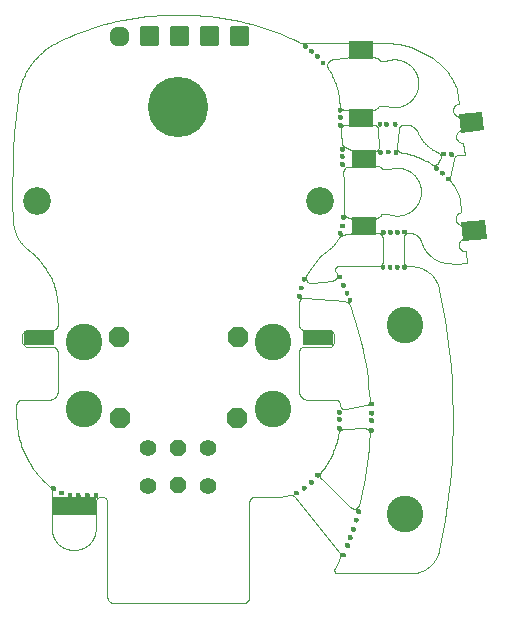
<source format=gts>
G75*
%MOIN*%
%OFA0B0*%
%FSLAX25Y25*%
%IPPOS*%
%LPD*%
%AMOC8*
5,1,8,0,0,1.08239X$1,22.5*
%
%ADD10C,0.00197*%
%ADD11R,0.10236X0.04724*%
%ADD12R,0.07874X0.06299*%
%ADD13R,0.06299X0.07874*%
%ADD14C,0.00000*%
%ADD15C,0.01600*%
%ADD16R,0.14567X0.05906*%
%ADD17OC8,0.06700*%
%ADD18OC8,0.05600*%
%ADD19C,0.05600*%
%ADD20C,0.05044*%
%ADD21C,0.01261*%
%ADD22C,0.09258*%
%ADD23C,0.12211*%
%ADD24C,0.20148*%
D10*
X0028953Y0029365D02*
X0029740Y0029365D01*
X0029906Y0029367D01*
X0030073Y0029373D01*
X0030239Y0029383D01*
X0030405Y0029397D01*
X0030570Y0029415D01*
X0030736Y0029437D01*
X0030900Y0029463D01*
X0031064Y0029493D01*
X0031227Y0029527D01*
X0031389Y0029565D01*
X0031550Y0029607D01*
X0031710Y0029653D01*
X0031869Y0029702D01*
X0032027Y0029756D01*
X0032183Y0029813D01*
X0032338Y0029874D01*
X0032492Y0029938D01*
X0032643Y0030007D01*
X0032794Y0030079D01*
X0032942Y0030154D01*
X0033088Y0030233D01*
X0033233Y0030316D01*
X0033375Y0030402D01*
X0033516Y0030492D01*
X0033654Y0030585D01*
X0033790Y0030681D01*
X0033923Y0030780D01*
X0034054Y0030883D01*
X0034183Y0030989D01*
X0034309Y0031098D01*
X0034432Y0031210D01*
X0034553Y0031325D01*
X0034670Y0031442D01*
X0034785Y0031563D01*
X0034897Y0031686D01*
X0035006Y0031812D01*
X0035112Y0031941D01*
X0035215Y0032072D01*
X0035314Y0032205D01*
X0035410Y0032341D01*
X0035503Y0032479D01*
X0035593Y0032620D01*
X0035679Y0032762D01*
X0035762Y0032907D01*
X0035841Y0033053D01*
X0035916Y0033201D01*
X0035988Y0033352D01*
X0036057Y0033503D01*
X0036121Y0033657D01*
X0036182Y0033812D01*
X0036239Y0033968D01*
X0036293Y0034126D01*
X0036342Y0034285D01*
X0036388Y0034445D01*
X0036430Y0034606D01*
X0036468Y0034768D01*
X0036502Y0034931D01*
X0036532Y0035095D01*
X0036558Y0035259D01*
X0036580Y0035425D01*
X0036598Y0035590D01*
X0036612Y0035756D01*
X0036622Y0035922D01*
X0036628Y0036089D01*
X0036630Y0036255D01*
X0036630Y0045113D01*
X0038598Y0047082D02*
X0038684Y0047080D01*
X0038770Y0047075D01*
X0038855Y0047065D01*
X0038940Y0047052D01*
X0039024Y0047035D01*
X0039108Y0047015D01*
X0039190Y0046991D01*
X0039271Y0046963D01*
X0039352Y0046932D01*
X0039430Y0046898D01*
X0039507Y0046860D01*
X0039583Y0046818D01*
X0039656Y0046774D01*
X0039727Y0046726D01*
X0039797Y0046675D01*
X0039864Y0046621D01*
X0039928Y0046565D01*
X0039990Y0046505D01*
X0040050Y0046443D01*
X0040106Y0046379D01*
X0040160Y0046312D01*
X0040211Y0046242D01*
X0040259Y0046171D01*
X0040303Y0046098D01*
X0040345Y0046022D01*
X0040383Y0045945D01*
X0040417Y0045867D01*
X0040448Y0045786D01*
X0040476Y0045705D01*
X0040500Y0045623D01*
X0040520Y0045539D01*
X0040537Y0045455D01*
X0040550Y0045370D01*
X0040560Y0045285D01*
X0040565Y0045199D01*
X0040567Y0045113D01*
X0040567Y0013617D01*
X0040566Y0013617D02*
X0040568Y0013531D01*
X0040573Y0013445D01*
X0040583Y0013360D01*
X0040596Y0013275D01*
X0040613Y0013191D01*
X0040633Y0013107D01*
X0040657Y0013025D01*
X0040685Y0012944D01*
X0040716Y0012863D01*
X0040750Y0012785D01*
X0040788Y0012708D01*
X0040830Y0012633D01*
X0040874Y0012559D01*
X0040922Y0012488D01*
X0040973Y0012418D01*
X0041027Y0012351D01*
X0041083Y0012287D01*
X0041143Y0012225D01*
X0041205Y0012165D01*
X0041269Y0012109D01*
X0041336Y0012055D01*
X0041406Y0012004D01*
X0041477Y0011956D01*
X0041551Y0011912D01*
X0041626Y0011870D01*
X0041703Y0011832D01*
X0041781Y0011798D01*
X0041862Y0011767D01*
X0041943Y0011739D01*
X0042025Y0011715D01*
X0042109Y0011695D01*
X0042193Y0011678D01*
X0042278Y0011665D01*
X0042363Y0011655D01*
X0042449Y0011650D01*
X0042535Y0011648D01*
X0085843Y0011648D01*
X0085929Y0011650D01*
X0086015Y0011655D01*
X0086100Y0011665D01*
X0086185Y0011678D01*
X0086269Y0011695D01*
X0086353Y0011715D01*
X0086435Y0011739D01*
X0086516Y0011767D01*
X0086597Y0011798D01*
X0086675Y0011832D01*
X0086752Y0011870D01*
X0086828Y0011912D01*
X0086901Y0011956D01*
X0086972Y0012004D01*
X0087042Y0012055D01*
X0087109Y0012109D01*
X0087173Y0012165D01*
X0087235Y0012225D01*
X0087295Y0012287D01*
X0087351Y0012351D01*
X0087405Y0012418D01*
X0087456Y0012488D01*
X0087504Y0012559D01*
X0087548Y0012632D01*
X0087590Y0012708D01*
X0087628Y0012785D01*
X0087662Y0012863D01*
X0087693Y0012944D01*
X0087721Y0013025D01*
X0087745Y0013107D01*
X0087765Y0013191D01*
X0087782Y0013275D01*
X0087795Y0013360D01*
X0087805Y0013445D01*
X0087810Y0013531D01*
X0087812Y0013617D01*
X0087811Y0013617D02*
X0087811Y0045113D01*
X0087813Y0045199D01*
X0087818Y0045285D01*
X0087828Y0045370D01*
X0087841Y0045455D01*
X0087858Y0045539D01*
X0087878Y0045623D01*
X0087902Y0045705D01*
X0087930Y0045786D01*
X0087961Y0045867D01*
X0087995Y0045945D01*
X0088033Y0046022D01*
X0088075Y0046098D01*
X0088119Y0046171D01*
X0088167Y0046242D01*
X0088218Y0046312D01*
X0088272Y0046379D01*
X0088328Y0046443D01*
X0088388Y0046505D01*
X0088450Y0046565D01*
X0088514Y0046621D01*
X0088581Y0046675D01*
X0088651Y0046726D01*
X0088722Y0046774D01*
X0088796Y0046818D01*
X0088871Y0046860D01*
X0088948Y0046898D01*
X0089026Y0046932D01*
X0089107Y0046963D01*
X0089188Y0046991D01*
X0089270Y0047015D01*
X0089354Y0047035D01*
X0089438Y0047052D01*
X0089523Y0047065D01*
X0089608Y0047075D01*
X0089694Y0047080D01*
X0089780Y0047082D01*
X0089780Y0047081D02*
X0097260Y0047081D01*
X0100803Y0047475D02*
X0101156Y0047563D01*
X0101155Y0047563D02*
X0101240Y0047582D01*
X0101324Y0047598D01*
X0101410Y0047609D01*
X0101496Y0047617D01*
X0101582Y0047621D01*
X0101668Y0047622D01*
X0101754Y0047618D01*
X0101840Y0047611D01*
X0101926Y0047600D01*
X0102011Y0047585D01*
X0102095Y0047567D01*
X0102178Y0047545D01*
X0102260Y0047519D01*
X0102342Y0047490D01*
X0102421Y0047457D01*
X0102500Y0047421D01*
X0102576Y0047381D01*
X0102651Y0047338D01*
X0102724Y0047292D01*
X0102794Y0047243D01*
X0102863Y0047191D01*
X0102929Y0047135D01*
X0102993Y0047077D01*
X0103054Y0047016D01*
X0103112Y0046953D01*
X0103168Y0046887D01*
X0103167Y0046887D02*
X0117875Y0028592D01*
X0117925Y0028528D01*
X0117971Y0028462D01*
X0118014Y0028393D01*
X0118054Y0028323D01*
X0118091Y0028251D01*
X0118124Y0028177D01*
X0118154Y0028102D01*
X0118180Y0028025D01*
X0118203Y0027947D01*
X0118223Y0027869D01*
X0118238Y0027789D01*
X0118250Y0027709D01*
X0118258Y0027629D01*
X0118263Y0027548D01*
X0118264Y0027467D01*
X0118261Y0027386D01*
X0118254Y0027305D01*
X0118244Y0027225D01*
X0118230Y0027145D01*
X0118212Y0027066D01*
X0118191Y0026988D01*
X0118166Y0026911D01*
X0118138Y0026835D01*
X0117732Y0025822D01*
X0116354Y0023066D01*
X0116354Y0023065D02*
X0116323Y0023010D01*
X0116295Y0022952D01*
X0116270Y0022894D01*
X0116249Y0022833D01*
X0116232Y0022772D01*
X0116219Y0022709D01*
X0116209Y0022646D01*
X0116204Y0022583D01*
X0116202Y0022519D01*
X0116204Y0022455D01*
X0116210Y0022391D01*
X0116221Y0022328D01*
X0116235Y0022266D01*
X0116252Y0022205D01*
X0116274Y0022145D01*
X0116299Y0022086D01*
X0116328Y0022029D01*
X0116360Y0021974D01*
X0116395Y0021921D01*
X0116434Y0021870D01*
X0116476Y0021822D01*
X0116520Y0021776D01*
X0116568Y0021733D01*
X0116617Y0021693D01*
X0116670Y0021657D01*
X0116724Y0021623D01*
X0116780Y0021593D01*
X0116839Y0021567D01*
X0116898Y0021544D01*
X0116959Y0021525D01*
X0117021Y0021509D01*
X0117084Y0021498D01*
X0117147Y0021490D01*
X0117211Y0021486D01*
X0117275Y0021487D01*
X0117338Y0021491D01*
X0117339Y0021491D02*
X0141354Y0021491D01*
X0141594Y0021491D01*
X0141833Y0021496D01*
X0142072Y0021507D01*
X0142311Y0021524D01*
X0142550Y0021547D01*
X0142788Y0021575D01*
X0143025Y0021609D01*
X0143261Y0021649D01*
X0143497Y0021695D01*
X0143731Y0021746D01*
X0143963Y0021803D01*
X0144195Y0021866D01*
X0144424Y0021934D01*
X0144652Y0022007D01*
X0144879Y0022086D01*
X0145103Y0022171D01*
X0145325Y0022261D01*
X0145545Y0022356D01*
X0145762Y0022457D01*
X0145977Y0022563D01*
X0146190Y0022674D01*
X0146399Y0022790D01*
X0146606Y0022911D01*
X0146810Y0023037D01*
X0147010Y0023168D01*
X0147208Y0023303D01*
X0147402Y0023444D01*
X0147593Y0023589D01*
X0147780Y0023739D01*
X0147963Y0023893D01*
X0148143Y0024051D01*
X0148319Y0024214D01*
X0148490Y0024381D01*
X0148658Y0024552D01*
X0148822Y0024728D01*
X0148981Y0024907D01*
X0149136Y0025090D01*
X0149286Y0025276D01*
X0149432Y0025466D01*
X0149573Y0025660D01*
X0149710Y0025857D01*
X0149842Y0026057D01*
X0149968Y0026260D01*
X0150090Y0026466D01*
X0150207Y0026676D01*
X0150319Y0026888D01*
X0150426Y0027102D01*
X0150527Y0027319D01*
X0150623Y0027539D01*
X0150714Y0027760D01*
X0150799Y0027984D01*
X0150879Y0028210D01*
X0150954Y0028438D01*
X0151023Y0028667D01*
X0151086Y0028898D01*
X0151144Y0029131D01*
X0151196Y0029365D01*
X0124425Y0044326D02*
X0124401Y0044249D01*
X0124374Y0044173D01*
X0124343Y0044099D01*
X0124308Y0044026D01*
X0124270Y0043955D01*
X0124229Y0043886D01*
X0124185Y0043819D01*
X0124138Y0043754D01*
X0124087Y0043691D01*
X0124034Y0043631D01*
X0123978Y0043573D01*
X0123919Y0043518D01*
X0123858Y0043466D01*
X0123795Y0043417D01*
X0123729Y0043370D01*
X0123661Y0043327D01*
X0123591Y0043287D01*
X0123519Y0043251D01*
X0123446Y0043218D01*
X0123371Y0043188D01*
X0123295Y0043162D01*
X0123218Y0043139D01*
X0123140Y0043120D01*
X0123061Y0043105D01*
X0122981Y0043093D01*
X0122901Y0043086D01*
X0122821Y0043082D01*
X0122741Y0043081D01*
X0122660Y0043085D01*
X0122580Y0043092D01*
X0122501Y0043103D01*
X0122421Y0043118D01*
X0122343Y0043136D01*
X0122266Y0043158D01*
X0122190Y0043184D01*
X0122115Y0043213D01*
X0122041Y0043246D01*
X0121969Y0043282D01*
X0121899Y0043321D01*
X0121831Y0043364D01*
X0121765Y0043410D01*
X0121701Y0043459D01*
X0121639Y0043510D01*
X0121580Y0043565D01*
X0112015Y0052840D01*
X0111952Y0052893D01*
X0111892Y0052949D01*
X0111835Y0053009D01*
X0111780Y0053070D01*
X0111728Y0053135D01*
X0111680Y0053201D01*
X0111635Y0053270D01*
X0111593Y0053341D01*
X0111554Y0053414D01*
X0111519Y0053488D01*
X0111488Y0053565D01*
X0111460Y0053642D01*
X0111436Y0053721D01*
X0111416Y0053801D01*
X0111399Y0053881D01*
X0111387Y0053963D01*
X0111378Y0054045D01*
X0111373Y0054127D01*
X0111372Y0054209D01*
X0111375Y0054292D01*
X0111382Y0054374D01*
X0111393Y0054455D01*
X0111407Y0054537D01*
X0111426Y0054617D01*
X0111448Y0054696D01*
X0111474Y0054774D01*
X0111504Y0054851D01*
X0111537Y0054927D01*
X0111574Y0055000D01*
X0111614Y0055072D01*
X0111658Y0055142D01*
X0111705Y0055210D01*
X0111827Y0055349D01*
X0117535Y0067948D02*
X0117623Y0068299D01*
X0117645Y0068376D01*
X0117669Y0068452D01*
X0117698Y0068527D01*
X0117730Y0068601D01*
X0117766Y0068673D01*
X0117804Y0068743D01*
X0117847Y0068811D01*
X0117892Y0068877D01*
X0117941Y0068941D01*
X0117992Y0069002D01*
X0118046Y0069061D01*
X0118104Y0069117D01*
X0118163Y0069171D01*
X0118225Y0069221D01*
X0118290Y0069269D01*
X0118357Y0069313D01*
X0118425Y0069354D01*
X0118496Y0069392D01*
X0118568Y0069426D01*
X0118642Y0069457D01*
X0118718Y0069485D01*
X0118794Y0069509D01*
X0118872Y0069529D01*
X0118950Y0069545D01*
X0119029Y0069558D01*
X0119109Y0069567D01*
X0119189Y0069572D01*
X0126395Y0069855D01*
X0126476Y0069847D01*
X0126556Y0069835D01*
X0126636Y0069819D01*
X0126715Y0069800D01*
X0126793Y0069777D01*
X0126869Y0069750D01*
X0126945Y0069719D01*
X0127018Y0069685D01*
X0127090Y0069648D01*
X0127161Y0069607D01*
X0127229Y0069563D01*
X0127295Y0069516D01*
X0127359Y0069465D01*
X0127420Y0069412D01*
X0127479Y0069356D01*
X0127535Y0069297D01*
X0127588Y0069236D01*
X0127638Y0069172D01*
X0127685Y0069106D01*
X0127729Y0069038D01*
X0127770Y0068967D01*
X0127807Y0068895D01*
X0127841Y0068821D01*
X0127871Y0068746D01*
X0127898Y0068669D01*
X0127921Y0068591D01*
X0127940Y0068512D01*
X0127956Y0068433D01*
X0127967Y0068352D01*
X0127975Y0068272D01*
X0127979Y0068190D01*
X0127980Y0068109D01*
X0127976Y0068028D01*
X0127969Y0067947D01*
X0127976Y0068028D01*
X0127980Y0068109D01*
X0127979Y0068190D01*
X0127975Y0068272D01*
X0127967Y0068352D01*
X0127956Y0068433D01*
X0127940Y0068512D01*
X0127921Y0068591D01*
X0127898Y0068669D01*
X0127871Y0068746D01*
X0127841Y0068821D01*
X0127807Y0068895D01*
X0127770Y0068967D01*
X0127729Y0069038D01*
X0127685Y0069106D01*
X0127638Y0069172D01*
X0127588Y0069236D01*
X0127535Y0069297D01*
X0127479Y0069356D01*
X0127420Y0069412D01*
X0127359Y0069465D01*
X0127295Y0069516D01*
X0127229Y0069563D01*
X0127161Y0069607D01*
X0127090Y0069648D01*
X0127018Y0069685D01*
X0126945Y0069719D01*
X0126869Y0069750D01*
X0126793Y0069777D01*
X0126715Y0069800D01*
X0126636Y0069819D01*
X0126556Y0069835D01*
X0126476Y0069847D01*
X0126395Y0069855D01*
X0126476Y0069847D01*
X0126556Y0069835D01*
X0126636Y0069819D01*
X0126715Y0069800D01*
X0126793Y0069777D01*
X0126869Y0069750D01*
X0126945Y0069719D01*
X0127018Y0069685D01*
X0127090Y0069648D01*
X0127161Y0069607D01*
X0127229Y0069563D01*
X0127295Y0069516D01*
X0127359Y0069465D01*
X0127420Y0069412D01*
X0127479Y0069356D01*
X0127535Y0069297D01*
X0127588Y0069236D01*
X0127638Y0069172D01*
X0127685Y0069106D01*
X0127729Y0069038D01*
X0127770Y0068967D01*
X0127807Y0068895D01*
X0127841Y0068821D01*
X0127871Y0068746D01*
X0127898Y0068669D01*
X0127921Y0068591D01*
X0127940Y0068512D01*
X0127956Y0068433D01*
X0127967Y0068352D01*
X0127975Y0068272D01*
X0127979Y0068190D01*
X0127980Y0068109D01*
X0127976Y0068028D01*
X0127969Y0067947D01*
X0126626Y0077521D02*
X0120056Y0076208D01*
X0120057Y0076207D02*
X0119978Y0076194D01*
X0119900Y0076184D01*
X0119821Y0076178D01*
X0119742Y0076176D01*
X0119662Y0076178D01*
X0119583Y0076184D01*
X0119505Y0076193D01*
X0119426Y0076207D01*
X0119349Y0076224D01*
X0119273Y0076245D01*
X0119197Y0076270D01*
X0119123Y0076298D01*
X0119051Y0076330D01*
X0118980Y0076366D01*
X0118911Y0076405D01*
X0118844Y0076447D01*
X0118779Y0076493D01*
X0118717Y0076542D01*
X0118657Y0076594D01*
X0118599Y0076648D01*
X0118545Y0076706D01*
X0118493Y0076766D01*
X0118444Y0076828D01*
X0118398Y0076893D01*
X0118356Y0076960D01*
X0118317Y0077029D01*
X0118281Y0077100D01*
X0118249Y0077172D01*
X0118220Y0077246D01*
X0118196Y0077321D01*
X0118174Y0077398D01*
X0118157Y0077475D01*
X0118143Y0077553D01*
X0118134Y0077632D01*
X0118128Y0077711D01*
X0118126Y0077790D01*
X0118123Y0077869D01*
X0118116Y0077947D01*
X0118105Y0078025D01*
X0118090Y0078102D01*
X0118072Y0078178D01*
X0118050Y0078253D01*
X0118024Y0078327D01*
X0117995Y0078400D01*
X0117962Y0078471D01*
X0117926Y0078541D01*
X0117886Y0078609D01*
X0117843Y0078674D01*
X0117797Y0078738D01*
X0117748Y0078799D01*
X0117695Y0078858D01*
X0117640Y0078914D01*
X0117583Y0078967D01*
X0117523Y0079017D01*
X0117460Y0079065D01*
X0117395Y0079109D01*
X0117328Y0079150D01*
X0117259Y0079187D01*
X0117189Y0079222D01*
X0117116Y0079252D01*
X0117043Y0079280D01*
X0116968Y0079303D01*
X0116892Y0079323D01*
X0116815Y0079339D01*
X0116738Y0079351D01*
X0116660Y0079359D01*
X0116581Y0079364D01*
X0116503Y0079365D01*
X0107567Y0079365D01*
X0107459Y0079360D01*
X0107351Y0079359D01*
X0107243Y0079362D01*
X0107135Y0079368D01*
X0107027Y0079378D01*
X0106920Y0079393D01*
X0106813Y0079411D01*
X0106707Y0079432D01*
X0106602Y0079458D01*
X0106498Y0079487D01*
X0106395Y0079520D01*
X0106293Y0079557D01*
X0106193Y0079597D01*
X0106094Y0079641D01*
X0105996Y0079688D01*
X0105901Y0079739D01*
X0105807Y0079793D01*
X0105716Y0079851D01*
X0105626Y0079911D01*
X0105539Y0079975D01*
X0105454Y0080042D01*
X0105371Y0080112D01*
X0105291Y0080185D01*
X0105214Y0080260D01*
X0105139Y0080339D01*
X0105067Y0080419D01*
X0104999Y0080503D01*
X0104933Y0080589D01*
X0104870Y0080677D01*
X0104811Y0080767D01*
X0104754Y0080860D01*
X0104701Y0080954D01*
X0104652Y0081050D01*
X0104606Y0081148D01*
X0104563Y0081247D01*
X0104524Y0081348D01*
X0104489Y0081451D01*
X0104457Y0081554D01*
X0104429Y0081658D01*
X0104405Y0081764D01*
X0104385Y0081870D01*
X0104368Y0081977D01*
X0104355Y0082084D01*
X0104346Y0082192D01*
X0104346Y0095113D01*
X0104348Y0095199D01*
X0104353Y0095285D01*
X0104363Y0095370D01*
X0104376Y0095455D01*
X0104393Y0095539D01*
X0104413Y0095623D01*
X0104437Y0095705D01*
X0104465Y0095786D01*
X0104496Y0095867D01*
X0104530Y0095945D01*
X0104568Y0096022D01*
X0104610Y0096098D01*
X0104654Y0096171D01*
X0104702Y0096242D01*
X0104753Y0096312D01*
X0104807Y0096379D01*
X0104863Y0096443D01*
X0104923Y0096505D01*
X0104985Y0096565D01*
X0105049Y0096621D01*
X0105116Y0096675D01*
X0105186Y0096726D01*
X0105257Y0096774D01*
X0105331Y0096818D01*
X0105406Y0096860D01*
X0105483Y0096898D01*
X0105561Y0096932D01*
X0105642Y0096963D01*
X0105723Y0096991D01*
X0105805Y0097015D01*
X0105889Y0097035D01*
X0105973Y0097052D01*
X0106058Y0097065D01*
X0106143Y0097075D01*
X0106229Y0097080D01*
X0106315Y0097082D01*
X0106315Y0097081D02*
X0114976Y0097081D01*
X0116157Y0098262D01*
X0116157Y0101412D01*
X0114976Y0102593D01*
X0106315Y0102593D01*
X0106229Y0102595D01*
X0106143Y0102600D01*
X0106058Y0102610D01*
X0105973Y0102623D01*
X0105889Y0102640D01*
X0105805Y0102660D01*
X0105723Y0102684D01*
X0105642Y0102712D01*
X0105561Y0102743D01*
X0105483Y0102777D01*
X0105406Y0102815D01*
X0105331Y0102857D01*
X0105257Y0102901D01*
X0105186Y0102949D01*
X0105116Y0103000D01*
X0105049Y0103054D01*
X0104985Y0103110D01*
X0104923Y0103170D01*
X0104863Y0103232D01*
X0104807Y0103296D01*
X0104753Y0103363D01*
X0104702Y0103433D01*
X0104654Y0103504D01*
X0104610Y0103578D01*
X0104568Y0103653D01*
X0104530Y0103730D01*
X0104496Y0103808D01*
X0104465Y0103889D01*
X0104437Y0103970D01*
X0104413Y0104052D01*
X0104393Y0104136D01*
X0104376Y0104220D01*
X0104363Y0104305D01*
X0104353Y0104390D01*
X0104348Y0104476D01*
X0104346Y0104562D01*
X0104346Y0109680D01*
X0104543Y0112042D02*
X0104554Y0112120D01*
X0104570Y0112197D01*
X0104589Y0112274D01*
X0104611Y0112349D01*
X0104638Y0112423D01*
X0104668Y0112496D01*
X0104701Y0112567D01*
X0104738Y0112637D01*
X0104778Y0112704D01*
X0104821Y0112770D01*
X0104868Y0112834D01*
X0104917Y0112895D01*
X0104969Y0112954D01*
X0105024Y0113010D01*
X0105082Y0113063D01*
X0105142Y0113114D01*
X0105205Y0113161D01*
X0105270Y0113206D01*
X0105337Y0113247D01*
X0105405Y0113285D01*
X0105476Y0113320D01*
X0105548Y0113352D01*
X0105622Y0113379D01*
X0105697Y0113404D01*
X0105773Y0113424D01*
X0105849Y0113441D01*
X0105927Y0113454D01*
X0106005Y0113464D01*
X0106084Y0113469D01*
X0106162Y0113471D01*
X0106241Y0113469D01*
X0106319Y0113463D01*
X0106320Y0113463D02*
X0119864Y0112141D01*
X0119863Y0112141D02*
X0119943Y0112131D01*
X0120021Y0112118D01*
X0120100Y0112101D01*
X0120177Y0112080D01*
X0120253Y0112056D01*
X0120328Y0112028D01*
X0120401Y0111996D01*
X0120473Y0111961D01*
X0120543Y0111923D01*
X0120611Y0111881D01*
X0120677Y0111836D01*
X0120741Y0111788D01*
X0120803Y0111737D01*
X0120862Y0111683D01*
X0120918Y0111627D01*
X0120972Y0111567D01*
X0121023Y0111506D01*
X0121071Y0111442D01*
X0121116Y0111376D01*
X0121157Y0111307D01*
X0121195Y0111237D01*
X0121230Y0111165D01*
X0121262Y0111092D01*
X0121669Y0110073D01*
X0104544Y0112042D02*
X0104501Y0111808D01*
X0104463Y0111574D01*
X0104430Y0111339D01*
X0104402Y0111103D01*
X0104380Y0110866D01*
X0104363Y0110629D01*
X0104351Y0110392D01*
X0104345Y0110155D01*
X0104343Y0109917D01*
X0104347Y0109680D01*
X0108874Y0118193D02*
X0115559Y0119131D01*
X0115559Y0119132D02*
X0115638Y0119140D01*
X0115718Y0119152D01*
X0115796Y0119168D01*
X0115874Y0119188D01*
X0115950Y0119212D01*
X0116026Y0119239D01*
X0116100Y0119269D01*
X0116172Y0119304D01*
X0116243Y0119341D01*
X0116312Y0119382D01*
X0116378Y0119426D01*
X0116443Y0119474D01*
X0116505Y0119524D01*
X0116565Y0119577D01*
X0116622Y0119634D01*
X0116677Y0119692D01*
X0116728Y0119754D01*
X0116777Y0119817D01*
X0116822Y0119883D01*
X0116864Y0119952D01*
X0116903Y0120022D01*
X0116939Y0120093D01*
X0116971Y0120167D01*
X0116999Y0120242D01*
X0117024Y0120318D01*
X0117046Y0120395D01*
X0117063Y0120473D01*
X0117077Y0120552D01*
X0117087Y0120632D01*
X0117093Y0120712D01*
X0117095Y0120792D01*
X0117093Y0120872D01*
X0117088Y0120952D01*
X0117079Y0121031D01*
X0117066Y0121110D01*
X0117049Y0121189D01*
X0117028Y0121266D01*
X0117004Y0121342D01*
X0116976Y0121418D01*
X0116945Y0121491D01*
X0116551Y0122278D01*
X0116521Y0122334D01*
X0116495Y0122391D01*
X0116472Y0122450D01*
X0116453Y0122510D01*
X0116437Y0122571D01*
X0116425Y0122633D01*
X0116417Y0122695D01*
X0116412Y0122758D01*
X0116411Y0122821D01*
X0116414Y0122884D01*
X0116421Y0122947D01*
X0116431Y0123009D01*
X0116445Y0123070D01*
X0116463Y0123131D01*
X0116484Y0123190D01*
X0116509Y0123248D01*
X0116537Y0123305D01*
X0116569Y0123359D01*
X0116603Y0123412D01*
X0116641Y0123462D01*
X0116682Y0123511D01*
X0116725Y0123556D01*
X0116772Y0123599D01*
X0116820Y0123639D01*
X0116871Y0123676D01*
X0116924Y0123710D01*
X0116979Y0123741D01*
X0117036Y0123769D01*
X0117094Y0123793D01*
X0117154Y0123813D01*
X0117215Y0123830D01*
X0117276Y0123843D01*
X0117338Y0123853D01*
X0117339Y0123853D02*
X0130724Y0123853D01*
X0130801Y0123855D01*
X0130878Y0123861D01*
X0130955Y0123870D01*
X0131031Y0123883D01*
X0131107Y0123900D01*
X0131181Y0123921D01*
X0131255Y0123945D01*
X0131327Y0123973D01*
X0131397Y0124004D01*
X0131466Y0124039D01*
X0131534Y0124077D01*
X0131599Y0124118D01*
X0131662Y0124163D01*
X0131723Y0124211D01*
X0131782Y0124261D01*
X0131838Y0124314D01*
X0131891Y0124370D01*
X0131941Y0124429D01*
X0131989Y0124490D01*
X0132034Y0124553D01*
X0132075Y0124618D01*
X0132113Y0124686D01*
X0132148Y0124755D01*
X0132179Y0124825D01*
X0132207Y0124897D01*
X0132231Y0124971D01*
X0132252Y0125045D01*
X0132269Y0125121D01*
X0132282Y0125197D01*
X0132291Y0125274D01*
X0132297Y0125351D01*
X0132299Y0125428D01*
X0132299Y0133400D01*
X0132297Y0133477D01*
X0132291Y0133554D01*
X0132282Y0133631D01*
X0132269Y0133707D01*
X0132252Y0133783D01*
X0132231Y0133857D01*
X0132207Y0133931D01*
X0132179Y0134003D01*
X0132148Y0134073D01*
X0132113Y0134142D01*
X0132075Y0134210D01*
X0132034Y0134275D01*
X0131989Y0134338D01*
X0131941Y0134399D01*
X0131891Y0134458D01*
X0131838Y0134514D01*
X0131782Y0134567D01*
X0131723Y0134617D01*
X0131662Y0134665D01*
X0131599Y0134710D01*
X0131534Y0134751D01*
X0131466Y0134789D01*
X0131397Y0134824D01*
X0131327Y0134855D01*
X0131255Y0134883D01*
X0131181Y0134907D01*
X0131107Y0134928D01*
X0131031Y0134945D01*
X0130955Y0134958D01*
X0130878Y0134967D01*
X0130801Y0134973D01*
X0130724Y0134975D01*
X0123047Y0134975D01*
X0122779Y0134926D02*
X0118800Y0134143D01*
X0117637Y0133308D02*
X0117240Y0132613D01*
X0117637Y0133307D02*
X0117679Y0133378D01*
X0117725Y0133446D01*
X0117774Y0133512D01*
X0117826Y0133575D01*
X0117881Y0133636D01*
X0117938Y0133694D01*
X0117999Y0133750D01*
X0118062Y0133802D01*
X0118127Y0133852D01*
X0118195Y0133898D01*
X0118265Y0133941D01*
X0118337Y0133980D01*
X0118410Y0134016D01*
X0118486Y0134049D01*
X0118562Y0134078D01*
X0118640Y0134103D01*
X0118719Y0134125D01*
X0118799Y0134143D01*
X0122779Y0134926D02*
X0122845Y0134943D01*
X0122912Y0134957D01*
X0122979Y0134968D01*
X0123047Y0134975D01*
X0123082Y0139680D02*
X0129228Y0139680D01*
X0131984Y0141255D02*
X0134346Y0141255D01*
X0131984Y0141255D02*
X0131922Y0141159D01*
X0131856Y0141066D01*
X0131788Y0140975D01*
X0131716Y0140886D01*
X0131642Y0140800D01*
X0131564Y0140716D01*
X0131484Y0140635D01*
X0131401Y0140557D01*
X0131316Y0140482D01*
X0131228Y0140409D01*
X0131137Y0140340D01*
X0131045Y0140274D01*
X0130950Y0140211D01*
X0130853Y0140151D01*
X0130754Y0140094D01*
X0130653Y0140041D01*
X0130550Y0139991D01*
X0130446Y0139945D01*
X0130341Y0139903D01*
X0130234Y0139863D01*
X0130125Y0139828D01*
X0130016Y0139796D01*
X0129905Y0139768D01*
X0129794Y0139744D01*
X0129682Y0139724D01*
X0129569Y0139707D01*
X0129456Y0139694D01*
X0129342Y0139685D01*
X0129228Y0139680D01*
X0139385Y0161647D02*
X0140006Y0161514D01*
X0140623Y0161366D01*
X0141237Y0161204D01*
X0141847Y0161027D01*
X0142452Y0160836D01*
X0143053Y0160631D01*
X0143649Y0160412D01*
X0144239Y0160179D01*
X0144824Y0159933D01*
X0145403Y0159672D01*
X0145976Y0159399D01*
X0146542Y0159111D01*
X0147101Y0158811D01*
X0147653Y0158498D01*
X0147654Y0158499D02*
X0148584Y0157879D01*
X0148583Y0157879D02*
X0148648Y0157837D01*
X0148715Y0157800D01*
X0148784Y0157765D01*
X0148854Y0157734D01*
X0148926Y0157706D01*
X0148999Y0157682D01*
X0149073Y0157662D01*
X0149148Y0157645D01*
X0149224Y0157631D01*
X0149300Y0157622D01*
X0149377Y0157616D01*
X0149453Y0157614D01*
X0149530Y0157616D01*
X0149607Y0157621D01*
X0149683Y0157630D01*
X0149759Y0157643D01*
X0149834Y0157660D01*
X0149908Y0157680D01*
X0149981Y0157704D01*
X0150053Y0157731D01*
X0150124Y0157762D01*
X0150192Y0157796D01*
X0150259Y0157834D01*
X0150325Y0157874D01*
X0150388Y0157918D01*
X0150449Y0157965D01*
X0150507Y0158015D01*
X0150563Y0158068D01*
X0150616Y0158123D01*
X0150667Y0158181D01*
X0150715Y0158241D01*
X0150760Y0158304D01*
X0150801Y0158368D01*
X0150840Y0158435D01*
X0151501Y0159646D01*
X0151501Y0159647D02*
X0151536Y0159716D01*
X0151568Y0159786D01*
X0151597Y0159858D01*
X0151621Y0159932D01*
X0151643Y0160006D01*
X0151660Y0160082D01*
X0151674Y0160158D01*
X0151684Y0160235D01*
X0151690Y0160312D01*
X0151693Y0160389D01*
X0151692Y0160467D01*
X0151687Y0160544D01*
X0151678Y0160621D01*
X0151665Y0160697D01*
X0151648Y0160773D01*
X0151628Y0160848D01*
X0151605Y0160921D01*
X0151577Y0160994D01*
X0151546Y0161065D01*
X0151512Y0161134D01*
X0151474Y0161202D01*
X0151433Y0161268D01*
X0151389Y0161331D01*
X0151342Y0161393D01*
X0151291Y0161452D01*
X0151238Y0161508D01*
X0151183Y0161562D01*
X0151124Y0161613D01*
X0151063Y0161661D01*
X0151000Y0161706D01*
X0150935Y0161747D01*
X0150868Y0161786D01*
X0150799Y0161821D01*
X0150728Y0161853D01*
X0150656Y0161881D01*
X0150213Y0162042D01*
X0156093Y0159695D02*
X0154861Y0153226D01*
X0155097Y0152057D02*
X0156315Y0150231D01*
X0155098Y0152057D02*
X0155057Y0152122D01*
X0155019Y0152188D01*
X0154985Y0152257D01*
X0154954Y0152326D01*
X0154926Y0152398D01*
X0154902Y0152470D01*
X0154881Y0152544D01*
X0154864Y0152618D01*
X0154851Y0152693D01*
X0154841Y0152769D01*
X0154835Y0152845D01*
X0154833Y0152922D01*
X0154834Y0152998D01*
X0154840Y0153074D01*
X0154848Y0153150D01*
X0154861Y0153226D01*
X0156093Y0159695D02*
X0156109Y0159771D01*
X0156130Y0159847D01*
X0156154Y0159921D01*
X0156181Y0159994D01*
X0156213Y0160066D01*
X0156248Y0160136D01*
X0156286Y0160204D01*
X0156328Y0160271D01*
X0156372Y0160335D01*
X0156420Y0160397D01*
X0156471Y0160456D01*
X0156525Y0160513D01*
X0156582Y0160567D01*
X0156641Y0160618D01*
X0156703Y0160666D01*
X0156767Y0160711D01*
X0156833Y0160753D01*
X0156901Y0160791D01*
X0156971Y0160826D01*
X0157043Y0160857D01*
X0157116Y0160885D01*
X0157191Y0160909D01*
X0157266Y0160930D01*
X0157342Y0160947D01*
X0157420Y0160960D01*
X0157497Y0160969D01*
X0157497Y0160968D02*
X0158480Y0161058D01*
X0159661Y0161058D01*
X0159196Y0165035D01*
X0159106Y0165027D01*
X0159016Y0165022D01*
X0158925Y0165021D01*
X0158834Y0165024D01*
X0158744Y0165031D01*
X0158654Y0165042D01*
X0158564Y0165056D01*
X0158476Y0165075D01*
X0158388Y0165097D01*
X0158301Y0165122D01*
X0158215Y0165152D01*
X0158130Y0165185D01*
X0158047Y0165221D01*
X0157966Y0165262D01*
X0157887Y0165305D01*
X0157809Y0165352D01*
X0157733Y0165402D01*
X0157660Y0165455D01*
X0157589Y0165512D01*
X0157520Y0165571D01*
X0157454Y0165633D01*
X0157391Y0165698D01*
X0157330Y0165765D01*
X0157273Y0165836D01*
X0157218Y0165908D01*
X0157167Y0165983D01*
X0157119Y0166059D01*
X0157074Y0166138D01*
X0157032Y0166219D01*
X0156994Y0166301D01*
X0156959Y0166385D01*
X0156928Y0166470D01*
X0156901Y0166556D01*
X0156878Y0166644D01*
X0156858Y0166733D01*
X0156841Y0166822D01*
X0156829Y0166912D01*
X0156821Y0167002D01*
X0156816Y0167092D01*
X0156815Y0167183D01*
X0156818Y0167274D01*
X0156825Y0167364D01*
X0156836Y0167454D01*
X0156850Y0167544D01*
X0156869Y0167632D01*
X0156891Y0167720D01*
X0156916Y0167807D01*
X0156946Y0167893D01*
X0156979Y0167978D01*
X0157015Y0168061D01*
X0157056Y0168142D01*
X0157099Y0168221D01*
X0157146Y0168299D01*
X0157196Y0168375D01*
X0157249Y0168448D01*
X0157306Y0168519D01*
X0157365Y0168588D01*
X0157427Y0168654D01*
X0157492Y0168717D01*
X0157559Y0168778D01*
X0157630Y0168835D01*
X0157702Y0168890D01*
X0157777Y0168941D01*
X0157853Y0168989D01*
X0157932Y0169034D01*
X0158013Y0169076D01*
X0158095Y0169114D01*
X0158179Y0169149D01*
X0158264Y0169180D01*
X0158350Y0169207D01*
X0158438Y0169230D01*
X0158527Y0169250D01*
X0158616Y0169267D01*
X0158706Y0169279D01*
X0158705Y0169279D02*
X0164977Y0169932D01*
X0164449Y0174422D01*
X0158178Y0173769D01*
X0158177Y0173769D02*
X0158087Y0173761D01*
X0157997Y0173756D01*
X0157906Y0173755D01*
X0157815Y0173758D01*
X0157725Y0173765D01*
X0157635Y0173776D01*
X0157545Y0173790D01*
X0157457Y0173809D01*
X0157369Y0173831D01*
X0157282Y0173856D01*
X0157196Y0173886D01*
X0157111Y0173919D01*
X0157028Y0173955D01*
X0156947Y0173996D01*
X0156868Y0174039D01*
X0156790Y0174086D01*
X0156714Y0174136D01*
X0156641Y0174189D01*
X0156570Y0174246D01*
X0156501Y0174305D01*
X0156435Y0174367D01*
X0156372Y0174432D01*
X0156311Y0174499D01*
X0156254Y0174570D01*
X0156199Y0174642D01*
X0156148Y0174717D01*
X0156100Y0174793D01*
X0156055Y0174872D01*
X0156013Y0174953D01*
X0155975Y0175035D01*
X0155940Y0175119D01*
X0155909Y0175204D01*
X0155882Y0175290D01*
X0155859Y0175378D01*
X0155839Y0175467D01*
X0155822Y0175556D01*
X0155810Y0175646D01*
X0155802Y0175736D01*
X0155797Y0175826D01*
X0155796Y0175917D01*
X0155799Y0176008D01*
X0155806Y0176098D01*
X0155817Y0176188D01*
X0155831Y0176278D01*
X0155850Y0176366D01*
X0155872Y0176454D01*
X0155897Y0176541D01*
X0155927Y0176627D01*
X0155960Y0176712D01*
X0155996Y0176795D01*
X0156037Y0176876D01*
X0156080Y0176955D01*
X0156127Y0177033D01*
X0156177Y0177109D01*
X0156230Y0177182D01*
X0156287Y0177253D01*
X0156346Y0177322D01*
X0156408Y0177388D01*
X0156473Y0177451D01*
X0156540Y0177512D01*
X0156611Y0177569D01*
X0156683Y0177624D01*
X0156758Y0177675D01*
X0156834Y0177723D01*
X0156913Y0177768D01*
X0156994Y0177810D01*
X0157076Y0177848D01*
X0157160Y0177883D01*
X0157245Y0177914D01*
X0157331Y0177941D01*
X0157419Y0177964D01*
X0157508Y0177984D01*
X0157597Y0178001D01*
X0157687Y0178013D01*
X0157123Y0182750D01*
X0144110Y0168341D02*
X0144240Y0168061D01*
X0144377Y0167785D01*
X0144520Y0167512D01*
X0144670Y0167242D01*
X0144826Y0166976D01*
X0144989Y0166714D01*
X0145158Y0166456D01*
X0145333Y0166202D01*
X0145514Y0165952D01*
X0145701Y0165706D01*
X0145893Y0165465D01*
X0146091Y0165229D01*
X0146295Y0164997D01*
X0146505Y0164770D01*
X0146719Y0164549D01*
X0146939Y0164332D01*
X0147164Y0164121D01*
X0147394Y0163916D01*
X0147629Y0163715D01*
X0147868Y0163521D01*
X0148112Y0163332D01*
X0148361Y0163149D01*
X0148614Y0162972D01*
X0148871Y0162802D01*
X0149131Y0162637D01*
X0149396Y0162478D01*
X0149665Y0162326D01*
X0149937Y0162181D01*
X0150212Y0162042D01*
X0139386Y0161648D02*
X0138460Y0161803D01*
X0138460Y0161802D02*
X0138383Y0161817D01*
X0138307Y0161836D01*
X0138232Y0161858D01*
X0138158Y0161884D01*
X0138086Y0161914D01*
X0138015Y0161947D01*
X0137945Y0161984D01*
X0137878Y0162024D01*
X0137813Y0162068D01*
X0137750Y0162114D01*
X0137690Y0162164D01*
X0137632Y0162217D01*
X0137576Y0162272D01*
X0137524Y0162330D01*
X0137474Y0162391D01*
X0137428Y0162454D01*
X0137385Y0162519D01*
X0137345Y0162587D01*
X0137308Y0162656D01*
X0137275Y0162727D01*
X0137245Y0162800D01*
X0137220Y0162874D01*
X0137198Y0162949D01*
X0137179Y0163025D01*
X0137165Y0163102D01*
X0137154Y0163180D01*
X0137147Y0163258D01*
X0137144Y0163336D01*
X0137145Y0163414D01*
X0137150Y0163492D01*
X0137150Y0163493D02*
X0137686Y0169659D01*
X0137686Y0169658D02*
X0137695Y0169736D01*
X0137707Y0169813D01*
X0137723Y0169889D01*
X0137743Y0169964D01*
X0137767Y0170038D01*
X0137794Y0170111D01*
X0137825Y0170183D01*
X0137860Y0170253D01*
X0137898Y0170321D01*
X0137939Y0170387D01*
X0137983Y0170451D01*
X0138031Y0170513D01*
X0138081Y0170572D01*
X0138135Y0170629D01*
X0138191Y0170683D01*
X0138249Y0170734D01*
X0138311Y0170782D01*
X0138374Y0170828D01*
X0138440Y0170870D01*
X0138507Y0170908D01*
X0138577Y0170943D01*
X0138648Y0170975D01*
X0138720Y0171004D01*
X0138794Y0171028D01*
X0138869Y0171049D01*
X0138945Y0171066D01*
X0139022Y0171080D01*
X0139099Y0171089D01*
X0139177Y0171095D01*
X0139255Y0171097D01*
X0140173Y0171097D01*
X0140173Y0171098D02*
X0140301Y0171095D01*
X0140428Y0171088D01*
X0140555Y0171077D01*
X0140682Y0171063D01*
X0140809Y0171044D01*
X0140935Y0171022D01*
X0141060Y0170996D01*
X0141184Y0170966D01*
X0141307Y0170933D01*
X0141429Y0170896D01*
X0141550Y0170855D01*
X0141670Y0170811D01*
X0141788Y0170763D01*
X0141905Y0170711D01*
X0142021Y0170656D01*
X0142134Y0170598D01*
X0142246Y0170536D01*
X0142356Y0170471D01*
X0142464Y0170402D01*
X0142569Y0170331D01*
X0142673Y0170256D01*
X0142774Y0170178D01*
X0142873Y0170097D01*
X0142969Y0170013D01*
X0143063Y0169927D01*
X0143154Y0169837D01*
X0143243Y0169745D01*
X0143328Y0169650D01*
X0143411Y0169553D01*
X0143491Y0169453D01*
X0143567Y0169351D01*
X0143641Y0169246D01*
X0143711Y0169140D01*
X0143779Y0169031D01*
X0143842Y0168921D01*
X0143903Y0168808D01*
X0143960Y0168694D01*
X0144014Y0168578D01*
X0144064Y0168461D01*
X0144110Y0168342D01*
X0157123Y0182750D02*
X0156949Y0183227D01*
X0156764Y0183700D01*
X0156567Y0184168D01*
X0156358Y0184631D01*
X0156138Y0185089D01*
X0155907Y0185542D01*
X0155665Y0185988D01*
X0155412Y0186429D01*
X0155149Y0186863D01*
X0154875Y0187291D01*
X0154590Y0187711D01*
X0154296Y0188125D01*
X0153991Y0188531D01*
X0153676Y0188930D01*
X0153352Y0189321D01*
X0153018Y0189704D01*
X0152675Y0190078D01*
X0152323Y0190444D01*
X0151962Y0190802D01*
X0151592Y0191150D01*
X0151214Y0191489D01*
X0150828Y0191819D01*
X0150434Y0192139D01*
X0150032Y0192450D01*
X0149622Y0192751D01*
X0133480Y0192357D02*
X0133664Y0192423D01*
X0133850Y0192484D01*
X0134037Y0192540D01*
X0134225Y0192591D01*
X0134415Y0192638D01*
X0134606Y0192681D01*
X0134797Y0192718D01*
X0134990Y0192751D01*
X0135183Y0192779D01*
X0135377Y0192803D01*
X0135572Y0192821D01*
X0135767Y0192835D01*
X0135962Y0192844D01*
X0136157Y0192849D01*
X0136352Y0192848D01*
X0136548Y0192843D01*
X0136743Y0192833D01*
X0136938Y0192818D01*
X0137132Y0192798D01*
X0137326Y0192774D01*
X0137519Y0192745D01*
X0137712Y0192711D01*
X0137903Y0192673D01*
X0138094Y0192630D01*
X0138283Y0192582D01*
X0138471Y0192529D01*
X0138658Y0192472D01*
X0138843Y0192411D01*
X0139027Y0192344D01*
X0139209Y0192274D01*
X0139390Y0192199D01*
X0139568Y0192119D01*
X0139745Y0192035D01*
X0139919Y0191947D01*
X0140091Y0191855D01*
X0140261Y0191758D01*
X0140428Y0191658D01*
X0140593Y0191553D01*
X0140756Y0191444D01*
X0140915Y0191331D01*
X0141072Y0191215D01*
X0141226Y0191094D01*
X0141377Y0190970D01*
X0141524Y0190842D01*
X0141669Y0190711D01*
X0141810Y0190576D01*
X0141948Y0190438D01*
X0142083Y0190296D01*
X0142214Y0190151D01*
X0142341Y0190003D01*
X0142465Y0189852D01*
X0142585Y0189698D01*
X0142701Y0189541D01*
X0142814Y0189381D01*
X0142922Y0189219D01*
X0143026Y0189053D01*
X0143127Y0188886D01*
X0143223Y0188716D01*
X0143315Y0188543D01*
X0143403Y0188369D01*
X0143486Y0188192D01*
X0143565Y0188013D01*
X0143640Y0187833D01*
X0143710Y0187651D01*
X0143776Y0187467D01*
X0143837Y0187281D01*
X0143893Y0187094D01*
X0143946Y0186906D01*
X0143993Y0186716D01*
X0144036Y0186526D01*
X0144074Y0186334D01*
X0144107Y0186142D01*
X0144136Y0185948D01*
X0144160Y0185754D01*
X0144179Y0185560D01*
X0144193Y0185365D01*
X0144203Y0185170D01*
X0144207Y0184975D01*
X0144207Y0184779D01*
X0144203Y0184584D01*
X0144193Y0184389D01*
X0144179Y0184194D01*
X0144160Y0184000D01*
X0144136Y0183806D01*
X0144107Y0183612D01*
X0144074Y0183420D01*
X0144036Y0183228D01*
X0143993Y0183038D01*
X0143946Y0182848D01*
X0143893Y0182660D01*
X0143837Y0182473D01*
X0143776Y0182287D01*
X0143710Y0182103D01*
X0143640Y0181921D01*
X0143565Y0181741D01*
X0143486Y0181562D01*
X0143403Y0181385D01*
X0143315Y0181211D01*
X0143223Y0181038D01*
X0143127Y0180868D01*
X0143026Y0180701D01*
X0142922Y0180535D01*
X0142814Y0180373D01*
X0142701Y0180213D01*
X0142585Y0180056D01*
X0142465Y0179902D01*
X0142341Y0179751D01*
X0142214Y0179603D01*
X0142083Y0179458D01*
X0141948Y0179316D01*
X0141810Y0179178D01*
X0141669Y0179043D01*
X0141524Y0178912D01*
X0141377Y0178784D01*
X0141226Y0178660D01*
X0141072Y0178539D01*
X0140915Y0178423D01*
X0140756Y0178310D01*
X0140593Y0178201D01*
X0140428Y0178096D01*
X0140261Y0177996D01*
X0140091Y0177899D01*
X0139919Y0177807D01*
X0139745Y0177719D01*
X0139568Y0177635D01*
X0139390Y0177555D01*
X0139209Y0177480D01*
X0139027Y0177410D01*
X0138843Y0177343D01*
X0138658Y0177282D01*
X0138471Y0177225D01*
X0138283Y0177172D01*
X0138094Y0177124D01*
X0137903Y0177081D01*
X0137712Y0177043D01*
X0137519Y0177009D01*
X0137326Y0176980D01*
X0137132Y0176956D01*
X0136938Y0176936D01*
X0136743Y0176921D01*
X0136548Y0176911D01*
X0136352Y0176906D01*
X0136157Y0176905D01*
X0135962Y0176910D01*
X0135767Y0176919D01*
X0135572Y0176933D01*
X0135377Y0176951D01*
X0135183Y0176975D01*
X0134990Y0177003D01*
X0134797Y0177036D01*
X0134606Y0177073D01*
X0134415Y0177116D01*
X0134225Y0177163D01*
X0134037Y0177214D01*
X0133850Y0177270D01*
X0133664Y0177331D01*
X0133480Y0177397D01*
X0133480Y0177396D02*
X0131118Y0177396D01*
X0128362Y0175822D02*
X0122142Y0175822D01*
X0121985Y0175829D02*
X0119480Y0176080D01*
X0119480Y0176079D02*
X0119399Y0176089D01*
X0119318Y0176103D01*
X0119238Y0176121D01*
X0119160Y0176143D01*
X0119082Y0176169D01*
X0119006Y0176198D01*
X0118931Y0176231D01*
X0118858Y0176268D01*
X0118787Y0176308D01*
X0118717Y0176351D01*
X0118650Y0176398D01*
X0118586Y0176448D01*
X0118524Y0176501D01*
X0118464Y0176557D01*
X0118408Y0176616D01*
X0118354Y0176678D01*
X0118303Y0176742D01*
X0118256Y0176808D01*
X0118211Y0176877D01*
X0118170Y0176948D01*
X0118133Y0177020D01*
X0118099Y0177095D01*
X0118069Y0177171D01*
X0118043Y0177248D01*
X0118020Y0177326D01*
X0118001Y0177406D01*
X0117986Y0177486D01*
X0117975Y0177567D01*
X0117976Y0177568D02*
X0117929Y0177987D01*
X0121985Y0175829D02*
X0122064Y0175823D01*
X0122142Y0175821D01*
X0120119Y0171097D02*
X0129217Y0171097D01*
X0129295Y0171095D01*
X0129372Y0171089D01*
X0129449Y0171080D01*
X0129525Y0171067D01*
X0129601Y0171049D01*
X0129676Y0171029D01*
X0129749Y0171004D01*
X0129822Y0170976D01*
X0129892Y0170945D01*
X0129962Y0170910D01*
X0130029Y0170871D01*
X0130095Y0170830D01*
X0130158Y0170785D01*
X0130219Y0170737D01*
X0130278Y0170686D01*
X0130334Y0170633D01*
X0130387Y0170576D01*
X0130437Y0170518D01*
X0130485Y0170456D01*
X0130529Y0170393D01*
X0130571Y0170327D01*
X0130609Y0170259D01*
X0130643Y0170190D01*
X0130674Y0170119D01*
X0130702Y0170046D01*
X0130726Y0169973D01*
X0130746Y0169898D01*
X0130763Y0169822D01*
X0130776Y0169746D01*
X0130785Y0169669D01*
X0130790Y0169591D01*
X0130791Y0169592D02*
X0131046Y0163784D01*
X0131048Y0163707D01*
X0131046Y0163630D01*
X0131040Y0163553D01*
X0131030Y0163477D01*
X0131016Y0163401D01*
X0130999Y0163326D01*
X0130978Y0163252D01*
X0130954Y0163179D01*
X0130926Y0163107D01*
X0130894Y0163036D01*
X0130859Y0162968D01*
X0130821Y0162901D01*
X0130780Y0162836D01*
X0130735Y0162773D01*
X0130688Y0162712D01*
X0130637Y0162654D01*
X0130584Y0162598D01*
X0130528Y0162545D01*
X0130469Y0162495D01*
X0130409Y0162448D01*
X0130346Y0162404D01*
X0130280Y0162363D01*
X0130213Y0162325D01*
X0130144Y0162290D01*
X0130074Y0162259D01*
X0130002Y0162231D01*
X0129929Y0162207D01*
X0129854Y0162187D01*
X0129779Y0162170D01*
X0129703Y0162157D01*
X0129627Y0162148D01*
X0129550Y0162142D01*
X0129473Y0162140D01*
X0122949Y0162140D01*
X0119759Y0163550D01*
X0119682Y0163587D01*
X0119607Y0163626D01*
X0119533Y0163669D01*
X0119462Y0163716D01*
X0119392Y0163765D01*
X0119326Y0163818D01*
X0119261Y0163874D01*
X0119199Y0163933D01*
X0119140Y0163994D01*
X0119084Y0164058D01*
X0119030Y0164125D01*
X0118980Y0164193D01*
X0118933Y0164265D01*
X0118890Y0164338D01*
X0118849Y0164413D01*
X0118812Y0164490D01*
X0118779Y0164568D01*
X0118749Y0164648D01*
X0118723Y0164729D01*
X0118701Y0164812D01*
X0118683Y0164895D01*
X0118668Y0164979D01*
X0118657Y0165063D01*
X0118650Y0165148D01*
X0118618Y0165684D01*
X0118520Y0167751D01*
X0118428Y0169304D01*
X0118429Y0169305D02*
X0118426Y0169386D01*
X0118427Y0169467D01*
X0118432Y0169548D01*
X0118441Y0169628D01*
X0118454Y0169709D01*
X0118470Y0169788D01*
X0118490Y0169867D01*
X0118514Y0169944D01*
X0118542Y0170020D01*
X0118573Y0170095D01*
X0118608Y0170168D01*
X0118647Y0170240D01*
X0118688Y0170309D01*
X0118733Y0170377D01*
X0118782Y0170442D01*
X0118833Y0170505D01*
X0118887Y0170565D01*
X0118944Y0170623D01*
X0119004Y0170678D01*
X0119066Y0170730D01*
X0119131Y0170779D01*
X0119198Y0170825D01*
X0119267Y0170867D01*
X0119338Y0170906D01*
X0119411Y0170942D01*
X0119486Y0170974D01*
X0119562Y0171003D01*
X0119639Y0171027D01*
X0119717Y0171049D01*
X0119796Y0171066D01*
X0119876Y0171080D01*
X0119957Y0171089D01*
X0120038Y0171095D01*
X0120119Y0171097D01*
X0128362Y0175822D02*
X0128476Y0175827D01*
X0128590Y0175836D01*
X0128703Y0175849D01*
X0128816Y0175866D01*
X0128928Y0175886D01*
X0129039Y0175910D01*
X0129150Y0175938D01*
X0129259Y0175970D01*
X0129368Y0176005D01*
X0129475Y0176045D01*
X0129580Y0176087D01*
X0129684Y0176133D01*
X0129787Y0176183D01*
X0129888Y0176236D01*
X0129987Y0176293D01*
X0130084Y0176353D01*
X0130179Y0176416D01*
X0130271Y0176482D01*
X0130362Y0176551D01*
X0130450Y0176624D01*
X0130535Y0176699D01*
X0130618Y0176777D01*
X0130698Y0176858D01*
X0130776Y0176942D01*
X0130850Y0177028D01*
X0130922Y0177117D01*
X0130990Y0177208D01*
X0131056Y0177301D01*
X0131118Y0177397D01*
X0132299Y0198263D02*
X0132950Y0198279D01*
X0133602Y0198281D01*
X0134253Y0198266D01*
X0134903Y0198236D01*
X0135553Y0198191D01*
X0136201Y0198131D01*
X0136848Y0198055D01*
X0137493Y0197963D01*
X0138135Y0197856D01*
X0138775Y0197735D01*
X0139411Y0197598D01*
X0140044Y0197445D01*
X0140674Y0197278D01*
X0141299Y0197096D01*
X0141920Y0196900D01*
X0142536Y0196688D01*
X0133480Y0192357D02*
X0131512Y0192357D01*
X0129150Y0193538D02*
X0122063Y0193538D01*
X0116480Y0192980D01*
X0115845Y0192861D02*
X0115194Y0192680D01*
X0115194Y0192679D02*
X0115112Y0192655D01*
X0115032Y0192626D01*
X0114953Y0192594D01*
X0114876Y0192558D01*
X0114800Y0192519D01*
X0114726Y0192477D01*
X0114654Y0192431D01*
X0114585Y0192381D01*
X0114517Y0192329D01*
X0114452Y0192274D01*
X0114390Y0192215D01*
X0114331Y0192154D01*
X0114274Y0192090D01*
X0114221Y0192024D01*
X0114170Y0191955D01*
X0114123Y0191884D01*
X0114079Y0191811D01*
X0114038Y0191736D01*
X0114001Y0191660D01*
X0113967Y0191581D01*
X0113938Y0191501D01*
X0113911Y0191420D01*
X0113889Y0191338D01*
X0113870Y0191255D01*
X0113855Y0191171D01*
X0113844Y0191086D01*
X0113837Y0191001D01*
X0113834Y0190916D01*
X0113835Y0190831D01*
X0113840Y0190746D01*
X0113848Y0190661D01*
X0113861Y0190577D01*
X0113877Y0190493D01*
X0113897Y0190410D01*
X0113921Y0190328D01*
X0113949Y0190248D01*
X0113980Y0190168D01*
X0114015Y0190090D01*
X0114053Y0190014D01*
X0114095Y0189940D01*
X0114141Y0189868D01*
X0114189Y0189798D01*
X0115845Y0192860D02*
X0115949Y0192887D01*
X0116055Y0192912D01*
X0116160Y0192933D01*
X0116267Y0192952D01*
X0116374Y0192967D01*
X0116481Y0192979D01*
X0122063Y0198262D02*
X0105596Y0198262D01*
X0105597Y0198262D02*
X0105502Y0198266D01*
X0105407Y0198274D01*
X0105313Y0198285D01*
X0105219Y0198301D01*
X0105127Y0198320D01*
X0105034Y0198343D01*
X0104943Y0198369D01*
X0104854Y0198400D01*
X0104765Y0198434D01*
X0104678Y0198471D01*
X0104592Y0198512D01*
X0104509Y0198557D01*
X0104427Y0198605D01*
X0104347Y0198656D01*
X0122063Y0198262D02*
X0132299Y0198262D01*
X0129149Y0193539D02*
X0129251Y0193540D01*
X0129353Y0193537D01*
X0129455Y0193531D01*
X0129556Y0193521D01*
X0129657Y0193507D01*
X0129757Y0193489D01*
X0129857Y0193468D01*
X0129956Y0193443D01*
X0130054Y0193415D01*
X0130151Y0193383D01*
X0130246Y0193348D01*
X0130340Y0193309D01*
X0130433Y0193267D01*
X0130524Y0193221D01*
X0130614Y0193172D01*
X0130701Y0193120D01*
X0130787Y0193065D01*
X0130870Y0193007D01*
X0130952Y0192946D01*
X0131031Y0192881D01*
X0131107Y0192814D01*
X0131182Y0192744D01*
X0131253Y0192672D01*
X0131322Y0192597D01*
X0131388Y0192520D01*
X0131452Y0192440D01*
X0131512Y0192358D01*
X0142535Y0196688D02*
X0143218Y0196406D01*
X0143895Y0196108D01*
X0144564Y0195795D01*
X0145226Y0195466D01*
X0145880Y0195122D01*
X0146526Y0194763D01*
X0147163Y0194390D01*
X0147792Y0194001D01*
X0148412Y0193598D01*
X0149022Y0193181D01*
X0149622Y0192751D01*
X0134346Y0156215D02*
X0132378Y0156215D01*
X0130016Y0157396D02*
X0122949Y0157416D01*
X0120781Y0157138D01*
X0120781Y0157139D02*
X0120700Y0157126D01*
X0120620Y0157110D01*
X0120541Y0157091D01*
X0120462Y0157068D01*
X0120385Y0157041D01*
X0120310Y0157010D01*
X0120235Y0156977D01*
X0120163Y0156939D01*
X0120092Y0156899D01*
X0120023Y0156855D01*
X0119956Y0156808D01*
X0119891Y0156759D01*
X0119829Y0156706D01*
X0119769Y0156650D01*
X0119712Y0156592D01*
X0119658Y0156531D01*
X0119606Y0156468D01*
X0119558Y0156402D01*
X0119512Y0156334D01*
X0119470Y0156265D01*
X0119431Y0156193D01*
X0119395Y0156120D01*
X0119363Y0156045D01*
X0119334Y0155968D01*
X0119309Y0155891D01*
X0119287Y0155812D01*
X0119269Y0155732D01*
X0119255Y0155652D01*
X0119244Y0155571D01*
X0119237Y0155490D01*
X0119234Y0155408D01*
X0119235Y0155327D01*
X0119239Y0155245D01*
X0119504Y0144719D02*
X0119406Y0142062D01*
X0119394Y0141866D01*
X0119394Y0141865D02*
X0119391Y0141784D01*
X0119392Y0141703D01*
X0119397Y0141623D01*
X0119406Y0141542D01*
X0119419Y0141462D01*
X0119435Y0141383D01*
X0119455Y0141304D01*
X0119479Y0141227D01*
X0119507Y0141150D01*
X0119538Y0141076D01*
X0119573Y0141002D01*
X0119611Y0140931D01*
X0119653Y0140862D01*
X0119698Y0140794D01*
X0119746Y0140729D01*
X0119797Y0140666D01*
X0119851Y0140606D01*
X0119908Y0140548D01*
X0119968Y0140493D01*
X0120030Y0140441D01*
X0120095Y0140392D01*
X0120162Y0140346D01*
X0120231Y0140304D01*
X0120301Y0140265D01*
X0120374Y0140229D01*
X0120449Y0140197D01*
X0120524Y0140168D01*
X0120602Y0140143D01*
X0120680Y0140122D01*
X0120759Y0140105D01*
X0120759Y0140104D02*
X0122779Y0139709D01*
X0122780Y0139709D02*
X0122855Y0139697D01*
X0122930Y0139687D01*
X0123006Y0139682D01*
X0123082Y0139680D01*
X0132378Y0156216D02*
X0132318Y0156298D01*
X0132254Y0156378D01*
X0132188Y0156455D01*
X0132119Y0156530D01*
X0132048Y0156602D01*
X0131973Y0156672D01*
X0131897Y0156739D01*
X0131818Y0156804D01*
X0131736Y0156865D01*
X0131653Y0156923D01*
X0131567Y0156978D01*
X0131480Y0157030D01*
X0131390Y0157079D01*
X0131299Y0157125D01*
X0131206Y0157167D01*
X0131112Y0157206D01*
X0131017Y0157241D01*
X0130920Y0157273D01*
X0130822Y0157301D01*
X0130723Y0157326D01*
X0130623Y0157347D01*
X0130523Y0157365D01*
X0130422Y0157379D01*
X0130321Y0157389D01*
X0130219Y0157395D01*
X0130117Y0157398D01*
X0130015Y0157397D01*
X0134346Y0156215D02*
X0134530Y0156281D01*
X0134716Y0156342D01*
X0134903Y0156398D01*
X0135091Y0156449D01*
X0135281Y0156496D01*
X0135472Y0156539D01*
X0135663Y0156576D01*
X0135856Y0156609D01*
X0136049Y0156637D01*
X0136243Y0156661D01*
X0136438Y0156679D01*
X0136633Y0156693D01*
X0136828Y0156702D01*
X0137023Y0156707D01*
X0137218Y0156706D01*
X0137414Y0156701D01*
X0137609Y0156691D01*
X0137804Y0156676D01*
X0137998Y0156656D01*
X0138192Y0156632D01*
X0138385Y0156603D01*
X0138578Y0156569D01*
X0138769Y0156531D01*
X0138960Y0156488D01*
X0139149Y0156440D01*
X0139337Y0156387D01*
X0139524Y0156330D01*
X0139709Y0156269D01*
X0139893Y0156202D01*
X0140075Y0156132D01*
X0140256Y0156057D01*
X0140434Y0155977D01*
X0140611Y0155893D01*
X0140785Y0155805D01*
X0140957Y0155713D01*
X0141127Y0155616D01*
X0141294Y0155516D01*
X0141459Y0155411D01*
X0141622Y0155302D01*
X0141781Y0155189D01*
X0141938Y0155073D01*
X0142092Y0154952D01*
X0142243Y0154828D01*
X0142390Y0154700D01*
X0142535Y0154569D01*
X0142676Y0154434D01*
X0142814Y0154296D01*
X0142949Y0154154D01*
X0143080Y0154009D01*
X0143207Y0153861D01*
X0143331Y0153710D01*
X0143451Y0153556D01*
X0143567Y0153399D01*
X0143680Y0153239D01*
X0143788Y0153077D01*
X0143892Y0152911D01*
X0143993Y0152744D01*
X0144089Y0152574D01*
X0144181Y0152401D01*
X0144269Y0152227D01*
X0144352Y0152050D01*
X0144431Y0151871D01*
X0144506Y0151691D01*
X0144576Y0151509D01*
X0144642Y0151325D01*
X0144703Y0151139D01*
X0144759Y0150952D01*
X0144812Y0150764D01*
X0144859Y0150574D01*
X0144902Y0150384D01*
X0144940Y0150192D01*
X0144973Y0150000D01*
X0145002Y0149806D01*
X0145026Y0149612D01*
X0145045Y0149418D01*
X0145059Y0149223D01*
X0145069Y0149028D01*
X0145073Y0148833D01*
X0145073Y0148637D01*
X0145069Y0148442D01*
X0145059Y0148247D01*
X0145045Y0148052D01*
X0145026Y0147858D01*
X0145002Y0147664D01*
X0144973Y0147470D01*
X0144940Y0147278D01*
X0144902Y0147086D01*
X0144859Y0146896D01*
X0144812Y0146706D01*
X0144759Y0146518D01*
X0144703Y0146331D01*
X0144642Y0146145D01*
X0144576Y0145961D01*
X0144506Y0145779D01*
X0144431Y0145599D01*
X0144352Y0145420D01*
X0144269Y0145243D01*
X0144181Y0145069D01*
X0144089Y0144896D01*
X0143993Y0144726D01*
X0143892Y0144559D01*
X0143788Y0144393D01*
X0143680Y0144231D01*
X0143567Y0144071D01*
X0143451Y0143914D01*
X0143331Y0143760D01*
X0143207Y0143609D01*
X0143080Y0143461D01*
X0142949Y0143316D01*
X0142814Y0143174D01*
X0142676Y0143036D01*
X0142535Y0142901D01*
X0142390Y0142770D01*
X0142243Y0142642D01*
X0142092Y0142518D01*
X0141938Y0142397D01*
X0141781Y0142281D01*
X0141622Y0142168D01*
X0141459Y0142059D01*
X0141294Y0141954D01*
X0141127Y0141854D01*
X0140957Y0141757D01*
X0140785Y0141665D01*
X0140611Y0141577D01*
X0140434Y0141493D01*
X0140256Y0141413D01*
X0140075Y0141338D01*
X0139893Y0141268D01*
X0139709Y0141201D01*
X0139524Y0141140D01*
X0139337Y0141083D01*
X0139149Y0141030D01*
X0138960Y0140982D01*
X0138769Y0140939D01*
X0138578Y0140901D01*
X0138385Y0140867D01*
X0138192Y0140838D01*
X0137998Y0140814D01*
X0137804Y0140794D01*
X0137609Y0140779D01*
X0137414Y0140769D01*
X0137218Y0140764D01*
X0137023Y0140763D01*
X0136828Y0140768D01*
X0136633Y0140777D01*
X0136438Y0140791D01*
X0136243Y0140809D01*
X0136049Y0140833D01*
X0135856Y0140861D01*
X0135663Y0140894D01*
X0135472Y0140931D01*
X0135281Y0140974D01*
X0135091Y0141021D01*
X0134903Y0141072D01*
X0134716Y0141128D01*
X0134530Y0141189D01*
X0134346Y0141255D01*
X0140961Y0134975D02*
X0141354Y0134975D01*
X0140961Y0134975D02*
X0140884Y0134973D01*
X0140807Y0134967D01*
X0140730Y0134958D01*
X0140654Y0134945D01*
X0140578Y0134928D01*
X0140504Y0134907D01*
X0140430Y0134883D01*
X0140358Y0134855D01*
X0140288Y0134824D01*
X0140219Y0134789D01*
X0140151Y0134751D01*
X0140086Y0134710D01*
X0140023Y0134665D01*
X0139962Y0134617D01*
X0139903Y0134567D01*
X0139847Y0134514D01*
X0139794Y0134458D01*
X0139744Y0134399D01*
X0139696Y0134338D01*
X0139651Y0134275D01*
X0139610Y0134210D01*
X0139572Y0134142D01*
X0139537Y0134073D01*
X0139506Y0134003D01*
X0139478Y0133931D01*
X0139454Y0133857D01*
X0139433Y0133783D01*
X0139416Y0133707D01*
X0139403Y0133631D01*
X0139394Y0133554D01*
X0139388Y0133477D01*
X0139386Y0133400D01*
X0139386Y0125428D01*
X0139388Y0125351D01*
X0139394Y0125274D01*
X0139403Y0125197D01*
X0139416Y0125121D01*
X0139433Y0125045D01*
X0139454Y0124971D01*
X0139478Y0124897D01*
X0139506Y0124825D01*
X0139537Y0124755D01*
X0139572Y0124686D01*
X0139610Y0124618D01*
X0139651Y0124553D01*
X0139696Y0124490D01*
X0139744Y0124429D01*
X0139794Y0124370D01*
X0139847Y0124314D01*
X0139903Y0124261D01*
X0139962Y0124211D01*
X0140023Y0124163D01*
X0140086Y0124118D01*
X0140151Y0124077D01*
X0140219Y0124039D01*
X0140288Y0124004D01*
X0140358Y0123973D01*
X0140430Y0123945D01*
X0140504Y0123921D01*
X0140578Y0123900D01*
X0140654Y0123883D01*
X0140730Y0123870D01*
X0140807Y0123861D01*
X0140884Y0123855D01*
X0140961Y0123853D01*
X0141354Y0123853D01*
X0145095Y0132317D02*
X0145050Y0132434D01*
X0145001Y0132549D01*
X0144949Y0132663D01*
X0144894Y0132775D01*
X0144835Y0132885D01*
X0144773Y0132994D01*
X0144707Y0133100D01*
X0144638Y0133205D01*
X0144566Y0133307D01*
X0144491Y0133407D01*
X0144413Y0133505D01*
X0144332Y0133600D01*
X0144248Y0133692D01*
X0144161Y0133782D01*
X0144072Y0133869D01*
X0143979Y0133954D01*
X0143885Y0134035D01*
X0143787Y0134114D01*
X0143688Y0134190D01*
X0143586Y0134262D01*
X0143482Y0134331D01*
X0143375Y0134397D01*
X0143267Y0134460D01*
X0143157Y0134519D01*
X0143045Y0134575D01*
X0142932Y0134628D01*
X0142817Y0134676D01*
X0142700Y0134722D01*
X0142582Y0134763D01*
X0142463Y0134801D01*
X0142343Y0134836D01*
X0142222Y0134866D01*
X0142100Y0134893D01*
X0141977Y0134916D01*
X0141853Y0134936D01*
X0141729Y0134951D01*
X0141605Y0134963D01*
X0141480Y0134971D01*
X0141355Y0134974D01*
X0157988Y0146589D02*
X0157890Y0146910D01*
X0157784Y0147228D01*
X0157671Y0147543D01*
X0157549Y0147856D01*
X0157421Y0148165D01*
X0157284Y0148471D01*
X0157141Y0148774D01*
X0156990Y0149073D01*
X0156832Y0149369D01*
X0156666Y0149660D01*
X0156494Y0149948D01*
X0156315Y0150231D01*
X0157988Y0146589D02*
X0158553Y0141872D01*
X0158463Y0141860D01*
X0158374Y0141843D01*
X0158285Y0141823D01*
X0158197Y0141800D01*
X0158111Y0141773D01*
X0158026Y0141742D01*
X0157942Y0141707D01*
X0157860Y0141669D01*
X0157779Y0141627D01*
X0157700Y0141582D01*
X0157624Y0141534D01*
X0157549Y0141483D01*
X0157477Y0141428D01*
X0157406Y0141371D01*
X0157339Y0141310D01*
X0157274Y0141247D01*
X0157212Y0141181D01*
X0157153Y0141112D01*
X0157096Y0141041D01*
X0157043Y0140968D01*
X0156993Y0140892D01*
X0156946Y0140814D01*
X0156903Y0140735D01*
X0156862Y0140654D01*
X0156826Y0140571D01*
X0156793Y0140486D01*
X0156763Y0140400D01*
X0156738Y0140313D01*
X0156716Y0140225D01*
X0156697Y0140137D01*
X0156683Y0140047D01*
X0156672Y0139957D01*
X0156665Y0139867D01*
X0156662Y0139776D01*
X0156663Y0139685D01*
X0156668Y0139595D01*
X0156676Y0139505D01*
X0156688Y0139415D01*
X0156705Y0139326D01*
X0156725Y0139237D01*
X0156748Y0139149D01*
X0156775Y0139063D01*
X0156806Y0138978D01*
X0156841Y0138894D01*
X0156879Y0138812D01*
X0156921Y0138731D01*
X0156966Y0138652D01*
X0157014Y0138576D01*
X0157065Y0138501D01*
X0157120Y0138429D01*
X0157177Y0138358D01*
X0157238Y0138291D01*
X0157301Y0138226D01*
X0157367Y0138164D01*
X0157436Y0138105D01*
X0157507Y0138048D01*
X0157580Y0137995D01*
X0157656Y0137945D01*
X0157734Y0137898D01*
X0157813Y0137855D01*
X0157894Y0137814D01*
X0157977Y0137778D01*
X0158062Y0137745D01*
X0158148Y0137715D01*
X0158235Y0137690D01*
X0158323Y0137668D01*
X0158411Y0137649D01*
X0158501Y0137635D01*
X0158591Y0137624D01*
X0158681Y0137617D01*
X0158772Y0137614D01*
X0158863Y0137615D01*
X0158953Y0137620D01*
X0159043Y0137628D01*
X0159044Y0137628D02*
X0165315Y0138281D01*
X0165843Y0133790D01*
X0159571Y0133137D01*
X0159481Y0133125D01*
X0159391Y0133109D01*
X0159302Y0133089D01*
X0159214Y0133066D01*
X0159127Y0133038D01*
X0159042Y0133008D01*
X0158957Y0132973D01*
X0158875Y0132935D01*
X0158793Y0132893D01*
X0158714Y0132848D01*
X0158637Y0132800D01*
X0158562Y0132749D01*
X0158489Y0132694D01*
X0158418Y0132636D01*
X0158351Y0132575D01*
X0158285Y0132512D01*
X0158223Y0132446D01*
X0158163Y0132377D01*
X0158106Y0132306D01*
X0158052Y0132232D01*
X0158002Y0132156D01*
X0157955Y0132078D01*
X0157911Y0131999D01*
X0157870Y0131917D01*
X0157833Y0131834D01*
X0157800Y0131749D01*
X0157770Y0131663D01*
X0157744Y0131576D01*
X0157722Y0131487D01*
X0157703Y0131398D01*
X0157689Y0131308D01*
X0157678Y0131218D01*
X0157670Y0131127D01*
X0157667Y0131036D01*
X0157668Y0130945D01*
X0157672Y0130854D01*
X0157681Y0130763D01*
X0157693Y0130673D01*
X0157709Y0130583D01*
X0157729Y0130494D01*
X0157752Y0130406D01*
X0157780Y0130319D01*
X0157810Y0130234D01*
X0157845Y0130149D01*
X0157883Y0130067D01*
X0157925Y0129985D01*
X0157970Y0129906D01*
X0158018Y0129829D01*
X0158069Y0129754D01*
X0158124Y0129681D01*
X0158182Y0129610D01*
X0158243Y0129543D01*
X0158306Y0129477D01*
X0158372Y0129415D01*
X0158441Y0129355D01*
X0158512Y0129298D01*
X0158586Y0129244D01*
X0158662Y0129194D01*
X0158740Y0129147D01*
X0158819Y0129103D01*
X0158901Y0129062D01*
X0158984Y0129025D01*
X0159069Y0128992D01*
X0159155Y0128962D01*
X0159242Y0128936D01*
X0159331Y0128914D01*
X0159420Y0128895D01*
X0159510Y0128881D01*
X0159600Y0128870D01*
X0159691Y0128862D01*
X0159782Y0128859D01*
X0159873Y0128860D01*
X0159964Y0128864D01*
X0160055Y0128873D01*
X0160547Y0125034D01*
X0156709Y0124739D01*
X0155134Y0124837D02*
X0154884Y0124835D01*
X0154635Y0124839D01*
X0154385Y0124849D01*
X0154136Y0124865D01*
X0153888Y0124888D01*
X0153640Y0124916D01*
X0153392Y0124951D01*
X0153146Y0124991D01*
X0152901Y0125038D01*
X0152657Y0125090D01*
X0152414Y0125149D01*
X0152173Y0125213D01*
X0151933Y0125283D01*
X0151696Y0125359D01*
X0151460Y0125441D01*
X0151226Y0125529D01*
X0150995Y0125622D01*
X0150765Y0125721D01*
X0150539Y0125826D01*
X0150315Y0125936D01*
X0150093Y0126051D01*
X0149875Y0126172D01*
X0149660Y0126299D01*
X0149447Y0126430D01*
X0149239Y0126567D01*
X0149033Y0126708D01*
X0148831Y0126855D01*
X0148633Y0127007D01*
X0148438Y0127163D01*
X0148248Y0127324D01*
X0148061Y0127490D01*
X0147878Y0127660D01*
X0147700Y0127835D01*
X0147526Y0128014D01*
X0147356Y0128197D01*
X0147191Y0128384D01*
X0147031Y0128575D01*
X0146875Y0128771D01*
X0146724Y0128969D01*
X0146579Y0129172D01*
X0146438Y0129378D01*
X0146302Y0129587D01*
X0146171Y0129800D01*
X0146046Y0130016D01*
X0145926Y0130235D01*
X0145811Y0130457D01*
X0145702Y0130681D01*
X0145598Y0130908D01*
X0145500Y0131138D01*
X0145407Y0131369D01*
X0145320Y0131603D01*
X0145239Y0131840D01*
X0145164Y0132078D01*
X0145095Y0132317D01*
X0155134Y0124838D02*
X0155396Y0124806D01*
X0155658Y0124781D01*
X0155920Y0124762D01*
X0156183Y0124748D01*
X0156446Y0124741D01*
X0156709Y0124739D01*
X0151197Y0115979D02*
X0151155Y0116205D01*
X0151108Y0116430D01*
X0151056Y0116654D01*
X0150998Y0116876D01*
X0150935Y0117097D01*
X0150867Y0117316D01*
X0150793Y0117534D01*
X0150714Y0117750D01*
X0150629Y0117963D01*
X0150540Y0118175D01*
X0150446Y0118384D01*
X0150346Y0118592D01*
X0150242Y0118796D01*
X0150132Y0118998D01*
X0150018Y0119198D01*
X0149899Y0119394D01*
X0149775Y0119588D01*
X0149646Y0119778D01*
X0149513Y0119965D01*
X0149376Y0120149D01*
X0149234Y0120330D01*
X0149088Y0120507D01*
X0148937Y0120681D01*
X0148782Y0120851D01*
X0148624Y0121017D01*
X0148461Y0121179D01*
X0148294Y0121337D01*
X0148124Y0121491D01*
X0147950Y0121641D01*
X0147772Y0121787D01*
X0147591Y0121928D01*
X0147406Y0122065D01*
X0147219Y0122198D01*
X0147028Y0122325D01*
X0146834Y0122449D01*
X0146637Y0122567D01*
X0146437Y0122681D01*
X0146235Y0122789D01*
X0146030Y0122893D01*
X0145822Y0122992D01*
X0145613Y0123086D01*
X0145401Y0123175D01*
X0145187Y0123258D01*
X0144971Y0123336D01*
X0144753Y0123409D01*
X0144533Y0123477D01*
X0144312Y0123540D01*
X0144090Y0123597D01*
X0143866Y0123648D01*
X0143641Y0123695D01*
X0143415Y0123735D01*
X0143188Y0123771D01*
X0142960Y0123800D01*
X0142731Y0123825D01*
X0142502Y0123843D01*
X0142273Y0123856D01*
X0142043Y0123864D01*
X0141814Y0123866D01*
X0141584Y0123862D01*
X0141354Y0123853D01*
X0114189Y0129365D02*
X0113732Y0129022D01*
X0113284Y0128667D01*
X0112844Y0128303D01*
X0112413Y0127928D01*
X0111991Y0127542D01*
X0111579Y0127147D01*
X0111176Y0126742D01*
X0110783Y0126328D01*
X0110400Y0125904D01*
X0110027Y0125471D01*
X0109665Y0125030D01*
X0109313Y0124580D01*
X0108972Y0124121D01*
X0108642Y0123655D01*
X0108324Y0123181D01*
X0108016Y0122699D01*
X0107721Y0122210D01*
X0107437Y0121714D01*
X0107165Y0121212D01*
X0106905Y0120703D01*
X0106905Y0120704D02*
X0106875Y0120624D01*
X0106849Y0120542D01*
X0106826Y0120459D01*
X0106808Y0120376D01*
X0106793Y0120291D01*
X0106783Y0120206D01*
X0106776Y0120121D01*
X0106773Y0120035D01*
X0106774Y0119950D01*
X0106780Y0119864D01*
X0106789Y0119779D01*
X0106802Y0119694D01*
X0106819Y0119610D01*
X0106840Y0119527D01*
X0106865Y0119445D01*
X0106893Y0119364D01*
X0106925Y0119285D01*
X0106961Y0119207D01*
X0107001Y0119131D01*
X0107044Y0119057D01*
X0107090Y0118985D01*
X0107140Y0118915D01*
X0107193Y0118848D01*
X0107249Y0118783D01*
X0107307Y0118721D01*
X0107369Y0118661D01*
X0107434Y0118605D01*
X0107500Y0118551D01*
X0107570Y0118501D01*
X0107641Y0118454D01*
X0107715Y0118411D01*
X0107791Y0118370D01*
X0107868Y0118334D01*
X0107947Y0118301D01*
X0108028Y0118272D01*
X0108110Y0118246D01*
X0108193Y0118224D01*
X0108276Y0118207D01*
X0108361Y0118193D01*
X0108446Y0118183D01*
X0108532Y0118177D01*
X0108617Y0118175D01*
X0108703Y0118177D01*
X0108788Y0118183D01*
X0108873Y0118193D01*
X0114189Y0129365D02*
X0114427Y0129545D01*
X0114661Y0129731D01*
X0114891Y0129922D01*
X0115115Y0130119D01*
X0115335Y0130322D01*
X0115550Y0130529D01*
X0115760Y0130742D01*
X0115964Y0130960D01*
X0116163Y0131182D01*
X0116357Y0131410D01*
X0116545Y0131642D01*
X0116728Y0131878D01*
X0116905Y0132119D01*
X0117075Y0132364D01*
X0117240Y0132613D01*
X0117929Y0177987D02*
X0117895Y0178555D01*
X0117847Y0179123D01*
X0117786Y0179689D01*
X0117712Y0180253D01*
X0117625Y0180816D01*
X0117524Y0181377D01*
X0117411Y0181935D01*
X0117284Y0182490D01*
X0117144Y0183042D01*
X0116991Y0183590D01*
X0116826Y0184135D01*
X0116648Y0184676D01*
X0116457Y0185212D01*
X0116253Y0185744D01*
X0116037Y0186271D01*
X0115809Y0186793D01*
X0115569Y0187309D01*
X0115316Y0187819D01*
X0115052Y0188324D01*
X0114776Y0188822D01*
X0114488Y0189313D01*
X0114189Y0189798D01*
X0010646Y0179758D02*
X0010047Y0173987D01*
X0009573Y0168203D01*
X0009224Y0162411D01*
X0008998Y0156613D01*
X0008898Y0150811D01*
X0008922Y0145008D01*
X0009071Y0139207D01*
X0119504Y0144720D02*
X0119521Y0147352D01*
X0119482Y0149985D01*
X0119389Y0152616D01*
X0119240Y0155245D01*
X0010646Y0179758D02*
X0010047Y0173987D01*
X0009573Y0168203D01*
X0009224Y0162411D01*
X0008998Y0156613D01*
X0008898Y0150811D01*
X0008922Y0145008D01*
X0009071Y0139207D01*
X0009085Y0138898D01*
X0009106Y0138588D01*
X0009135Y0138280D01*
X0009171Y0137972D01*
X0009214Y0137665D01*
X0009265Y0137359D01*
X0009323Y0137054D01*
X0009389Y0136751D01*
X0009462Y0136450D01*
X0009542Y0136150D01*
X0009630Y0135853D01*
X0009724Y0135557D01*
X0009826Y0135265D01*
X0009935Y0134974D01*
X0010051Y0134687D01*
X0010173Y0134402D01*
X0010303Y0134120D01*
X0010439Y0133842D01*
X0010582Y0133566D01*
X0010732Y0133295D01*
X0010888Y0133027D01*
X0011051Y0132763D01*
X0011220Y0132503D01*
X0011395Y0132247D01*
X0011576Y0131996D01*
X0011764Y0131749D01*
X0011957Y0131506D01*
X0012156Y0131269D01*
X0012361Y0131036D01*
X0012571Y0130808D01*
X0012787Y0130585D01*
X0013008Y0130368D01*
X0013235Y0130156D01*
X0013466Y0129950D01*
X0013702Y0129749D01*
X0013944Y0129554D01*
X0014189Y0129365D01*
X0024031Y0109680D02*
X0024031Y0104562D01*
X0024032Y0104562D02*
X0024030Y0104476D01*
X0024025Y0104390D01*
X0024015Y0104305D01*
X0024002Y0104220D01*
X0023985Y0104136D01*
X0023965Y0104052D01*
X0023941Y0103970D01*
X0023913Y0103889D01*
X0023882Y0103808D01*
X0023848Y0103730D01*
X0023810Y0103653D01*
X0023768Y0103578D01*
X0023724Y0103504D01*
X0023676Y0103433D01*
X0023625Y0103363D01*
X0023571Y0103296D01*
X0023515Y0103232D01*
X0023455Y0103170D01*
X0023393Y0103110D01*
X0023329Y0103054D01*
X0023262Y0103000D01*
X0023192Y0102949D01*
X0023121Y0102901D01*
X0023048Y0102857D01*
X0022972Y0102815D01*
X0022895Y0102777D01*
X0022817Y0102743D01*
X0022736Y0102712D01*
X0022655Y0102684D01*
X0022573Y0102660D01*
X0022489Y0102640D01*
X0022405Y0102623D01*
X0022320Y0102610D01*
X0022235Y0102600D01*
X0022149Y0102595D01*
X0022063Y0102593D01*
X0013402Y0102593D01*
X0012220Y0101412D01*
X0012220Y0098262D01*
X0013402Y0097081D01*
X0022063Y0097081D01*
X0022063Y0097082D02*
X0022149Y0097080D01*
X0022235Y0097075D01*
X0022320Y0097065D01*
X0022405Y0097052D01*
X0022489Y0097035D01*
X0022573Y0097015D01*
X0022655Y0096991D01*
X0022736Y0096963D01*
X0022817Y0096932D01*
X0022895Y0096898D01*
X0022972Y0096860D01*
X0023048Y0096818D01*
X0023121Y0096774D01*
X0023192Y0096726D01*
X0023262Y0096675D01*
X0023329Y0096621D01*
X0023393Y0096565D01*
X0023455Y0096505D01*
X0023515Y0096443D01*
X0023571Y0096379D01*
X0023625Y0096312D01*
X0023676Y0096242D01*
X0023724Y0096171D01*
X0023768Y0096098D01*
X0023810Y0096022D01*
X0023848Y0095945D01*
X0023882Y0095867D01*
X0023913Y0095786D01*
X0023941Y0095705D01*
X0023965Y0095623D01*
X0023985Y0095539D01*
X0024002Y0095455D01*
X0024015Y0095370D01*
X0024025Y0095285D01*
X0024030Y0095199D01*
X0024032Y0095113D01*
X0024031Y0095113D02*
X0024031Y0082192D01*
X0024032Y0082192D02*
X0024023Y0082084D01*
X0024010Y0081977D01*
X0023993Y0081870D01*
X0023973Y0081764D01*
X0023949Y0081658D01*
X0023921Y0081554D01*
X0023889Y0081451D01*
X0023854Y0081348D01*
X0023815Y0081247D01*
X0023772Y0081148D01*
X0023726Y0081050D01*
X0023677Y0080954D01*
X0023624Y0080860D01*
X0023567Y0080767D01*
X0023508Y0080677D01*
X0023445Y0080589D01*
X0023379Y0080503D01*
X0023311Y0080419D01*
X0023239Y0080339D01*
X0023164Y0080260D01*
X0023087Y0080185D01*
X0023007Y0080112D01*
X0022924Y0080042D01*
X0022839Y0079975D01*
X0022752Y0079911D01*
X0022662Y0079851D01*
X0022571Y0079793D01*
X0022477Y0079739D01*
X0022382Y0079688D01*
X0022284Y0079641D01*
X0022185Y0079597D01*
X0022085Y0079557D01*
X0021983Y0079520D01*
X0021880Y0079487D01*
X0021776Y0079458D01*
X0021671Y0079432D01*
X0021565Y0079411D01*
X0021458Y0079393D01*
X0021351Y0079378D01*
X0021243Y0079368D01*
X0021135Y0079362D01*
X0021027Y0079359D01*
X0020919Y0079360D01*
X0020811Y0079365D01*
X0011875Y0079365D01*
X0011795Y0079363D01*
X0011716Y0079357D01*
X0011637Y0079347D01*
X0011558Y0079334D01*
X0011481Y0079316D01*
X0011404Y0079295D01*
X0011328Y0079270D01*
X0011254Y0079241D01*
X0011181Y0079209D01*
X0011110Y0079173D01*
X0011041Y0079134D01*
X0010973Y0079091D01*
X0010908Y0079046D01*
X0010845Y0078997D01*
X0010785Y0078945D01*
X0010727Y0078890D01*
X0010672Y0078832D01*
X0010620Y0078772D01*
X0010571Y0078709D01*
X0010526Y0078644D01*
X0010483Y0078576D01*
X0010444Y0078507D01*
X0010408Y0078436D01*
X0010376Y0078363D01*
X0010347Y0078289D01*
X0010322Y0078213D01*
X0010301Y0078136D01*
X0010283Y0078059D01*
X0010270Y0077980D01*
X0010260Y0077901D01*
X0010254Y0077822D01*
X0010252Y0077742D01*
X0010252Y0073459D01*
X0151197Y0115979D02*
X0152193Y0110945D01*
X0153065Y0105888D01*
X0153814Y0100812D01*
X0154439Y0095718D01*
X0154939Y0090611D01*
X0155315Y0085493D01*
X0155565Y0080368D01*
X0155690Y0075238D01*
X0155690Y0070106D01*
X0155565Y0064976D01*
X0155315Y0059851D01*
X0154939Y0054733D01*
X0154439Y0049626D01*
X0153814Y0044532D01*
X0153065Y0039456D01*
X0152193Y0034399D01*
X0151197Y0029365D01*
X0127969Y0079159D02*
X0127969Y0079365D01*
X0127968Y0079159D02*
X0127966Y0079080D01*
X0127961Y0079001D01*
X0127951Y0078923D01*
X0127938Y0078845D01*
X0127921Y0078767D01*
X0127901Y0078691D01*
X0127877Y0078615D01*
X0127850Y0078541D01*
X0127819Y0078469D01*
X0127784Y0078397D01*
X0127746Y0078328D01*
X0127706Y0078260D01*
X0127661Y0078195D01*
X0127614Y0078131D01*
X0127564Y0078070D01*
X0127511Y0078011D01*
X0127455Y0077955D01*
X0127397Y0077902D01*
X0127336Y0077851D01*
X0127273Y0077803D01*
X0127208Y0077759D01*
X0127141Y0077717D01*
X0127071Y0077679D01*
X0127001Y0077644D01*
X0126928Y0077612D01*
X0126854Y0077584D01*
X0126779Y0077560D01*
X0126703Y0077539D01*
X0126625Y0077521D01*
X0126703Y0077539D01*
X0126779Y0077560D01*
X0126854Y0077584D01*
X0126928Y0077612D01*
X0127001Y0077644D01*
X0127071Y0077679D01*
X0127141Y0077717D01*
X0127208Y0077759D01*
X0127273Y0077803D01*
X0127336Y0077851D01*
X0127397Y0077902D01*
X0127455Y0077955D01*
X0127511Y0078011D01*
X0127564Y0078070D01*
X0127614Y0078131D01*
X0127661Y0078195D01*
X0127706Y0078260D01*
X0127746Y0078328D01*
X0127784Y0078397D01*
X0127819Y0078469D01*
X0127850Y0078541D01*
X0127877Y0078615D01*
X0127901Y0078691D01*
X0127921Y0078767D01*
X0127938Y0078845D01*
X0127951Y0078923D01*
X0127961Y0079001D01*
X0127966Y0079080D01*
X0127968Y0079159D01*
X0127966Y0079080D01*
X0127961Y0079001D01*
X0127951Y0078923D01*
X0127938Y0078845D01*
X0127921Y0078767D01*
X0127901Y0078691D01*
X0127877Y0078615D01*
X0127850Y0078541D01*
X0127819Y0078469D01*
X0127784Y0078397D01*
X0127746Y0078328D01*
X0127706Y0078260D01*
X0127661Y0078195D01*
X0127614Y0078131D01*
X0127564Y0078070D01*
X0127511Y0078011D01*
X0127455Y0077955D01*
X0127397Y0077902D01*
X0127336Y0077851D01*
X0127273Y0077803D01*
X0127208Y0077759D01*
X0127141Y0077717D01*
X0127071Y0077679D01*
X0127001Y0077644D01*
X0126928Y0077612D01*
X0126854Y0077584D01*
X0126779Y0077560D01*
X0126703Y0077539D01*
X0126625Y0077521D01*
X0100804Y0047475D02*
X0100514Y0047404D01*
X0100223Y0047340D01*
X0099931Y0047282D01*
X0099637Y0047232D01*
X0099342Y0047189D01*
X0099046Y0047152D01*
X0098749Y0047123D01*
X0098452Y0047100D01*
X0098154Y0047085D01*
X0097856Y0047077D01*
X0097558Y0047075D01*
X0097260Y0047081D01*
X0111826Y0055349D02*
X0112238Y0055872D01*
X0112637Y0056405D01*
X0113023Y0056948D01*
X0113396Y0057499D01*
X0113755Y0058059D01*
X0114101Y0058628D01*
X0114433Y0059205D01*
X0114751Y0059790D01*
X0115055Y0060383D01*
X0115344Y0060982D01*
X0115619Y0061589D01*
X0115879Y0062201D01*
X0116124Y0062820D01*
X0116354Y0063445D01*
X0116569Y0064075D01*
X0116769Y0064710D01*
X0116953Y0065350D01*
X0117122Y0065994D01*
X0117275Y0066642D01*
X0117413Y0067293D01*
X0117535Y0067947D01*
X0104346Y0198656D02*
X0102471Y0199549D01*
X0100575Y0200398D01*
X0098660Y0201203D01*
X0096726Y0201962D01*
X0094776Y0202676D01*
X0092809Y0203344D01*
X0090827Y0203965D01*
X0088831Y0204540D01*
X0086822Y0205068D01*
X0084801Y0205549D01*
X0082769Y0205982D01*
X0080728Y0206367D01*
X0078678Y0206705D01*
X0076621Y0206994D01*
X0074558Y0207235D01*
X0072490Y0207427D01*
X0070418Y0207571D01*
X0068343Y0207666D01*
X0066266Y0207713D01*
X0064189Y0207711D01*
X0024032Y0198656D02*
X0023505Y0198392D01*
X0022985Y0198115D01*
X0022472Y0197825D01*
X0021966Y0197523D01*
X0021468Y0197208D01*
X0020978Y0196882D01*
X0020495Y0196543D01*
X0020022Y0196193D01*
X0019556Y0195832D01*
X0019100Y0195459D01*
X0018653Y0195075D01*
X0018216Y0194680D01*
X0017788Y0194274D01*
X0017371Y0193859D01*
X0016964Y0193433D01*
X0016567Y0192997D01*
X0016181Y0192552D01*
X0015806Y0192098D01*
X0015442Y0191634D01*
X0015090Y0191162D01*
X0014749Y0190681D01*
X0014421Y0190192D01*
X0014104Y0189695D01*
X0013800Y0189190D01*
X0013508Y0188679D01*
X0013228Y0188160D01*
X0012962Y0187634D01*
X0012708Y0187103D01*
X0012468Y0186565D01*
X0012240Y0186021D01*
X0012026Y0185472D01*
X0011826Y0184918D01*
X0011639Y0184359D01*
X0011466Y0183796D01*
X0011307Y0183229D01*
X0011161Y0182658D01*
X0011030Y0182083D01*
X0010913Y0181506D01*
X0010810Y0180926D01*
X0010721Y0180343D01*
X0010646Y0179759D01*
X0010721Y0180343D01*
X0010810Y0180926D01*
X0010913Y0181506D01*
X0011030Y0182083D01*
X0011161Y0182658D01*
X0011307Y0183229D01*
X0011466Y0183796D01*
X0011639Y0184359D01*
X0011826Y0184918D01*
X0012026Y0185472D01*
X0012240Y0186021D01*
X0012468Y0186565D01*
X0012708Y0187103D01*
X0012962Y0187634D01*
X0013228Y0188160D01*
X0013508Y0188679D01*
X0013800Y0189190D01*
X0014104Y0189695D01*
X0014421Y0190192D01*
X0014749Y0190681D01*
X0015090Y0191162D01*
X0015442Y0191634D01*
X0015806Y0192098D01*
X0016181Y0192552D01*
X0016567Y0192997D01*
X0016964Y0193433D01*
X0017371Y0193859D01*
X0017788Y0194274D01*
X0018216Y0194680D01*
X0018653Y0195075D01*
X0019100Y0195459D01*
X0019556Y0195832D01*
X0020022Y0196193D01*
X0020495Y0196543D01*
X0020978Y0196882D01*
X0021468Y0197208D01*
X0021966Y0197523D01*
X0022472Y0197825D01*
X0022985Y0198115D01*
X0023505Y0198392D01*
X0024032Y0198656D01*
X0023505Y0198392D01*
X0022985Y0198115D01*
X0022472Y0197825D01*
X0021966Y0197523D01*
X0021468Y0197208D01*
X0020978Y0196882D01*
X0020495Y0196543D01*
X0020022Y0196193D01*
X0019556Y0195832D01*
X0019100Y0195459D01*
X0018653Y0195075D01*
X0018216Y0194680D01*
X0017788Y0194274D01*
X0017371Y0193859D01*
X0016964Y0193433D01*
X0016567Y0192997D01*
X0016181Y0192552D01*
X0015806Y0192098D01*
X0015442Y0191634D01*
X0015090Y0191162D01*
X0014749Y0190681D01*
X0014421Y0190192D01*
X0014104Y0189695D01*
X0013800Y0189190D01*
X0013508Y0188679D01*
X0013228Y0188160D01*
X0012962Y0187634D01*
X0012708Y0187103D01*
X0012468Y0186565D01*
X0012240Y0186021D01*
X0012026Y0185472D01*
X0011826Y0184918D01*
X0011639Y0184359D01*
X0011466Y0183796D01*
X0011307Y0183229D01*
X0011161Y0182658D01*
X0011030Y0182083D01*
X0010913Y0181506D01*
X0010810Y0180926D01*
X0010721Y0180343D01*
X0010646Y0179759D01*
X0010721Y0180343D01*
X0010810Y0180926D01*
X0010913Y0181506D01*
X0011030Y0182083D01*
X0011161Y0182658D01*
X0011307Y0183229D01*
X0011466Y0183796D01*
X0011639Y0184359D01*
X0011826Y0184918D01*
X0012026Y0185472D01*
X0012240Y0186021D01*
X0012468Y0186565D01*
X0012708Y0187103D01*
X0012962Y0187634D01*
X0013228Y0188160D01*
X0013508Y0188679D01*
X0013800Y0189190D01*
X0014104Y0189695D01*
X0014421Y0190192D01*
X0014749Y0190681D01*
X0015090Y0191162D01*
X0015442Y0191634D01*
X0015806Y0192098D01*
X0016181Y0192552D01*
X0016567Y0192997D01*
X0016964Y0193433D01*
X0017371Y0193859D01*
X0017788Y0194274D01*
X0018216Y0194680D01*
X0018653Y0195075D01*
X0019100Y0195459D01*
X0019556Y0195832D01*
X0020022Y0196193D01*
X0020495Y0196543D01*
X0020978Y0196882D01*
X0021468Y0197208D01*
X0021966Y0197523D01*
X0022472Y0197825D01*
X0022985Y0198115D01*
X0023505Y0198392D01*
X0024032Y0198656D01*
X0023505Y0198392D01*
X0022985Y0198115D01*
X0022472Y0197825D01*
X0021966Y0197523D01*
X0021468Y0197208D01*
X0020978Y0196882D01*
X0020495Y0196543D01*
X0020022Y0196193D01*
X0019556Y0195832D01*
X0019100Y0195459D01*
X0018653Y0195075D01*
X0018216Y0194680D01*
X0017788Y0194274D01*
X0017371Y0193859D01*
X0016964Y0193433D01*
X0016567Y0192997D01*
X0016181Y0192552D01*
X0015806Y0192098D01*
X0015442Y0191634D01*
X0015090Y0191162D01*
X0014749Y0190681D01*
X0014421Y0190192D01*
X0014104Y0189695D01*
X0013800Y0189190D01*
X0013508Y0188679D01*
X0013228Y0188160D01*
X0012962Y0187634D01*
X0012708Y0187103D01*
X0012468Y0186565D01*
X0012240Y0186021D01*
X0012026Y0185472D01*
X0011826Y0184918D01*
X0011639Y0184359D01*
X0011466Y0183796D01*
X0011307Y0183229D01*
X0011161Y0182658D01*
X0011030Y0182083D01*
X0010913Y0181506D01*
X0010810Y0180926D01*
X0010721Y0180343D01*
X0010646Y0179759D01*
X0010721Y0180343D01*
X0010810Y0180926D01*
X0010913Y0181506D01*
X0011030Y0182083D01*
X0011161Y0182658D01*
X0011307Y0183229D01*
X0011466Y0183796D01*
X0011639Y0184359D01*
X0011826Y0184918D01*
X0012026Y0185472D01*
X0012240Y0186021D01*
X0012468Y0186565D01*
X0012708Y0187103D01*
X0012962Y0187634D01*
X0013228Y0188160D01*
X0013508Y0188679D01*
X0013800Y0189190D01*
X0014104Y0189695D01*
X0014421Y0190192D01*
X0014749Y0190681D01*
X0015090Y0191162D01*
X0015442Y0191634D01*
X0015806Y0192098D01*
X0016181Y0192552D01*
X0016567Y0192997D01*
X0016964Y0193433D01*
X0017371Y0193859D01*
X0017788Y0194274D01*
X0018216Y0194680D01*
X0018653Y0195075D01*
X0019100Y0195459D01*
X0019556Y0195832D01*
X0020022Y0196193D01*
X0020495Y0196543D01*
X0020978Y0196882D01*
X0021468Y0197208D01*
X0021966Y0197523D01*
X0022472Y0197825D01*
X0022985Y0198115D01*
X0023505Y0198392D01*
X0024032Y0198656D01*
X0023505Y0198392D01*
X0022985Y0198115D01*
X0022472Y0197825D01*
X0021966Y0197523D01*
X0021468Y0197208D01*
X0020978Y0196882D01*
X0020495Y0196543D01*
X0020022Y0196193D01*
X0019556Y0195832D01*
X0019100Y0195459D01*
X0018653Y0195075D01*
X0018216Y0194680D01*
X0017788Y0194274D01*
X0017371Y0193859D01*
X0016964Y0193433D01*
X0016567Y0192997D01*
X0016181Y0192552D01*
X0015806Y0192098D01*
X0015442Y0191634D01*
X0015090Y0191162D01*
X0014749Y0190681D01*
X0014421Y0190192D01*
X0014104Y0189695D01*
X0013800Y0189190D01*
X0013508Y0188679D01*
X0013228Y0188160D01*
X0012962Y0187634D01*
X0012708Y0187103D01*
X0012468Y0186565D01*
X0012240Y0186021D01*
X0012026Y0185472D01*
X0011826Y0184918D01*
X0011639Y0184359D01*
X0011466Y0183796D01*
X0011307Y0183229D01*
X0011161Y0182658D01*
X0011030Y0182083D01*
X0010913Y0181506D01*
X0010810Y0180926D01*
X0010721Y0180343D01*
X0010646Y0179759D01*
X0010721Y0180343D01*
X0010810Y0180926D01*
X0010913Y0181506D01*
X0011030Y0182083D01*
X0011161Y0182658D01*
X0011307Y0183229D01*
X0011466Y0183796D01*
X0011639Y0184359D01*
X0011826Y0184918D01*
X0012026Y0185472D01*
X0012240Y0186021D01*
X0012468Y0186565D01*
X0012708Y0187103D01*
X0012962Y0187634D01*
X0013228Y0188160D01*
X0013508Y0188679D01*
X0013800Y0189190D01*
X0014104Y0189695D01*
X0014421Y0190192D01*
X0014749Y0190681D01*
X0015090Y0191162D01*
X0015442Y0191634D01*
X0015806Y0192098D01*
X0016181Y0192552D01*
X0016567Y0192997D01*
X0016964Y0193433D01*
X0017371Y0193859D01*
X0017788Y0194274D01*
X0018216Y0194680D01*
X0018653Y0195075D01*
X0019100Y0195459D01*
X0019556Y0195832D01*
X0020022Y0196193D01*
X0020495Y0196543D01*
X0020978Y0196882D01*
X0021468Y0197208D01*
X0021966Y0197523D01*
X0022472Y0197825D01*
X0022985Y0198115D01*
X0023505Y0198392D01*
X0024032Y0198656D01*
X0025907Y0199549D01*
X0027803Y0200398D01*
X0029718Y0201202D01*
X0031651Y0201962D01*
X0033602Y0202675D01*
X0035569Y0203343D01*
X0037551Y0203965D01*
X0039547Y0204540D01*
X0041556Y0205067D01*
X0043577Y0205548D01*
X0045609Y0205981D01*
X0047650Y0206367D01*
X0049700Y0206704D01*
X0051757Y0206993D01*
X0053820Y0207234D01*
X0055888Y0207427D01*
X0057960Y0207571D01*
X0060035Y0207666D01*
X0062112Y0207713D01*
X0064189Y0207711D01*
X0062112Y0207713D01*
X0060035Y0207666D01*
X0057960Y0207571D01*
X0055888Y0207427D01*
X0053820Y0207234D01*
X0051757Y0206993D01*
X0049700Y0206704D01*
X0047650Y0206367D01*
X0045609Y0205981D01*
X0043577Y0205548D01*
X0041556Y0205067D01*
X0039547Y0204540D01*
X0037551Y0203965D01*
X0035569Y0203343D01*
X0033602Y0202675D01*
X0031651Y0201962D01*
X0029718Y0201202D01*
X0027803Y0200398D01*
X0025907Y0199549D01*
X0024032Y0198656D01*
X0025907Y0199549D01*
X0027803Y0200398D01*
X0029718Y0201202D01*
X0031651Y0201962D01*
X0033602Y0202675D01*
X0035569Y0203343D01*
X0037551Y0203965D01*
X0039547Y0204540D01*
X0041556Y0205067D01*
X0043577Y0205548D01*
X0045609Y0205981D01*
X0047650Y0206367D01*
X0049700Y0206704D01*
X0051757Y0206993D01*
X0053820Y0207234D01*
X0055888Y0207427D01*
X0057960Y0207571D01*
X0060035Y0207666D01*
X0062112Y0207713D01*
X0064189Y0207711D01*
X0062112Y0207713D01*
X0060035Y0207666D01*
X0057960Y0207571D01*
X0055888Y0207427D01*
X0053820Y0207234D01*
X0051757Y0206993D01*
X0049700Y0206704D01*
X0047650Y0206367D01*
X0045609Y0205981D01*
X0043577Y0205548D01*
X0041556Y0205067D01*
X0039547Y0204540D01*
X0037551Y0203965D01*
X0035569Y0203343D01*
X0033602Y0202675D01*
X0031651Y0201962D01*
X0029718Y0201202D01*
X0027803Y0200398D01*
X0025907Y0199549D01*
X0024032Y0198656D01*
X0014189Y0129365D02*
X0014665Y0128999D01*
X0015131Y0128621D01*
X0015589Y0128232D01*
X0016037Y0127832D01*
X0016475Y0127422D01*
X0016903Y0127000D01*
X0017320Y0126569D01*
X0017727Y0126127D01*
X0018123Y0125676D01*
X0018507Y0125215D01*
X0018881Y0124744D01*
X0019242Y0124265D01*
X0019592Y0123777D01*
X0019930Y0123281D01*
X0020256Y0122777D01*
X0020569Y0122264D01*
X0020870Y0121745D01*
X0021158Y0121218D01*
X0021433Y0120684D01*
X0021695Y0120144D01*
X0021944Y0119597D01*
X0022179Y0119045D01*
X0022401Y0118487D01*
X0022609Y0117924D01*
X0022803Y0117356D01*
X0022984Y0116783D01*
X0023150Y0116206D01*
X0023302Y0115625D01*
X0023440Y0115041D01*
X0023564Y0114453D01*
X0023673Y0113863D01*
X0023768Y0113270D01*
X0023848Y0112675D01*
X0023914Y0112078D01*
X0023965Y0111480D01*
X0024002Y0110880D01*
X0024024Y0110280D01*
X0024031Y0109680D01*
X0121669Y0110073D02*
X0122473Y0107791D01*
X0123225Y0105490D01*
X0123925Y0103173D01*
X0124571Y0100841D01*
X0125165Y0098495D01*
X0125705Y0096136D01*
X0126191Y0093765D01*
X0126623Y0091384D01*
X0127001Y0088993D01*
X0127325Y0086595D01*
X0127594Y0084190D01*
X0127809Y0081779D01*
X0127969Y0079365D01*
X0009071Y0139207D02*
X0008922Y0145008D01*
X0008898Y0150811D01*
X0008998Y0156613D01*
X0009224Y0162411D01*
X0009573Y0168203D01*
X0010047Y0173987D01*
X0010646Y0179758D01*
X0121669Y0110073D02*
X0122473Y0107791D01*
X0123225Y0105490D01*
X0123925Y0103173D01*
X0124571Y0100841D01*
X0125165Y0098495D01*
X0125705Y0096136D01*
X0126191Y0093765D01*
X0126623Y0091384D01*
X0127001Y0088993D01*
X0127325Y0086595D01*
X0127594Y0084190D01*
X0127809Y0081779D01*
X0127969Y0079365D01*
X0009071Y0139207D02*
X0008922Y0145008D01*
X0008898Y0150811D01*
X0008998Y0156613D01*
X0009224Y0162411D01*
X0009573Y0168203D01*
X0010047Y0173987D01*
X0010646Y0179758D01*
X0121669Y0110073D02*
X0122473Y0107791D01*
X0123225Y0105490D01*
X0123925Y0103173D01*
X0124571Y0100841D01*
X0125165Y0098495D01*
X0125705Y0096136D01*
X0126191Y0093765D01*
X0126623Y0091384D01*
X0127001Y0088993D01*
X0127325Y0086595D01*
X0127594Y0084190D01*
X0127809Y0081779D01*
X0127969Y0079365D01*
X0009071Y0139207D02*
X0008922Y0145008D01*
X0008898Y0150811D01*
X0008998Y0156613D01*
X0009224Y0162411D01*
X0009573Y0168203D01*
X0010047Y0173987D01*
X0010646Y0179758D01*
X0010252Y0073459D02*
X0010274Y0072727D01*
X0010313Y0071995D01*
X0010370Y0071264D01*
X0010445Y0070535D01*
X0010537Y0069809D01*
X0010647Y0069084D01*
X0010774Y0068362D01*
X0010919Y0067644D01*
X0011080Y0066929D01*
X0011259Y0066218D01*
X0011455Y0065512D01*
X0011668Y0064811D01*
X0011898Y0064115D01*
X0012144Y0063425D01*
X0012407Y0062741D01*
X0012687Y0062064D01*
X0012982Y0061393D01*
X0013294Y0060730D01*
X0013622Y0060075D01*
X0013965Y0059427D01*
X0014324Y0058788D01*
X0014698Y0058158D01*
X0015087Y0057537D01*
X0015491Y0056926D01*
X0015909Y0056324D01*
X0016342Y0055733D01*
X0016789Y0055152D01*
X0017250Y0054583D01*
X0017725Y0054024D01*
X0018213Y0053477D01*
X0018713Y0052942D01*
X0019227Y0052420D01*
X0019753Y0051909D01*
X0020291Y0051412D01*
X0021389Y0050436D01*
X0022063Y0048936D02*
X0022063Y0036255D01*
X0022065Y0036089D01*
X0022071Y0035922D01*
X0022081Y0035756D01*
X0022095Y0035590D01*
X0022113Y0035425D01*
X0022135Y0035259D01*
X0022161Y0035095D01*
X0022191Y0034931D01*
X0022225Y0034768D01*
X0022263Y0034606D01*
X0022305Y0034445D01*
X0022351Y0034285D01*
X0022400Y0034126D01*
X0022454Y0033968D01*
X0022511Y0033812D01*
X0022572Y0033657D01*
X0022636Y0033503D01*
X0022705Y0033352D01*
X0022777Y0033201D01*
X0022852Y0033053D01*
X0022931Y0032907D01*
X0023014Y0032762D01*
X0023100Y0032620D01*
X0023190Y0032479D01*
X0023283Y0032341D01*
X0023379Y0032205D01*
X0023478Y0032072D01*
X0023581Y0031941D01*
X0023687Y0031812D01*
X0023796Y0031686D01*
X0023908Y0031563D01*
X0024023Y0031442D01*
X0024140Y0031325D01*
X0024261Y0031210D01*
X0024384Y0031098D01*
X0024510Y0030989D01*
X0024639Y0030883D01*
X0024770Y0030780D01*
X0024903Y0030681D01*
X0025039Y0030585D01*
X0025177Y0030492D01*
X0025318Y0030402D01*
X0025460Y0030316D01*
X0025605Y0030233D01*
X0025751Y0030154D01*
X0025899Y0030079D01*
X0026050Y0030007D01*
X0026201Y0029938D01*
X0026355Y0029874D01*
X0026510Y0029813D01*
X0026666Y0029756D01*
X0026824Y0029702D01*
X0026983Y0029653D01*
X0027143Y0029607D01*
X0027304Y0029565D01*
X0027466Y0029527D01*
X0027629Y0029493D01*
X0027793Y0029463D01*
X0027957Y0029437D01*
X0028123Y0029415D01*
X0028288Y0029397D01*
X0028454Y0029383D01*
X0028620Y0029373D01*
X0028787Y0029367D01*
X0028953Y0029365D01*
X0036629Y0045113D02*
X0036631Y0045199D01*
X0036636Y0045285D01*
X0036646Y0045370D01*
X0036659Y0045455D01*
X0036676Y0045539D01*
X0036696Y0045623D01*
X0036720Y0045705D01*
X0036748Y0045786D01*
X0036779Y0045867D01*
X0036813Y0045945D01*
X0036851Y0046022D01*
X0036893Y0046098D01*
X0036937Y0046171D01*
X0036985Y0046242D01*
X0037036Y0046312D01*
X0037090Y0046379D01*
X0037146Y0046443D01*
X0037206Y0046505D01*
X0037268Y0046565D01*
X0037332Y0046621D01*
X0037399Y0046675D01*
X0037469Y0046726D01*
X0037540Y0046774D01*
X0037614Y0046818D01*
X0037689Y0046860D01*
X0037766Y0046898D01*
X0037844Y0046932D01*
X0037925Y0046963D01*
X0038006Y0046991D01*
X0038088Y0047015D01*
X0038172Y0047035D01*
X0038256Y0047052D01*
X0038341Y0047065D01*
X0038426Y0047075D01*
X0038512Y0047080D01*
X0038598Y0047082D01*
X0022062Y0048936D02*
X0022060Y0049025D01*
X0022054Y0049114D01*
X0022044Y0049203D01*
X0022030Y0049291D01*
X0022013Y0049378D01*
X0021991Y0049465D01*
X0021966Y0049550D01*
X0021937Y0049634D01*
X0021904Y0049717D01*
X0021867Y0049799D01*
X0021827Y0049878D01*
X0021783Y0049956D01*
X0021736Y0050032D01*
X0021686Y0050105D01*
X0021633Y0050177D01*
X0021576Y0050246D01*
X0021516Y0050312D01*
X0021454Y0050375D01*
X0021388Y0050436D01*
X0124425Y0044326D02*
X0125035Y0046641D01*
X0125588Y0048971D01*
X0126086Y0051313D01*
X0126526Y0053666D01*
X0126910Y0056030D01*
X0127237Y0058402D01*
X0127506Y0060781D01*
X0127718Y0063166D01*
X0127872Y0065555D01*
X0127968Y0067948D01*
X0009071Y0139207D02*
X0008922Y0145008D01*
X0008898Y0150811D01*
X0008998Y0156613D01*
X0009224Y0162411D01*
X0009573Y0168203D01*
X0010047Y0173987D01*
X0010646Y0179758D01*
X0127968Y0067948D02*
X0127872Y0065555D01*
X0127718Y0063166D01*
X0127506Y0060781D01*
X0127237Y0058402D01*
X0126910Y0056030D01*
X0126526Y0053666D01*
X0126086Y0051313D01*
X0125588Y0048971D01*
X0125035Y0046641D01*
X0124425Y0044326D01*
X0009071Y0139207D02*
X0008922Y0145008D01*
X0008898Y0150811D01*
X0008998Y0156613D01*
X0009224Y0162411D01*
X0009573Y0168203D01*
X0010047Y0173987D01*
X0010646Y0179758D01*
X0127968Y0067948D02*
X0127872Y0065555D01*
X0127718Y0063166D01*
X0127506Y0060781D01*
X0127237Y0058402D01*
X0126910Y0056030D01*
X0126526Y0053666D01*
X0126086Y0051313D01*
X0125588Y0048971D01*
X0125035Y0046641D01*
X0124425Y0044326D01*
X0009071Y0139207D02*
X0008922Y0145008D01*
X0008898Y0150811D01*
X0008998Y0156613D01*
X0009224Y0162411D01*
X0009573Y0168203D01*
X0010047Y0173987D01*
X0010646Y0179758D01*
D11*
X0017732Y0099837D03*
X0110646Y0099837D03*
D12*
X0126079Y0137318D03*
X0126079Y0159759D03*
X0125213Y0173459D03*
X0125213Y0195900D03*
D13*
G36*
X0165552Y0175445D02*
X0166210Y0169182D01*
X0158380Y0168359D01*
X0157722Y0174622D01*
X0165552Y0175445D01*
G37*
G36*
X0166418Y0139303D02*
X0167076Y0133040D01*
X0159246Y0132217D01*
X0158588Y0138480D01*
X0166418Y0139303D01*
G37*
D14*
X0153353Y0153085D02*
X0153355Y0153134D01*
X0153361Y0153182D01*
X0153371Y0153230D01*
X0153385Y0153277D01*
X0153402Y0153323D01*
X0153423Y0153367D01*
X0153448Y0153409D01*
X0153476Y0153449D01*
X0153508Y0153487D01*
X0153542Y0153522D01*
X0153579Y0153554D01*
X0153618Y0153583D01*
X0153660Y0153609D01*
X0153704Y0153631D01*
X0153749Y0153649D01*
X0153796Y0153664D01*
X0153843Y0153675D01*
X0153892Y0153682D01*
X0153941Y0153685D01*
X0153990Y0153684D01*
X0154038Y0153679D01*
X0154087Y0153670D01*
X0154134Y0153657D01*
X0154180Y0153640D01*
X0154224Y0153620D01*
X0154267Y0153596D01*
X0154308Y0153569D01*
X0154346Y0153538D01*
X0154382Y0153505D01*
X0154414Y0153469D01*
X0154444Y0153430D01*
X0154471Y0153389D01*
X0154494Y0153345D01*
X0154513Y0153300D01*
X0154529Y0153254D01*
X0154541Y0153207D01*
X0154549Y0153158D01*
X0154553Y0153109D01*
X0154553Y0153061D01*
X0154549Y0153012D01*
X0154541Y0152963D01*
X0154529Y0152916D01*
X0154513Y0152870D01*
X0154494Y0152825D01*
X0154471Y0152781D01*
X0154444Y0152740D01*
X0154414Y0152701D01*
X0154382Y0152665D01*
X0154346Y0152632D01*
X0154308Y0152601D01*
X0154267Y0152574D01*
X0154224Y0152550D01*
X0154180Y0152530D01*
X0154134Y0152513D01*
X0154087Y0152500D01*
X0154038Y0152491D01*
X0153990Y0152486D01*
X0153941Y0152485D01*
X0153892Y0152488D01*
X0153843Y0152495D01*
X0153796Y0152506D01*
X0153749Y0152521D01*
X0153704Y0152539D01*
X0153660Y0152561D01*
X0153618Y0152587D01*
X0153579Y0152616D01*
X0153542Y0152648D01*
X0153508Y0152683D01*
X0153476Y0152721D01*
X0153448Y0152761D01*
X0153423Y0152803D01*
X0153402Y0152847D01*
X0153385Y0152893D01*
X0153371Y0152940D01*
X0153361Y0152988D01*
X0153355Y0153036D01*
X0153353Y0153085D01*
X0151483Y0155054D02*
X0151485Y0155103D01*
X0151491Y0155151D01*
X0151501Y0155199D01*
X0151515Y0155246D01*
X0151532Y0155292D01*
X0151553Y0155336D01*
X0151578Y0155378D01*
X0151606Y0155418D01*
X0151638Y0155456D01*
X0151672Y0155491D01*
X0151709Y0155523D01*
X0151748Y0155552D01*
X0151790Y0155578D01*
X0151834Y0155600D01*
X0151879Y0155618D01*
X0151926Y0155633D01*
X0151973Y0155644D01*
X0152022Y0155651D01*
X0152071Y0155654D01*
X0152120Y0155653D01*
X0152168Y0155648D01*
X0152217Y0155639D01*
X0152264Y0155626D01*
X0152310Y0155609D01*
X0152354Y0155589D01*
X0152397Y0155565D01*
X0152438Y0155538D01*
X0152476Y0155507D01*
X0152512Y0155474D01*
X0152544Y0155438D01*
X0152574Y0155399D01*
X0152601Y0155358D01*
X0152624Y0155314D01*
X0152643Y0155269D01*
X0152659Y0155223D01*
X0152671Y0155176D01*
X0152679Y0155127D01*
X0152683Y0155078D01*
X0152683Y0155030D01*
X0152679Y0154981D01*
X0152671Y0154932D01*
X0152659Y0154885D01*
X0152643Y0154839D01*
X0152624Y0154794D01*
X0152601Y0154750D01*
X0152574Y0154709D01*
X0152544Y0154670D01*
X0152512Y0154634D01*
X0152476Y0154601D01*
X0152438Y0154570D01*
X0152397Y0154543D01*
X0152354Y0154519D01*
X0152310Y0154499D01*
X0152264Y0154482D01*
X0152217Y0154469D01*
X0152168Y0154460D01*
X0152120Y0154455D01*
X0152071Y0154454D01*
X0152022Y0154457D01*
X0151973Y0154464D01*
X0151926Y0154475D01*
X0151879Y0154490D01*
X0151834Y0154508D01*
X0151790Y0154530D01*
X0151748Y0154556D01*
X0151709Y0154585D01*
X0151672Y0154617D01*
X0151638Y0154652D01*
X0151606Y0154690D01*
X0151578Y0154730D01*
X0151553Y0154772D01*
X0151532Y0154816D01*
X0151515Y0154862D01*
X0151501Y0154909D01*
X0151491Y0154957D01*
X0151485Y0155005D01*
X0151483Y0155054D01*
X0149514Y0156530D02*
X0149516Y0156579D01*
X0149522Y0156627D01*
X0149532Y0156675D01*
X0149546Y0156722D01*
X0149563Y0156768D01*
X0149584Y0156812D01*
X0149609Y0156854D01*
X0149637Y0156894D01*
X0149669Y0156932D01*
X0149703Y0156967D01*
X0149740Y0156999D01*
X0149779Y0157028D01*
X0149821Y0157054D01*
X0149865Y0157076D01*
X0149910Y0157094D01*
X0149957Y0157109D01*
X0150004Y0157120D01*
X0150053Y0157127D01*
X0150102Y0157130D01*
X0150151Y0157129D01*
X0150199Y0157124D01*
X0150248Y0157115D01*
X0150295Y0157102D01*
X0150341Y0157085D01*
X0150385Y0157065D01*
X0150428Y0157041D01*
X0150469Y0157014D01*
X0150507Y0156983D01*
X0150543Y0156950D01*
X0150575Y0156914D01*
X0150605Y0156875D01*
X0150632Y0156834D01*
X0150655Y0156790D01*
X0150674Y0156745D01*
X0150690Y0156699D01*
X0150702Y0156652D01*
X0150710Y0156603D01*
X0150714Y0156554D01*
X0150714Y0156506D01*
X0150710Y0156457D01*
X0150702Y0156408D01*
X0150690Y0156361D01*
X0150674Y0156315D01*
X0150655Y0156270D01*
X0150632Y0156226D01*
X0150605Y0156185D01*
X0150575Y0156146D01*
X0150543Y0156110D01*
X0150507Y0156077D01*
X0150469Y0156046D01*
X0150428Y0156019D01*
X0150385Y0155995D01*
X0150341Y0155975D01*
X0150295Y0155958D01*
X0150248Y0155945D01*
X0150199Y0155936D01*
X0150151Y0155931D01*
X0150102Y0155930D01*
X0150053Y0155933D01*
X0150004Y0155940D01*
X0149957Y0155951D01*
X0149910Y0155966D01*
X0149865Y0155984D01*
X0149821Y0156006D01*
X0149779Y0156032D01*
X0149740Y0156061D01*
X0149703Y0156093D01*
X0149669Y0156128D01*
X0149637Y0156166D01*
X0149609Y0156206D01*
X0149584Y0156248D01*
X0149563Y0156292D01*
X0149546Y0156338D01*
X0149532Y0156385D01*
X0149522Y0156433D01*
X0149516Y0156481D01*
X0149514Y0156530D01*
X0151975Y0161451D02*
X0151977Y0161500D01*
X0151983Y0161548D01*
X0151993Y0161596D01*
X0152007Y0161643D01*
X0152024Y0161689D01*
X0152045Y0161733D01*
X0152070Y0161775D01*
X0152098Y0161815D01*
X0152130Y0161853D01*
X0152164Y0161888D01*
X0152201Y0161920D01*
X0152240Y0161949D01*
X0152282Y0161975D01*
X0152326Y0161997D01*
X0152371Y0162015D01*
X0152418Y0162030D01*
X0152465Y0162041D01*
X0152514Y0162048D01*
X0152563Y0162051D01*
X0152612Y0162050D01*
X0152660Y0162045D01*
X0152709Y0162036D01*
X0152756Y0162023D01*
X0152802Y0162006D01*
X0152846Y0161986D01*
X0152889Y0161962D01*
X0152930Y0161935D01*
X0152968Y0161904D01*
X0153004Y0161871D01*
X0153036Y0161835D01*
X0153066Y0161796D01*
X0153093Y0161755D01*
X0153116Y0161711D01*
X0153135Y0161666D01*
X0153151Y0161620D01*
X0153163Y0161573D01*
X0153171Y0161524D01*
X0153175Y0161475D01*
X0153175Y0161427D01*
X0153171Y0161378D01*
X0153163Y0161329D01*
X0153151Y0161282D01*
X0153135Y0161236D01*
X0153116Y0161191D01*
X0153093Y0161147D01*
X0153066Y0161106D01*
X0153036Y0161067D01*
X0153004Y0161031D01*
X0152968Y0160998D01*
X0152930Y0160967D01*
X0152889Y0160940D01*
X0152846Y0160916D01*
X0152802Y0160896D01*
X0152756Y0160879D01*
X0152709Y0160866D01*
X0152660Y0160857D01*
X0152612Y0160852D01*
X0152563Y0160851D01*
X0152514Y0160854D01*
X0152465Y0160861D01*
X0152418Y0160872D01*
X0152371Y0160887D01*
X0152326Y0160905D01*
X0152282Y0160927D01*
X0152240Y0160953D01*
X0152201Y0160982D01*
X0152164Y0161014D01*
X0152130Y0161049D01*
X0152098Y0161087D01*
X0152070Y0161127D01*
X0152045Y0161169D01*
X0152024Y0161213D01*
X0152007Y0161259D01*
X0151993Y0161306D01*
X0151983Y0161354D01*
X0151977Y0161402D01*
X0151975Y0161451D01*
X0154632Y0161156D02*
X0154634Y0161205D01*
X0154640Y0161253D01*
X0154650Y0161301D01*
X0154664Y0161348D01*
X0154681Y0161394D01*
X0154702Y0161438D01*
X0154727Y0161480D01*
X0154755Y0161520D01*
X0154787Y0161558D01*
X0154821Y0161593D01*
X0154858Y0161625D01*
X0154897Y0161654D01*
X0154939Y0161680D01*
X0154983Y0161702D01*
X0155028Y0161720D01*
X0155075Y0161735D01*
X0155122Y0161746D01*
X0155171Y0161753D01*
X0155220Y0161756D01*
X0155269Y0161755D01*
X0155317Y0161750D01*
X0155366Y0161741D01*
X0155413Y0161728D01*
X0155459Y0161711D01*
X0155503Y0161691D01*
X0155546Y0161667D01*
X0155587Y0161640D01*
X0155625Y0161609D01*
X0155661Y0161576D01*
X0155693Y0161540D01*
X0155723Y0161501D01*
X0155750Y0161460D01*
X0155773Y0161416D01*
X0155792Y0161371D01*
X0155808Y0161325D01*
X0155820Y0161278D01*
X0155828Y0161229D01*
X0155832Y0161180D01*
X0155832Y0161132D01*
X0155828Y0161083D01*
X0155820Y0161034D01*
X0155808Y0160987D01*
X0155792Y0160941D01*
X0155773Y0160896D01*
X0155750Y0160852D01*
X0155723Y0160811D01*
X0155693Y0160772D01*
X0155661Y0160736D01*
X0155625Y0160703D01*
X0155587Y0160672D01*
X0155546Y0160645D01*
X0155503Y0160621D01*
X0155459Y0160601D01*
X0155413Y0160584D01*
X0155366Y0160571D01*
X0155317Y0160562D01*
X0155269Y0160557D01*
X0155220Y0160556D01*
X0155171Y0160559D01*
X0155122Y0160566D01*
X0155075Y0160577D01*
X0155028Y0160592D01*
X0154983Y0160610D01*
X0154939Y0160632D01*
X0154897Y0160658D01*
X0154858Y0160687D01*
X0154821Y0160719D01*
X0154787Y0160754D01*
X0154755Y0160792D01*
X0154727Y0160832D01*
X0154702Y0160874D01*
X0154681Y0160918D01*
X0154664Y0160964D01*
X0154650Y0161011D01*
X0154640Y0161059D01*
X0154634Y0161107D01*
X0154632Y0161156D01*
X0136030Y0161845D02*
X0136032Y0161894D01*
X0136038Y0161942D01*
X0136048Y0161990D01*
X0136062Y0162037D01*
X0136079Y0162083D01*
X0136100Y0162127D01*
X0136125Y0162169D01*
X0136153Y0162209D01*
X0136185Y0162247D01*
X0136219Y0162282D01*
X0136256Y0162314D01*
X0136295Y0162343D01*
X0136337Y0162369D01*
X0136381Y0162391D01*
X0136426Y0162409D01*
X0136473Y0162424D01*
X0136520Y0162435D01*
X0136569Y0162442D01*
X0136618Y0162445D01*
X0136667Y0162444D01*
X0136715Y0162439D01*
X0136764Y0162430D01*
X0136811Y0162417D01*
X0136857Y0162400D01*
X0136901Y0162380D01*
X0136944Y0162356D01*
X0136985Y0162329D01*
X0137023Y0162298D01*
X0137059Y0162265D01*
X0137091Y0162229D01*
X0137121Y0162190D01*
X0137148Y0162149D01*
X0137171Y0162105D01*
X0137190Y0162060D01*
X0137206Y0162014D01*
X0137218Y0161967D01*
X0137226Y0161918D01*
X0137230Y0161869D01*
X0137230Y0161821D01*
X0137226Y0161772D01*
X0137218Y0161723D01*
X0137206Y0161676D01*
X0137190Y0161630D01*
X0137171Y0161585D01*
X0137148Y0161541D01*
X0137121Y0161500D01*
X0137091Y0161461D01*
X0137059Y0161425D01*
X0137023Y0161392D01*
X0136985Y0161361D01*
X0136944Y0161334D01*
X0136901Y0161310D01*
X0136857Y0161290D01*
X0136811Y0161273D01*
X0136764Y0161260D01*
X0136715Y0161251D01*
X0136667Y0161246D01*
X0136618Y0161245D01*
X0136569Y0161248D01*
X0136520Y0161255D01*
X0136473Y0161266D01*
X0136426Y0161281D01*
X0136381Y0161299D01*
X0136337Y0161321D01*
X0136295Y0161347D01*
X0136256Y0161376D01*
X0136219Y0161408D01*
X0136185Y0161443D01*
X0136153Y0161481D01*
X0136125Y0161521D01*
X0136100Y0161563D01*
X0136079Y0161607D01*
X0136062Y0161653D01*
X0136048Y0161700D01*
X0136038Y0161748D01*
X0136032Y0161796D01*
X0136030Y0161845D01*
X0133471Y0162140D02*
X0133473Y0162189D01*
X0133479Y0162237D01*
X0133489Y0162285D01*
X0133503Y0162332D01*
X0133520Y0162378D01*
X0133541Y0162422D01*
X0133566Y0162464D01*
X0133594Y0162504D01*
X0133626Y0162542D01*
X0133660Y0162577D01*
X0133697Y0162609D01*
X0133736Y0162638D01*
X0133778Y0162664D01*
X0133822Y0162686D01*
X0133867Y0162704D01*
X0133914Y0162719D01*
X0133961Y0162730D01*
X0134010Y0162737D01*
X0134059Y0162740D01*
X0134108Y0162739D01*
X0134156Y0162734D01*
X0134205Y0162725D01*
X0134252Y0162712D01*
X0134298Y0162695D01*
X0134342Y0162675D01*
X0134385Y0162651D01*
X0134426Y0162624D01*
X0134464Y0162593D01*
X0134500Y0162560D01*
X0134532Y0162524D01*
X0134562Y0162485D01*
X0134589Y0162444D01*
X0134612Y0162400D01*
X0134631Y0162355D01*
X0134647Y0162309D01*
X0134659Y0162262D01*
X0134667Y0162213D01*
X0134671Y0162164D01*
X0134671Y0162116D01*
X0134667Y0162067D01*
X0134659Y0162018D01*
X0134647Y0161971D01*
X0134631Y0161925D01*
X0134612Y0161880D01*
X0134589Y0161836D01*
X0134562Y0161795D01*
X0134532Y0161756D01*
X0134500Y0161720D01*
X0134464Y0161687D01*
X0134426Y0161656D01*
X0134385Y0161629D01*
X0134342Y0161605D01*
X0134298Y0161585D01*
X0134252Y0161568D01*
X0134205Y0161555D01*
X0134156Y0161546D01*
X0134108Y0161541D01*
X0134059Y0161540D01*
X0134010Y0161543D01*
X0133961Y0161550D01*
X0133914Y0161561D01*
X0133867Y0161576D01*
X0133822Y0161594D01*
X0133778Y0161616D01*
X0133736Y0161642D01*
X0133697Y0161671D01*
X0133660Y0161703D01*
X0133626Y0161738D01*
X0133594Y0161776D01*
X0133566Y0161816D01*
X0133541Y0161858D01*
X0133520Y0161902D01*
X0133503Y0161948D01*
X0133489Y0161995D01*
X0133479Y0162043D01*
X0133473Y0162091D01*
X0133471Y0162140D01*
X0130912Y0161944D02*
X0130914Y0161993D01*
X0130920Y0162041D01*
X0130930Y0162089D01*
X0130944Y0162136D01*
X0130961Y0162182D01*
X0130982Y0162226D01*
X0131007Y0162268D01*
X0131035Y0162308D01*
X0131067Y0162346D01*
X0131101Y0162381D01*
X0131138Y0162413D01*
X0131177Y0162442D01*
X0131219Y0162468D01*
X0131263Y0162490D01*
X0131308Y0162508D01*
X0131355Y0162523D01*
X0131402Y0162534D01*
X0131451Y0162541D01*
X0131500Y0162544D01*
X0131549Y0162543D01*
X0131597Y0162538D01*
X0131646Y0162529D01*
X0131693Y0162516D01*
X0131739Y0162499D01*
X0131783Y0162479D01*
X0131826Y0162455D01*
X0131867Y0162428D01*
X0131905Y0162397D01*
X0131941Y0162364D01*
X0131973Y0162328D01*
X0132003Y0162289D01*
X0132030Y0162248D01*
X0132053Y0162204D01*
X0132072Y0162159D01*
X0132088Y0162113D01*
X0132100Y0162066D01*
X0132108Y0162017D01*
X0132112Y0161968D01*
X0132112Y0161920D01*
X0132108Y0161871D01*
X0132100Y0161822D01*
X0132088Y0161775D01*
X0132072Y0161729D01*
X0132053Y0161684D01*
X0132030Y0161640D01*
X0132003Y0161599D01*
X0131973Y0161560D01*
X0131941Y0161524D01*
X0131905Y0161491D01*
X0131867Y0161460D01*
X0131826Y0161433D01*
X0131783Y0161409D01*
X0131739Y0161389D01*
X0131693Y0161372D01*
X0131646Y0161359D01*
X0131597Y0161350D01*
X0131549Y0161345D01*
X0131500Y0161344D01*
X0131451Y0161347D01*
X0131402Y0161354D01*
X0131355Y0161365D01*
X0131308Y0161380D01*
X0131263Y0161398D01*
X0131219Y0161420D01*
X0131177Y0161446D01*
X0131138Y0161475D01*
X0131101Y0161507D01*
X0131067Y0161542D01*
X0131035Y0161580D01*
X0131007Y0161620D01*
X0130982Y0161662D01*
X0130961Y0161706D01*
X0130944Y0161752D01*
X0130930Y0161799D01*
X0130920Y0161847D01*
X0130914Y0161895D01*
X0130912Y0161944D01*
X0130715Y0171392D02*
X0130717Y0171441D01*
X0130723Y0171489D01*
X0130733Y0171537D01*
X0130747Y0171584D01*
X0130764Y0171630D01*
X0130785Y0171674D01*
X0130810Y0171716D01*
X0130838Y0171756D01*
X0130870Y0171794D01*
X0130904Y0171829D01*
X0130941Y0171861D01*
X0130980Y0171890D01*
X0131022Y0171916D01*
X0131066Y0171938D01*
X0131111Y0171956D01*
X0131158Y0171971D01*
X0131205Y0171982D01*
X0131254Y0171989D01*
X0131303Y0171992D01*
X0131352Y0171991D01*
X0131400Y0171986D01*
X0131449Y0171977D01*
X0131496Y0171964D01*
X0131542Y0171947D01*
X0131586Y0171927D01*
X0131629Y0171903D01*
X0131670Y0171876D01*
X0131708Y0171845D01*
X0131744Y0171812D01*
X0131776Y0171776D01*
X0131806Y0171737D01*
X0131833Y0171696D01*
X0131856Y0171652D01*
X0131875Y0171607D01*
X0131891Y0171561D01*
X0131903Y0171514D01*
X0131911Y0171465D01*
X0131915Y0171416D01*
X0131915Y0171368D01*
X0131911Y0171319D01*
X0131903Y0171270D01*
X0131891Y0171223D01*
X0131875Y0171177D01*
X0131856Y0171132D01*
X0131833Y0171088D01*
X0131806Y0171047D01*
X0131776Y0171008D01*
X0131744Y0170972D01*
X0131708Y0170939D01*
X0131670Y0170908D01*
X0131629Y0170881D01*
X0131586Y0170857D01*
X0131542Y0170837D01*
X0131496Y0170820D01*
X0131449Y0170807D01*
X0131400Y0170798D01*
X0131352Y0170793D01*
X0131303Y0170792D01*
X0131254Y0170795D01*
X0131205Y0170802D01*
X0131158Y0170813D01*
X0131111Y0170828D01*
X0131066Y0170846D01*
X0131022Y0170868D01*
X0130980Y0170894D01*
X0130941Y0170923D01*
X0130904Y0170955D01*
X0130870Y0170990D01*
X0130838Y0171028D01*
X0130810Y0171068D01*
X0130785Y0171110D01*
X0130764Y0171154D01*
X0130747Y0171200D01*
X0130733Y0171247D01*
X0130723Y0171295D01*
X0130717Y0171343D01*
X0130715Y0171392D01*
X0132979Y0171294D02*
X0132981Y0171343D01*
X0132987Y0171391D01*
X0132997Y0171439D01*
X0133011Y0171486D01*
X0133028Y0171532D01*
X0133049Y0171576D01*
X0133074Y0171618D01*
X0133102Y0171658D01*
X0133134Y0171696D01*
X0133168Y0171731D01*
X0133205Y0171763D01*
X0133244Y0171792D01*
X0133286Y0171818D01*
X0133330Y0171840D01*
X0133375Y0171858D01*
X0133422Y0171873D01*
X0133469Y0171884D01*
X0133518Y0171891D01*
X0133567Y0171894D01*
X0133616Y0171893D01*
X0133664Y0171888D01*
X0133713Y0171879D01*
X0133760Y0171866D01*
X0133806Y0171849D01*
X0133850Y0171829D01*
X0133893Y0171805D01*
X0133934Y0171778D01*
X0133972Y0171747D01*
X0134008Y0171714D01*
X0134040Y0171678D01*
X0134070Y0171639D01*
X0134097Y0171598D01*
X0134120Y0171554D01*
X0134139Y0171509D01*
X0134155Y0171463D01*
X0134167Y0171416D01*
X0134175Y0171367D01*
X0134179Y0171318D01*
X0134179Y0171270D01*
X0134175Y0171221D01*
X0134167Y0171172D01*
X0134155Y0171125D01*
X0134139Y0171079D01*
X0134120Y0171034D01*
X0134097Y0170990D01*
X0134070Y0170949D01*
X0134040Y0170910D01*
X0134008Y0170874D01*
X0133972Y0170841D01*
X0133934Y0170810D01*
X0133893Y0170783D01*
X0133850Y0170759D01*
X0133806Y0170739D01*
X0133760Y0170722D01*
X0133713Y0170709D01*
X0133664Y0170700D01*
X0133616Y0170695D01*
X0133567Y0170694D01*
X0133518Y0170697D01*
X0133469Y0170704D01*
X0133422Y0170715D01*
X0133375Y0170730D01*
X0133330Y0170748D01*
X0133286Y0170770D01*
X0133244Y0170796D01*
X0133205Y0170825D01*
X0133168Y0170857D01*
X0133134Y0170892D01*
X0133102Y0170930D01*
X0133074Y0170970D01*
X0133049Y0171012D01*
X0133028Y0171056D01*
X0133011Y0171102D01*
X0132997Y0171149D01*
X0132987Y0171197D01*
X0132981Y0171245D01*
X0132979Y0171294D01*
X0135735Y0171294D02*
X0135737Y0171343D01*
X0135743Y0171391D01*
X0135753Y0171439D01*
X0135767Y0171486D01*
X0135784Y0171532D01*
X0135805Y0171576D01*
X0135830Y0171618D01*
X0135858Y0171658D01*
X0135890Y0171696D01*
X0135924Y0171731D01*
X0135961Y0171763D01*
X0136000Y0171792D01*
X0136042Y0171818D01*
X0136086Y0171840D01*
X0136131Y0171858D01*
X0136178Y0171873D01*
X0136225Y0171884D01*
X0136274Y0171891D01*
X0136323Y0171894D01*
X0136372Y0171893D01*
X0136420Y0171888D01*
X0136469Y0171879D01*
X0136516Y0171866D01*
X0136562Y0171849D01*
X0136606Y0171829D01*
X0136649Y0171805D01*
X0136690Y0171778D01*
X0136728Y0171747D01*
X0136764Y0171714D01*
X0136796Y0171678D01*
X0136826Y0171639D01*
X0136853Y0171598D01*
X0136876Y0171554D01*
X0136895Y0171509D01*
X0136911Y0171463D01*
X0136923Y0171416D01*
X0136931Y0171367D01*
X0136935Y0171318D01*
X0136935Y0171270D01*
X0136931Y0171221D01*
X0136923Y0171172D01*
X0136911Y0171125D01*
X0136895Y0171079D01*
X0136876Y0171034D01*
X0136853Y0170990D01*
X0136826Y0170949D01*
X0136796Y0170910D01*
X0136764Y0170874D01*
X0136728Y0170841D01*
X0136690Y0170810D01*
X0136649Y0170783D01*
X0136606Y0170759D01*
X0136562Y0170739D01*
X0136516Y0170722D01*
X0136469Y0170709D01*
X0136420Y0170700D01*
X0136372Y0170695D01*
X0136323Y0170694D01*
X0136274Y0170697D01*
X0136225Y0170704D01*
X0136178Y0170715D01*
X0136131Y0170730D01*
X0136086Y0170748D01*
X0136042Y0170770D01*
X0136000Y0170796D01*
X0135961Y0170825D01*
X0135924Y0170857D01*
X0135890Y0170892D01*
X0135858Y0170930D01*
X0135830Y0170970D01*
X0135805Y0171012D01*
X0135784Y0171056D01*
X0135767Y0171102D01*
X0135753Y0171149D01*
X0135743Y0171197D01*
X0135737Y0171245D01*
X0135735Y0171294D01*
X0121857Y0172081D02*
X0121859Y0172130D01*
X0121865Y0172178D01*
X0121875Y0172226D01*
X0121889Y0172273D01*
X0121906Y0172319D01*
X0121927Y0172363D01*
X0121952Y0172405D01*
X0121980Y0172445D01*
X0122012Y0172483D01*
X0122046Y0172518D01*
X0122083Y0172550D01*
X0122122Y0172579D01*
X0122164Y0172605D01*
X0122208Y0172627D01*
X0122253Y0172645D01*
X0122300Y0172660D01*
X0122347Y0172671D01*
X0122396Y0172678D01*
X0122445Y0172681D01*
X0122494Y0172680D01*
X0122542Y0172675D01*
X0122591Y0172666D01*
X0122638Y0172653D01*
X0122684Y0172636D01*
X0122728Y0172616D01*
X0122771Y0172592D01*
X0122812Y0172565D01*
X0122850Y0172534D01*
X0122886Y0172501D01*
X0122918Y0172465D01*
X0122948Y0172426D01*
X0122975Y0172385D01*
X0122998Y0172341D01*
X0123017Y0172296D01*
X0123033Y0172250D01*
X0123045Y0172203D01*
X0123053Y0172154D01*
X0123057Y0172105D01*
X0123057Y0172057D01*
X0123053Y0172008D01*
X0123045Y0171959D01*
X0123033Y0171912D01*
X0123017Y0171866D01*
X0122998Y0171821D01*
X0122975Y0171777D01*
X0122948Y0171736D01*
X0122918Y0171697D01*
X0122886Y0171661D01*
X0122850Y0171628D01*
X0122812Y0171597D01*
X0122771Y0171570D01*
X0122728Y0171546D01*
X0122684Y0171526D01*
X0122638Y0171509D01*
X0122591Y0171496D01*
X0122542Y0171487D01*
X0122494Y0171482D01*
X0122445Y0171481D01*
X0122396Y0171484D01*
X0122347Y0171491D01*
X0122300Y0171502D01*
X0122253Y0171517D01*
X0122208Y0171535D01*
X0122164Y0171557D01*
X0122122Y0171583D01*
X0122083Y0171612D01*
X0122046Y0171644D01*
X0122012Y0171679D01*
X0121980Y0171717D01*
X0121952Y0171757D01*
X0121927Y0171799D01*
X0121906Y0171843D01*
X0121889Y0171889D01*
X0121875Y0171936D01*
X0121865Y0171984D01*
X0121859Y0172032D01*
X0121857Y0172081D01*
X0121758Y0174640D02*
X0121760Y0174689D01*
X0121766Y0174737D01*
X0121776Y0174785D01*
X0121790Y0174832D01*
X0121807Y0174878D01*
X0121828Y0174922D01*
X0121853Y0174964D01*
X0121881Y0175004D01*
X0121913Y0175042D01*
X0121947Y0175077D01*
X0121984Y0175109D01*
X0122023Y0175138D01*
X0122065Y0175164D01*
X0122109Y0175186D01*
X0122154Y0175204D01*
X0122201Y0175219D01*
X0122248Y0175230D01*
X0122297Y0175237D01*
X0122346Y0175240D01*
X0122395Y0175239D01*
X0122443Y0175234D01*
X0122492Y0175225D01*
X0122539Y0175212D01*
X0122585Y0175195D01*
X0122629Y0175175D01*
X0122672Y0175151D01*
X0122713Y0175124D01*
X0122751Y0175093D01*
X0122787Y0175060D01*
X0122819Y0175024D01*
X0122849Y0174985D01*
X0122876Y0174944D01*
X0122899Y0174900D01*
X0122918Y0174855D01*
X0122934Y0174809D01*
X0122946Y0174762D01*
X0122954Y0174713D01*
X0122958Y0174664D01*
X0122958Y0174616D01*
X0122954Y0174567D01*
X0122946Y0174518D01*
X0122934Y0174471D01*
X0122918Y0174425D01*
X0122899Y0174380D01*
X0122876Y0174336D01*
X0122849Y0174295D01*
X0122819Y0174256D01*
X0122787Y0174220D01*
X0122751Y0174187D01*
X0122713Y0174156D01*
X0122672Y0174129D01*
X0122629Y0174105D01*
X0122585Y0174085D01*
X0122539Y0174068D01*
X0122492Y0174055D01*
X0122443Y0174046D01*
X0122395Y0174041D01*
X0122346Y0174040D01*
X0122297Y0174043D01*
X0122248Y0174050D01*
X0122201Y0174061D01*
X0122154Y0174076D01*
X0122109Y0174094D01*
X0122065Y0174116D01*
X0122023Y0174142D01*
X0121984Y0174171D01*
X0121947Y0174203D01*
X0121913Y0174238D01*
X0121881Y0174276D01*
X0121853Y0174316D01*
X0121828Y0174358D01*
X0121807Y0174402D01*
X0121790Y0174448D01*
X0121776Y0174495D01*
X0121766Y0174543D01*
X0121760Y0174591D01*
X0121758Y0174640D01*
X0117526Y0173558D02*
X0117528Y0173607D01*
X0117534Y0173655D01*
X0117544Y0173703D01*
X0117558Y0173750D01*
X0117575Y0173796D01*
X0117596Y0173840D01*
X0117621Y0173882D01*
X0117649Y0173922D01*
X0117681Y0173960D01*
X0117715Y0173995D01*
X0117752Y0174027D01*
X0117791Y0174056D01*
X0117833Y0174082D01*
X0117877Y0174104D01*
X0117922Y0174122D01*
X0117969Y0174137D01*
X0118016Y0174148D01*
X0118065Y0174155D01*
X0118114Y0174158D01*
X0118163Y0174157D01*
X0118211Y0174152D01*
X0118260Y0174143D01*
X0118307Y0174130D01*
X0118353Y0174113D01*
X0118397Y0174093D01*
X0118440Y0174069D01*
X0118481Y0174042D01*
X0118519Y0174011D01*
X0118555Y0173978D01*
X0118587Y0173942D01*
X0118617Y0173903D01*
X0118644Y0173862D01*
X0118667Y0173818D01*
X0118686Y0173773D01*
X0118702Y0173727D01*
X0118714Y0173680D01*
X0118722Y0173631D01*
X0118726Y0173582D01*
X0118726Y0173534D01*
X0118722Y0173485D01*
X0118714Y0173436D01*
X0118702Y0173389D01*
X0118686Y0173343D01*
X0118667Y0173298D01*
X0118644Y0173254D01*
X0118617Y0173213D01*
X0118587Y0173174D01*
X0118555Y0173138D01*
X0118519Y0173105D01*
X0118481Y0173074D01*
X0118440Y0173047D01*
X0118397Y0173023D01*
X0118353Y0173003D01*
X0118307Y0172986D01*
X0118260Y0172973D01*
X0118211Y0172964D01*
X0118163Y0172959D01*
X0118114Y0172958D01*
X0118065Y0172961D01*
X0118016Y0172968D01*
X0117969Y0172979D01*
X0117922Y0172994D01*
X0117877Y0173012D01*
X0117833Y0173034D01*
X0117791Y0173060D01*
X0117752Y0173089D01*
X0117715Y0173121D01*
X0117681Y0173156D01*
X0117649Y0173194D01*
X0117621Y0173234D01*
X0117596Y0173276D01*
X0117575Y0173320D01*
X0117558Y0173366D01*
X0117544Y0173413D01*
X0117534Y0173461D01*
X0117528Y0173509D01*
X0117526Y0173558D01*
X0117428Y0176018D02*
X0117430Y0176067D01*
X0117436Y0176115D01*
X0117446Y0176163D01*
X0117460Y0176210D01*
X0117477Y0176256D01*
X0117498Y0176300D01*
X0117523Y0176342D01*
X0117551Y0176382D01*
X0117583Y0176420D01*
X0117617Y0176455D01*
X0117654Y0176487D01*
X0117693Y0176516D01*
X0117735Y0176542D01*
X0117779Y0176564D01*
X0117824Y0176582D01*
X0117871Y0176597D01*
X0117918Y0176608D01*
X0117967Y0176615D01*
X0118016Y0176618D01*
X0118065Y0176617D01*
X0118113Y0176612D01*
X0118162Y0176603D01*
X0118209Y0176590D01*
X0118255Y0176573D01*
X0118299Y0176553D01*
X0118342Y0176529D01*
X0118383Y0176502D01*
X0118421Y0176471D01*
X0118457Y0176438D01*
X0118489Y0176402D01*
X0118519Y0176363D01*
X0118546Y0176322D01*
X0118569Y0176278D01*
X0118588Y0176233D01*
X0118604Y0176187D01*
X0118616Y0176140D01*
X0118624Y0176091D01*
X0118628Y0176042D01*
X0118628Y0175994D01*
X0118624Y0175945D01*
X0118616Y0175896D01*
X0118604Y0175849D01*
X0118588Y0175803D01*
X0118569Y0175758D01*
X0118546Y0175714D01*
X0118519Y0175673D01*
X0118489Y0175634D01*
X0118457Y0175598D01*
X0118421Y0175565D01*
X0118383Y0175534D01*
X0118342Y0175507D01*
X0118299Y0175483D01*
X0118255Y0175463D01*
X0118209Y0175446D01*
X0118162Y0175433D01*
X0118113Y0175424D01*
X0118065Y0175419D01*
X0118016Y0175418D01*
X0117967Y0175421D01*
X0117918Y0175428D01*
X0117871Y0175439D01*
X0117824Y0175454D01*
X0117779Y0175472D01*
X0117735Y0175494D01*
X0117693Y0175520D01*
X0117654Y0175549D01*
X0117617Y0175581D01*
X0117583Y0175616D01*
X0117551Y0175654D01*
X0117523Y0175694D01*
X0117498Y0175736D01*
X0117477Y0175780D01*
X0117460Y0175826D01*
X0117446Y0175873D01*
X0117436Y0175921D01*
X0117430Y0175969D01*
X0117428Y0176018D01*
X0117624Y0170900D02*
X0117626Y0170949D01*
X0117632Y0170997D01*
X0117642Y0171045D01*
X0117656Y0171092D01*
X0117673Y0171138D01*
X0117694Y0171182D01*
X0117719Y0171224D01*
X0117747Y0171264D01*
X0117779Y0171302D01*
X0117813Y0171337D01*
X0117850Y0171369D01*
X0117889Y0171398D01*
X0117931Y0171424D01*
X0117975Y0171446D01*
X0118020Y0171464D01*
X0118067Y0171479D01*
X0118114Y0171490D01*
X0118163Y0171497D01*
X0118212Y0171500D01*
X0118261Y0171499D01*
X0118309Y0171494D01*
X0118358Y0171485D01*
X0118405Y0171472D01*
X0118451Y0171455D01*
X0118495Y0171435D01*
X0118538Y0171411D01*
X0118579Y0171384D01*
X0118617Y0171353D01*
X0118653Y0171320D01*
X0118685Y0171284D01*
X0118715Y0171245D01*
X0118742Y0171204D01*
X0118765Y0171160D01*
X0118784Y0171115D01*
X0118800Y0171069D01*
X0118812Y0171022D01*
X0118820Y0170973D01*
X0118824Y0170924D01*
X0118824Y0170876D01*
X0118820Y0170827D01*
X0118812Y0170778D01*
X0118800Y0170731D01*
X0118784Y0170685D01*
X0118765Y0170640D01*
X0118742Y0170596D01*
X0118715Y0170555D01*
X0118685Y0170516D01*
X0118653Y0170480D01*
X0118617Y0170447D01*
X0118579Y0170416D01*
X0118538Y0170389D01*
X0118495Y0170365D01*
X0118451Y0170345D01*
X0118405Y0170328D01*
X0118358Y0170315D01*
X0118309Y0170306D01*
X0118261Y0170301D01*
X0118212Y0170300D01*
X0118163Y0170303D01*
X0118114Y0170310D01*
X0118067Y0170321D01*
X0118020Y0170336D01*
X0117975Y0170354D01*
X0117931Y0170376D01*
X0117889Y0170402D01*
X0117850Y0170431D01*
X0117813Y0170463D01*
X0117779Y0170498D01*
X0117747Y0170536D01*
X0117719Y0170576D01*
X0117694Y0170618D01*
X0117673Y0170662D01*
X0117656Y0170708D01*
X0117642Y0170755D01*
X0117632Y0170803D01*
X0117626Y0170851D01*
X0117624Y0170900D01*
X0118117Y0162928D02*
X0118119Y0162977D01*
X0118125Y0163025D01*
X0118135Y0163073D01*
X0118149Y0163120D01*
X0118166Y0163166D01*
X0118187Y0163210D01*
X0118212Y0163252D01*
X0118240Y0163292D01*
X0118272Y0163330D01*
X0118306Y0163365D01*
X0118343Y0163397D01*
X0118382Y0163426D01*
X0118424Y0163452D01*
X0118468Y0163474D01*
X0118513Y0163492D01*
X0118560Y0163507D01*
X0118607Y0163518D01*
X0118656Y0163525D01*
X0118705Y0163528D01*
X0118754Y0163527D01*
X0118802Y0163522D01*
X0118851Y0163513D01*
X0118898Y0163500D01*
X0118944Y0163483D01*
X0118988Y0163463D01*
X0119031Y0163439D01*
X0119072Y0163412D01*
X0119110Y0163381D01*
X0119146Y0163348D01*
X0119178Y0163312D01*
X0119208Y0163273D01*
X0119235Y0163232D01*
X0119258Y0163188D01*
X0119277Y0163143D01*
X0119293Y0163097D01*
X0119305Y0163050D01*
X0119313Y0163001D01*
X0119317Y0162952D01*
X0119317Y0162904D01*
X0119313Y0162855D01*
X0119305Y0162806D01*
X0119293Y0162759D01*
X0119277Y0162713D01*
X0119258Y0162668D01*
X0119235Y0162624D01*
X0119208Y0162583D01*
X0119178Y0162544D01*
X0119146Y0162508D01*
X0119110Y0162475D01*
X0119072Y0162444D01*
X0119031Y0162417D01*
X0118988Y0162393D01*
X0118944Y0162373D01*
X0118898Y0162356D01*
X0118851Y0162343D01*
X0118802Y0162334D01*
X0118754Y0162329D01*
X0118705Y0162328D01*
X0118656Y0162331D01*
X0118607Y0162338D01*
X0118560Y0162349D01*
X0118513Y0162364D01*
X0118468Y0162382D01*
X0118424Y0162404D01*
X0118382Y0162430D01*
X0118343Y0162459D01*
X0118306Y0162491D01*
X0118272Y0162526D01*
X0118240Y0162564D01*
X0118212Y0162604D01*
X0118187Y0162646D01*
X0118166Y0162690D01*
X0118149Y0162736D01*
X0118135Y0162783D01*
X0118125Y0162831D01*
X0118119Y0162879D01*
X0118117Y0162928D01*
X0118117Y0160566D02*
X0118119Y0160615D01*
X0118125Y0160663D01*
X0118135Y0160711D01*
X0118149Y0160758D01*
X0118166Y0160804D01*
X0118187Y0160848D01*
X0118212Y0160890D01*
X0118240Y0160930D01*
X0118272Y0160968D01*
X0118306Y0161003D01*
X0118343Y0161035D01*
X0118382Y0161064D01*
X0118424Y0161090D01*
X0118468Y0161112D01*
X0118513Y0161130D01*
X0118560Y0161145D01*
X0118607Y0161156D01*
X0118656Y0161163D01*
X0118705Y0161166D01*
X0118754Y0161165D01*
X0118802Y0161160D01*
X0118851Y0161151D01*
X0118898Y0161138D01*
X0118944Y0161121D01*
X0118988Y0161101D01*
X0119031Y0161077D01*
X0119072Y0161050D01*
X0119110Y0161019D01*
X0119146Y0160986D01*
X0119178Y0160950D01*
X0119208Y0160911D01*
X0119235Y0160870D01*
X0119258Y0160826D01*
X0119277Y0160781D01*
X0119293Y0160735D01*
X0119305Y0160688D01*
X0119313Y0160639D01*
X0119317Y0160590D01*
X0119317Y0160542D01*
X0119313Y0160493D01*
X0119305Y0160444D01*
X0119293Y0160397D01*
X0119277Y0160351D01*
X0119258Y0160306D01*
X0119235Y0160262D01*
X0119208Y0160221D01*
X0119178Y0160182D01*
X0119146Y0160146D01*
X0119110Y0160113D01*
X0119072Y0160082D01*
X0119031Y0160055D01*
X0118988Y0160031D01*
X0118944Y0160011D01*
X0118898Y0159994D01*
X0118851Y0159981D01*
X0118802Y0159972D01*
X0118754Y0159967D01*
X0118705Y0159966D01*
X0118656Y0159969D01*
X0118607Y0159976D01*
X0118560Y0159987D01*
X0118513Y0160002D01*
X0118468Y0160020D01*
X0118424Y0160042D01*
X0118382Y0160068D01*
X0118343Y0160097D01*
X0118306Y0160129D01*
X0118272Y0160164D01*
X0118240Y0160202D01*
X0118212Y0160242D01*
X0118187Y0160284D01*
X0118166Y0160328D01*
X0118149Y0160374D01*
X0118135Y0160421D01*
X0118125Y0160469D01*
X0118119Y0160517D01*
X0118117Y0160566D01*
X0118313Y0157810D02*
X0118315Y0157859D01*
X0118321Y0157907D01*
X0118331Y0157955D01*
X0118345Y0158002D01*
X0118362Y0158048D01*
X0118383Y0158092D01*
X0118408Y0158134D01*
X0118436Y0158174D01*
X0118468Y0158212D01*
X0118502Y0158247D01*
X0118539Y0158279D01*
X0118578Y0158308D01*
X0118620Y0158334D01*
X0118664Y0158356D01*
X0118709Y0158374D01*
X0118756Y0158389D01*
X0118803Y0158400D01*
X0118852Y0158407D01*
X0118901Y0158410D01*
X0118950Y0158409D01*
X0118998Y0158404D01*
X0119047Y0158395D01*
X0119094Y0158382D01*
X0119140Y0158365D01*
X0119184Y0158345D01*
X0119227Y0158321D01*
X0119268Y0158294D01*
X0119306Y0158263D01*
X0119342Y0158230D01*
X0119374Y0158194D01*
X0119404Y0158155D01*
X0119431Y0158114D01*
X0119454Y0158070D01*
X0119473Y0158025D01*
X0119489Y0157979D01*
X0119501Y0157932D01*
X0119509Y0157883D01*
X0119513Y0157834D01*
X0119513Y0157786D01*
X0119509Y0157737D01*
X0119501Y0157688D01*
X0119489Y0157641D01*
X0119473Y0157595D01*
X0119454Y0157550D01*
X0119431Y0157506D01*
X0119404Y0157465D01*
X0119374Y0157426D01*
X0119342Y0157390D01*
X0119306Y0157357D01*
X0119268Y0157326D01*
X0119227Y0157299D01*
X0119184Y0157275D01*
X0119140Y0157255D01*
X0119094Y0157238D01*
X0119047Y0157225D01*
X0118998Y0157216D01*
X0118950Y0157211D01*
X0118901Y0157210D01*
X0118852Y0157213D01*
X0118803Y0157220D01*
X0118756Y0157231D01*
X0118709Y0157246D01*
X0118664Y0157264D01*
X0118620Y0157286D01*
X0118578Y0157312D01*
X0118539Y0157341D01*
X0118502Y0157373D01*
X0118468Y0157408D01*
X0118436Y0157446D01*
X0118408Y0157486D01*
X0118383Y0157528D01*
X0118362Y0157572D01*
X0118345Y0157618D01*
X0118331Y0157665D01*
X0118321Y0157713D01*
X0118315Y0157761D01*
X0118313Y0157810D01*
X0122644Y0158696D02*
X0122646Y0158745D01*
X0122652Y0158793D01*
X0122662Y0158841D01*
X0122676Y0158888D01*
X0122693Y0158934D01*
X0122714Y0158978D01*
X0122739Y0159020D01*
X0122767Y0159060D01*
X0122799Y0159098D01*
X0122833Y0159133D01*
X0122870Y0159165D01*
X0122909Y0159194D01*
X0122951Y0159220D01*
X0122995Y0159242D01*
X0123040Y0159260D01*
X0123087Y0159275D01*
X0123134Y0159286D01*
X0123183Y0159293D01*
X0123232Y0159296D01*
X0123281Y0159295D01*
X0123329Y0159290D01*
X0123378Y0159281D01*
X0123425Y0159268D01*
X0123471Y0159251D01*
X0123515Y0159231D01*
X0123558Y0159207D01*
X0123599Y0159180D01*
X0123637Y0159149D01*
X0123673Y0159116D01*
X0123705Y0159080D01*
X0123735Y0159041D01*
X0123762Y0159000D01*
X0123785Y0158956D01*
X0123804Y0158911D01*
X0123820Y0158865D01*
X0123832Y0158818D01*
X0123840Y0158769D01*
X0123844Y0158720D01*
X0123844Y0158672D01*
X0123840Y0158623D01*
X0123832Y0158574D01*
X0123820Y0158527D01*
X0123804Y0158481D01*
X0123785Y0158436D01*
X0123762Y0158392D01*
X0123735Y0158351D01*
X0123705Y0158312D01*
X0123673Y0158276D01*
X0123637Y0158243D01*
X0123599Y0158212D01*
X0123558Y0158185D01*
X0123515Y0158161D01*
X0123471Y0158141D01*
X0123425Y0158124D01*
X0123378Y0158111D01*
X0123329Y0158102D01*
X0123281Y0158097D01*
X0123232Y0158096D01*
X0123183Y0158099D01*
X0123134Y0158106D01*
X0123087Y0158117D01*
X0123040Y0158132D01*
X0122995Y0158150D01*
X0122951Y0158172D01*
X0122909Y0158198D01*
X0122870Y0158227D01*
X0122833Y0158259D01*
X0122799Y0158294D01*
X0122767Y0158332D01*
X0122739Y0158372D01*
X0122714Y0158414D01*
X0122693Y0158458D01*
X0122676Y0158504D01*
X0122662Y0158551D01*
X0122652Y0158599D01*
X0122646Y0158647D01*
X0122644Y0158696D01*
X0122644Y0160959D02*
X0122646Y0161008D01*
X0122652Y0161056D01*
X0122662Y0161104D01*
X0122676Y0161151D01*
X0122693Y0161197D01*
X0122714Y0161241D01*
X0122739Y0161283D01*
X0122767Y0161323D01*
X0122799Y0161361D01*
X0122833Y0161396D01*
X0122870Y0161428D01*
X0122909Y0161457D01*
X0122951Y0161483D01*
X0122995Y0161505D01*
X0123040Y0161523D01*
X0123087Y0161538D01*
X0123134Y0161549D01*
X0123183Y0161556D01*
X0123232Y0161559D01*
X0123281Y0161558D01*
X0123329Y0161553D01*
X0123378Y0161544D01*
X0123425Y0161531D01*
X0123471Y0161514D01*
X0123515Y0161494D01*
X0123558Y0161470D01*
X0123599Y0161443D01*
X0123637Y0161412D01*
X0123673Y0161379D01*
X0123705Y0161343D01*
X0123735Y0161304D01*
X0123762Y0161263D01*
X0123785Y0161219D01*
X0123804Y0161174D01*
X0123820Y0161128D01*
X0123832Y0161081D01*
X0123840Y0161032D01*
X0123844Y0160983D01*
X0123844Y0160935D01*
X0123840Y0160886D01*
X0123832Y0160837D01*
X0123820Y0160790D01*
X0123804Y0160744D01*
X0123785Y0160699D01*
X0123762Y0160655D01*
X0123735Y0160614D01*
X0123705Y0160575D01*
X0123673Y0160539D01*
X0123637Y0160506D01*
X0123599Y0160475D01*
X0123558Y0160448D01*
X0123515Y0160424D01*
X0123471Y0160404D01*
X0123425Y0160387D01*
X0123378Y0160374D01*
X0123329Y0160365D01*
X0123281Y0160360D01*
X0123232Y0160359D01*
X0123183Y0160362D01*
X0123134Y0160369D01*
X0123087Y0160380D01*
X0123040Y0160395D01*
X0122995Y0160413D01*
X0122951Y0160435D01*
X0122909Y0160461D01*
X0122870Y0160490D01*
X0122833Y0160522D01*
X0122799Y0160557D01*
X0122767Y0160595D01*
X0122739Y0160635D01*
X0122714Y0160677D01*
X0122693Y0160721D01*
X0122676Y0160767D01*
X0122662Y0160814D01*
X0122652Y0160862D01*
X0122646Y0160910D01*
X0122644Y0160959D01*
X0118510Y0140290D02*
X0118512Y0140339D01*
X0118518Y0140387D01*
X0118528Y0140435D01*
X0118542Y0140482D01*
X0118559Y0140528D01*
X0118580Y0140572D01*
X0118605Y0140614D01*
X0118633Y0140654D01*
X0118665Y0140692D01*
X0118699Y0140727D01*
X0118736Y0140759D01*
X0118775Y0140788D01*
X0118817Y0140814D01*
X0118861Y0140836D01*
X0118906Y0140854D01*
X0118953Y0140869D01*
X0119000Y0140880D01*
X0119049Y0140887D01*
X0119098Y0140890D01*
X0119147Y0140889D01*
X0119195Y0140884D01*
X0119244Y0140875D01*
X0119291Y0140862D01*
X0119337Y0140845D01*
X0119381Y0140825D01*
X0119424Y0140801D01*
X0119465Y0140774D01*
X0119503Y0140743D01*
X0119539Y0140710D01*
X0119571Y0140674D01*
X0119601Y0140635D01*
X0119628Y0140594D01*
X0119651Y0140550D01*
X0119670Y0140505D01*
X0119686Y0140459D01*
X0119698Y0140412D01*
X0119706Y0140363D01*
X0119710Y0140314D01*
X0119710Y0140266D01*
X0119706Y0140217D01*
X0119698Y0140168D01*
X0119686Y0140121D01*
X0119670Y0140075D01*
X0119651Y0140030D01*
X0119628Y0139986D01*
X0119601Y0139945D01*
X0119571Y0139906D01*
X0119539Y0139870D01*
X0119503Y0139837D01*
X0119465Y0139806D01*
X0119424Y0139779D01*
X0119381Y0139755D01*
X0119337Y0139735D01*
X0119291Y0139718D01*
X0119244Y0139705D01*
X0119195Y0139696D01*
X0119147Y0139691D01*
X0119098Y0139690D01*
X0119049Y0139693D01*
X0119000Y0139700D01*
X0118953Y0139711D01*
X0118906Y0139726D01*
X0118861Y0139744D01*
X0118817Y0139766D01*
X0118775Y0139792D01*
X0118736Y0139821D01*
X0118699Y0139853D01*
X0118665Y0139888D01*
X0118633Y0139926D01*
X0118605Y0139966D01*
X0118580Y0140008D01*
X0118559Y0140052D01*
X0118542Y0140098D01*
X0118528Y0140145D01*
X0118518Y0140193D01*
X0118512Y0140241D01*
X0118510Y0140290D01*
X0118215Y0137436D02*
X0118217Y0137485D01*
X0118223Y0137533D01*
X0118233Y0137581D01*
X0118247Y0137628D01*
X0118264Y0137674D01*
X0118285Y0137718D01*
X0118310Y0137760D01*
X0118338Y0137800D01*
X0118370Y0137838D01*
X0118404Y0137873D01*
X0118441Y0137905D01*
X0118480Y0137934D01*
X0118522Y0137960D01*
X0118566Y0137982D01*
X0118611Y0138000D01*
X0118658Y0138015D01*
X0118705Y0138026D01*
X0118754Y0138033D01*
X0118803Y0138036D01*
X0118852Y0138035D01*
X0118900Y0138030D01*
X0118949Y0138021D01*
X0118996Y0138008D01*
X0119042Y0137991D01*
X0119086Y0137971D01*
X0119129Y0137947D01*
X0119170Y0137920D01*
X0119208Y0137889D01*
X0119244Y0137856D01*
X0119276Y0137820D01*
X0119306Y0137781D01*
X0119333Y0137740D01*
X0119356Y0137696D01*
X0119375Y0137651D01*
X0119391Y0137605D01*
X0119403Y0137558D01*
X0119411Y0137509D01*
X0119415Y0137460D01*
X0119415Y0137412D01*
X0119411Y0137363D01*
X0119403Y0137314D01*
X0119391Y0137267D01*
X0119375Y0137221D01*
X0119356Y0137176D01*
X0119333Y0137132D01*
X0119306Y0137091D01*
X0119276Y0137052D01*
X0119244Y0137016D01*
X0119208Y0136983D01*
X0119170Y0136952D01*
X0119129Y0136925D01*
X0119086Y0136901D01*
X0119042Y0136881D01*
X0118996Y0136864D01*
X0118949Y0136851D01*
X0118900Y0136842D01*
X0118852Y0136837D01*
X0118803Y0136836D01*
X0118754Y0136839D01*
X0118705Y0136846D01*
X0118658Y0136857D01*
X0118611Y0136872D01*
X0118566Y0136890D01*
X0118522Y0136912D01*
X0118480Y0136938D01*
X0118441Y0136967D01*
X0118404Y0136999D01*
X0118370Y0137034D01*
X0118338Y0137072D01*
X0118310Y0137112D01*
X0118285Y0137154D01*
X0118264Y0137198D01*
X0118247Y0137244D01*
X0118233Y0137291D01*
X0118223Y0137339D01*
X0118217Y0137387D01*
X0118215Y0137436D01*
X0117428Y0134877D02*
X0117430Y0134926D01*
X0117436Y0134974D01*
X0117446Y0135022D01*
X0117460Y0135069D01*
X0117477Y0135115D01*
X0117498Y0135159D01*
X0117523Y0135201D01*
X0117551Y0135241D01*
X0117583Y0135279D01*
X0117617Y0135314D01*
X0117654Y0135346D01*
X0117693Y0135375D01*
X0117735Y0135401D01*
X0117779Y0135423D01*
X0117824Y0135441D01*
X0117871Y0135456D01*
X0117918Y0135467D01*
X0117967Y0135474D01*
X0118016Y0135477D01*
X0118065Y0135476D01*
X0118113Y0135471D01*
X0118162Y0135462D01*
X0118209Y0135449D01*
X0118255Y0135432D01*
X0118299Y0135412D01*
X0118342Y0135388D01*
X0118383Y0135361D01*
X0118421Y0135330D01*
X0118457Y0135297D01*
X0118489Y0135261D01*
X0118519Y0135222D01*
X0118546Y0135181D01*
X0118569Y0135137D01*
X0118588Y0135092D01*
X0118604Y0135046D01*
X0118616Y0134999D01*
X0118624Y0134950D01*
X0118628Y0134901D01*
X0118628Y0134853D01*
X0118624Y0134804D01*
X0118616Y0134755D01*
X0118604Y0134708D01*
X0118588Y0134662D01*
X0118569Y0134617D01*
X0118546Y0134573D01*
X0118519Y0134532D01*
X0118489Y0134493D01*
X0118457Y0134457D01*
X0118421Y0134424D01*
X0118383Y0134393D01*
X0118342Y0134366D01*
X0118299Y0134342D01*
X0118255Y0134322D01*
X0118209Y0134305D01*
X0118162Y0134292D01*
X0118113Y0134283D01*
X0118065Y0134278D01*
X0118016Y0134277D01*
X0117967Y0134280D01*
X0117918Y0134287D01*
X0117871Y0134298D01*
X0117824Y0134313D01*
X0117779Y0134331D01*
X0117735Y0134353D01*
X0117693Y0134379D01*
X0117654Y0134408D01*
X0117617Y0134440D01*
X0117583Y0134475D01*
X0117551Y0134513D01*
X0117523Y0134553D01*
X0117498Y0134595D01*
X0117477Y0134639D01*
X0117460Y0134685D01*
X0117446Y0134732D01*
X0117436Y0134780D01*
X0117430Y0134828D01*
X0117428Y0134877D01*
X0122546Y0136353D02*
X0122548Y0136402D01*
X0122554Y0136450D01*
X0122564Y0136498D01*
X0122578Y0136545D01*
X0122595Y0136591D01*
X0122616Y0136635D01*
X0122641Y0136677D01*
X0122669Y0136717D01*
X0122701Y0136755D01*
X0122735Y0136790D01*
X0122772Y0136822D01*
X0122811Y0136851D01*
X0122853Y0136877D01*
X0122897Y0136899D01*
X0122942Y0136917D01*
X0122989Y0136932D01*
X0123036Y0136943D01*
X0123085Y0136950D01*
X0123134Y0136953D01*
X0123183Y0136952D01*
X0123231Y0136947D01*
X0123280Y0136938D01*
X0123327Y0136925D01*
X0123373Y0136908D01*
X0123417Y0136888D01*
X0123460Y0136864D01*
X0123501Y0136837D01*
X0123539Y0136806D01*
X0123575Y0136773D01*
X0123607Y0136737D01*
X0123637Y0136698D01*
X0123664Y0136657D01*
X0123687Y0136613D01*
X0123706Y0136568D01*
X0123722Y0136522D01*
X0123734Y0136475D01*
X0123742Y0136426D01*
X0123746Y0136377D01*
X0123746Y0136329D01*
X0123742Y0136280D01*
X0123734Y0136231D01*
X0123722Y0136184D01*
X0123706Y0136138D01*
X0123687Y0136093D01*
X0123664Y0136049D01*
X0123637Y0136008D01*
X0123607Y0135969D01*
X0123575Y0135933D01*
X0123539Y0135900D01*
X0123501Y0135869D01*
X0123460Y0135842D01*
X0123417Y0135818D01*
X0123373Y0135798D01*
X0123327Y0135781D01*
X0123280Y0135768D01*
X0123231Y0135759D01*
X0123183Y0135754D01*
X0123134Y0135753D01*
X0123085Y0135756D01*
X0123036Y0135763D01*
X0122989Y0135774D01*
X0122942Y0135789D01*
X0122897Y0135807D01*
X0122853Y0135829D01*
X0122811Y0135855D01*
X0122772Y0135884D01*
X0122735Y0135916D01*
X0122701Y0135951D01*
X0122669Y0135989D01*
X0122641Y0136029D01*
X0122616Y0136071D01*
X0122595Y0136115D01*
X0122578Y0136161D01*
X0122564Y0136208D01*
X0122554Y0136256D01*
X0122548Y0136304D01*
X0122546Y0136353D01*
X0122546Y0138814D02*
X0122548Y0138863D01*
X0122554Y0138911D01*
X0122564Y0138959D01*
X0122578Y0139006D01*
X0122595Y0139052D01*
X0122616Y0139096D01*
X0122641Y0139138D01*
X0122669Y0139178D01*
X0122701Y0139216D01*
X0122735Y0139251D01*
X0122772Y0139283D01*
X0122811Y0139312D01*
X0122853Y0139338D01*
X0122897Y0139360D01*
X0122942Y0139378D01*
X0122989Y0139393D01*
X0123036Y0139404D01*
X0123085Y0139411D01*
X0123134Y0139414D01*
X0123183Y0139413D01*
X0123231Y0139408D01*
X0123280Y0139399D01*
X0123327Y0139386D01*
X0123373Y0139369D01*
X0123417Y0139349D01*
X0123460Y0139325D01*
X0123501Y0139298D01*
X0123539Y0139267D01*
X0123575Y0139234D01*
X0123607Y0139198D01*
X0123637Y0139159D01*
X0123664Y0139118D01*
X0123687Y0139074D01*
X0123706Y0139029D01*
X0123722Y0138983D01*
X0123734Y0138936D01*
X0123742Y0138887D01*
X0123746Y0138838D01*
X0123746Y0138790D01*
X0123742Y0138741D01*
X0123734Y0138692D01*
X0123722Y0138645D01*
X0123706Y0138599D01*
X0123687Y0138554D01*
X0123664Y0138510D01*
X0123637Y0138469D01*
X0123607Y0138430D01*
X0123575Y0138394D01*
X0123539Y0138361D01*
X0123501Y0138330D01*
X0123460Y0138303D01*
X0123417Y0138279D01*
X0123373Y0138259D01*
X0123327Y0138242D01*
X0123280Y0138229D01*
X0123231Y0138220D01*
X0123183Y0138215D01*
X0123134Y0138214D01*
X0123085Y0138217D01*
X0123036Y0138224D01*
X0122989Y0138235D01*
X0122942Y0138250D01*
X0122897Y0138268D01*
X0122853Y0138290D01*
X0122811Y0138316D01*
X0122772Y0138345D01*
X0122735Y0138377D01*
X0122701Y0138412D01*
X0122669Y0138450D01*
X0122641Y0138490D01*
X0122616Y0138532D01*
X0122595Y0138576D01*
X0122578Y0138622D01*
X0122564Y0138669D01*
X0122554Y0138717D01*
X0122548Y0138765D01*
X0122546Y0138814D01*
X0131896Y0135270D02*
X0131898Y0135319D01*
X0131904Y0135367D01*
X0131914Y0135415D01*
X0131928Y0135462D01*
X0131945Y0135508D01*
X0131966Y0135552D01*
X0131991Y0135594D01*
X0132019Y0135634D01*
X0132051Y0135672D01*
X0132085Y0135707D01*
X0132122Y0135739D01*
X0132161Y0135768D01*
X0132203Y0135794D01*
X0132247Y0135816D01*
X0132292Y0135834D01*
X0132339Y0135849D01*
X0132386Y0135860D01*
X0132435Y0135867D01*
X0132484Y0135870D01*
X0132533Y0135869D01*
X0132581Y0135864D01*
X0132630Y0135855D01*
X0132677Y0135842D01*
X0132723Y0135825D01*
X0132767Y0135805D01*
X0132810Y0135781D01*
X0132851Y0135754D01*
X0132889Y0135723D01*
X0132925Y0135690D01*
X0132957Y0135654D01*
X0132987Y0135615D01*
X0133014Y0135574D01*
X0133037Y0135530D01*
X0133056Y0135485D01*
X0133072Y0135439D01*
X0133084Y0135392D01*
X0133092Y0135343D01*
X0133096Y0135294D01*
X0133096Y0135246D01*
X0133092Y0135197D01*
X0133084Y0135148D01*
X0133072Y0135101D01*
X0133056Y0135055D01*
X0133037Y0135010D01*
X0133014Y0134966D01*
X0132987Y0134925D01*
X0132957Y0134886D01*
X0132925Y0134850D01*
X0132889Y0134817D01*
X0132851Y0134786D01*
X0132810Y0134759D01*
X0132767Y0134735D01*
X0132723Y0134715D01*
X0132677Y0134698D01*
X0132630Y0134685D01*
X0132581Y0134676D01*
X0132533Y0134671D01*
X0132484Y0134670D01*
X0132435Y0134673D01*
X0132386Y0134680D01*
X0132339Y0134691D01*
X0132292Y0134706D01*
X0132247Y0134724D01*
X0132203Y0134746D01*
X0132161Y0134772D01*
X0132122Y0134801D01*
X0132085Y0134833D01*
X0132051Y0134868D01*
X0132019Y0134906D01*
X0131991Y0134946D01*
X0131966Y0134988D01*
X0131945Y0135032D01*
X0131928Y0135078D01*
X0131914Y0135125D01*
X0131904Y0135173D01*
X0131898Y0135221D01*
X0131896Y0135270D01*
X0134258Y0135270D02*
X0134260Y0135319D01*
X0134266Y0135367D01*
X0134276Y0135415D01*
X0134290Y0135462D01*
X0134307Y0135508D01*
X0134328Y0135552D01*
X0134353Y0135594D01*
X0134381Y0135634D01*
X0134413Y0135672D01*
X0134447Y0135707D01*
X0134484Y0135739D01*
X0134523Y0135768D01*
X0134565Y0135794D01*
X0134609Y0135816D01*
X0134654Y0135834D01*
X0134701Y0135849D01*
X0134748Y0135860D01*
X0134797Y0135867D01*
X0134846Y0135870D01*
X0134895Y0135869D01*
X0134943Y0135864D01*
X0134992Y0135855D01*
X0135039Y0135842D01*
X0135085Y0135825D01*
X0135129Y0135805D01*
X0135172Y0135781D01*
X0135213Y0135754D01*
X0135251Y0135723D01*
X0135287Y0135690D01*
X0135319Y0135654D01*
X0135349Y0135615D01*
X0135376Y0135574D01*
X0135399Y0135530D01*
X0135418Y0135485D01*
X0135434Y0135439D01*
X0135446Y0135392D01*
X0135454Y0135343D01*
X0135458Y0135294D01*
X0135458Y0135246D01*
X0135454Y0135197D01*
X0135446Y0135148D01*
X0135434Y0135101D01*
X0135418Y0135055D01*
X0135399Y0135010D01*
X0135376Y0134966D01*
X0135349Y0134925D01*
X0135319Y0134886D01*
X0135287Y0134850D01*
X0135251Y0134817D01*
X0135213Y0134786D01*
X0135172Y0134759D01*
X0135129Y0134735D01*
X0135085Y0134715D01*
X0135039Y0134698D01*
X0134992Y0134685D01*
X0134943Y0134676D01*
X0134895Y0134671D01*
X0134846Y0134670D01*
X0134797Y0134673D01*
X0134748Y0134680D01*
X0134701Y0134691D01*
X0134654Y0134706D01*
X0134609Y0134724D01*
X0134565Y0134746D01*
X0134523Y0134772D01*
X0134484Y0134801D01*
X0134447Y0134833D01*
X0134413Y0134868D01*
X0134381Y0134906D01*
X0134353Y0134946D01*
X0134328Y0134988D01*
X0134307Y0135032D01*
X0134290Y0135078D01*
X0134276Y0135125D01*
X0134266Y0135173D01*
X0134260Y0135221D01*
X0134258Y0135270D01*
X0136620Y0135270D02*
X0136622Y0135319D01*
X0136628Y0135367D01*
X0136638Y0135415D01*
X0136652Y0135462D01*
X0136669Y0135508D01*
X0136690Y0135552D01*
X0136715Y0135594D01*
X0136743Y0135634D01*
X0136775Y0135672D01*
X0136809Y0135707D01*
X0136846Y0135739D01*
X0136885Y0135768D01*
X0136927Y0135794D01*
X0136971Y0135816D01*
X0137016Y0135834D01*
X0137063Y0135849D01*
X0137110Y0135860D01*
X0137159Y0135867D01*
X0137208Y0135870D01*
X0137257Y0135869D01*
X0137305Y0135864D01*
X0137354Y0135855D01*
X0137401Y0135842D01*
X0137447Y0135825D01*
X0137491Y0135805D01*
X0137534Y0135781D01*
X0137575Y0135754D01*
X0137613Y0135723D01*
X0137649Y0135690D01*
X0137681Y0135654D01*
X0137711Y0135615D01*
X0137738Y0135574D01*
X0137761Y0135530D01*
X0137780Y0135485D01*
X0137796Y0135439D01*
X0137808Y0135392D01*
X0137816Y0135343D01*
X0137820Y0135294D01*
X0137820Y0135246D01*
X0137816Y0135197D01*
X0137808Y0135148D01*
X0137796Y0135101D01*
X0137780Y0135055D01*
X0137761Y0135010D01*
X0137738Y0134966D01*
X0137711Y0134925D01*
X0137681Y0134886D01*
X0137649Y0134850D01*
X0137613Y0134817D01*
X0137575Y0134786D01*
X0137534Y0134759D01*
X0137491Y0134735D01*
X0137447Y0134715D01*
X0137401Y0134698D01*
X0137354Y0134685D01*
X0137305Y0134676D01*
X0137257Y0134671D01*
X0137208Y0134670D01*
X0137159Y0134673D01*
X0137110Y0134680D01*
X0137063Y0134691D01*
X0137016Y0134706D01*
X0136971Y0134724D01*
X0136927Y0134746D01*
X0136885Y0134772D01*
X0136846Y0134801D01*
X0136809Y0134833D01*
X0136775Y0134868D01*
X0136743Y0134906D01*
X0136715Y0134946D01*
X0136690Y0134988D01*
X0136669Y0135032D01*
X0136652Y0135078D01*
X0136638Y0135125D01*
X0136628Y0135173D01*
X0136622Y0135221D01*
X0136620Y0135270D01*
X0138983Y0135467D02*
X0138985Y0135516D01*
X0138991Y0135564D01*
X0139001Y0135612D01*
X0139015Y0135659D01*
X0139032Y0135705D01*
X0139053Y0135749D01*
X0139078Y0135791D01*
X0139106Y0135831D01*
X0139138Y0135869D01*
X0139172Y0135904D01*
X0139209Y0135936D01*
X0139248Y0135965D01*
X0139290Y0135991D01*
X0139334Y0136013D01*
X0139379Y0136031D01*
X0139426Y0136046D01*
X0139473Y0136057D01*
X0139522Y0136064D01*
X0139571Y0136067D01*
X0139620Y0136066D01*
X0139668Y0136061D01*
X0139717Y0136052D01*
X0139764Y0136039D01*
X0139810Y0136022D01*
X0139854Y0136002D01*
X0139897Y0135978D01*
X0139938Y0135951D01*
X0139976Y0135920D01*
X0140012Y0135887D01*
X0140044Y0135851D01*
X0140074Y0135812D01*
X0140101Y0135771D01*
X0140124Y0135727D01*
X0140143Y0135682D01*
X0140159Y0135636D01*
X0140171Y0135589D01*
X0140179Y0135540D01*
X0140183Y0135491D01*
X0140183Y0135443D01*
X0140179Y0135394D01*
X0140171Y0135345D01*
X0140159Y0135298D01*
X0140143Y0135252D01*
X0140124Y0135207D01*
X0140101Y0135163D01*
X0140074Y0135122D01*
X0140044Y0135083D01*
X0140012Y0135047D01*
X0139976Y0135014D01*
X0139938Y0134983D01*
X0139897Y0134956D01*
X0139854Y0134932D01*
X0139810Y0134912D01*
X0139764Y0134895D01*
X0139717Y0134882D01*
X0139668Y0134873D01*
X0139620Y0134868D01*
X0139571Y0134867D01*
X0139522Y0134870D01*
X0139473Y0134877D01*
X0139426Y0134888D01*
X0139379Y0134903D01*
X0139334Y0134921D01*
X0139290Y0134943D01*
X0139248Y0134969D01*
X0139209Y0134998D01*
X0139172Y0135030D01*
X0139138Y0135065D01*
X0139106Y0135103D01*
X0139078Y0135143D01*
X0139053Y0135185D01*
X0139032Y0135229D01*
X0139015Y0135275D01*
X0139001Y0135322D01*
X0138991Y0135370D01*
X0138985Y0135418D01*
X0138983Y0135467D01*
X0138786Y0123656D02*
X0138788Y0123705D01*
X0138794Y0123753D01*
X0138804Y0123801D01*
X0138818Y0123848D01*
X0138835Y0123894D01*
X0138856Y0123938D01*
X0138881Y0123980D01*
X0138909Y0124020D01*
X0138941Y0124058D01*
X0138975Y0124093D01*
X0139012Y0124125D01*
X0139051Y0124154D01*
X0139093Y0124180D01*
X0139137Y0124202D01*
X0139182Y0124220D01*
X0139229Y0124235D01*
X0139276Y0124246D01*
X0139325Y0124253D01*
X0139374Y0124256D01*
X0139423Y0124255D01*
X0139471Y0124250D01*
X0139520Y0124241D01*
X0139567Y0124228D01*
X0139613Y0124211D01*
X0139657Y0124191D01*
X0139700Y0124167D01*
X0139741Y0124140D01*
X0139779Y0124109D01*
X0139815Y0124076D01*
X0139847Y0124040D01*
X0139877Y0124001D01*
X0139904Y0123960D01*
X0139927Y0123916D01*
X0139946Y0123871D01*
X0139962Y0123825D01*
X0139974Y0123778D01*
X0139982Y0123729D01*
X0139986Y0123680D01*
X0139986Y0123632D01*
X0139982Y0123583D01*
X0139974Y0123534D01*
X0139962Y0123487D01*
X0139946Y0123441D01*
X0139927Y0123396D01*
X0139904Y0123352D01*
X0139877Y0123311D01*
X0139847Y0123272D01*
X0139815Y0123236D01*
X0139779Y0123203D01*
X0139741Y0123172D01*
X0139700Y0123145D01*
X0139657Y0123121D01*
X0139613Y0123101D01*
X0139567Y0123084D01*
X0139520Y0123071D01*
X0139471Y0123062D01*
X0139423Y0123057D01*
X0139374Y0123056D01*
X0139325Y0123059D01*
X0139276Y0123066D01*
X0139229Y0123077D01*
X0139182Y0123092D01*
X0139137Y0123110D01*
X0139093Y0123132D01*
X0139051Y0123158D01*
X0139012Y0123187D01*
X0138975Y0123219D01*
X0138941Y0123254D01*
X0138909Y0123292D01*
X0138881Y0123332D01*
X0138856Y0123374D01*
X0138835Y0123418D01*
X0138818Y0123464D01*
X0138804Y0123511D01*
X0138794Y0123559D01*
X0138788Y0123607D01*
X0138786Y0123656D01*
X0136424Y0123656D02*
X0136426Y0123705D01*
X0136432Y0123753D01*
X0136442Y0123801D01*
X0136456Y0123848D01*
X0136473Y0123894D01*
X0136494Y0123938D01*
X0136519Y0123980D01*
X0136547Y0124020D01*
X0136579Y0124058D01*
X0136613Y0124093D01*
X0136650Y0124125D01*
X0136689Y0124154D01*
X0136731Y0124180D01*
X0136775Y0124202D01*
X0136820Y0124220D01*
X0136867Y0124235D01*
X0136914Y0124246D01*
X0136963Y0124253D01*
X0137012Y0124256D01*
X0137061Y0124255D01*
X0137109Y0124250D01*
X0137158Y0124241D01*
X0137205Y0124228D01*
X0137251Y0124211D01*
X0137295Y0124191D01*
X0137338Y0124167D01*
X0137379Y0124140D01*
X0137417Y0124109D01*
X0137453Y0124076D01*
X0137485Y0124040D01*
X0137515Y0124001D01*
X0137542Y0123960D01*
X0137565Y0123916D01*
X0137584Y0123871D01*
X0137600Y0123825D01*
X0137612Y0123778D01*
X0137620Y0123729D01*
X0137624Y0123680D01*
X0137624Y0123632D01*
X0137620Y0123583D01*
X0137612Y0123534D01*
X0137600Y0123487D01*
X0137584Y0123441D01*
X0137565Y0123396D01*
X0137542Y0123352D01*
X0137515Y0123311D01*
X0137485Y0123272D01*
X0137453Y0123236D01*
X0137417Y0123203D01*
X0137379Y0123172D01*
X0137338Y0123145D01*
X0137295Y0123121D01*
X0137251Y0123101D01*
X0137205Y0123084D01*
X0137158Y0123071D01*
X0137109Y0123062D01*
X0137061Y0123057D01*
X0137012Y0123056D01*
X0136963Y0123059D01*
X0136914Y0123066D01*
X0136867Y0123077D01*
X0136820Y0123092D01*
X0136775Y0123110D01*
X0136731Y0123132D01*
X0136689Y0123158D01*
X0136650Y0123187D01*
X0136613Y0123219D01*
X0136579Y0123254D01*
X0136547Y0123292D01*
X0136519Y0123332D01*
X0136494Y0123374D01*
X0136473Y0123418D01*
X0136456Y0123464D01*
X0136442Y0123511D01*
X0136432Y0123559D01*
X0136426Y0123607D01*
X0136424Y0123656D01*
X0134061Y0123656D02*
X0134063Y0123705D01*
X0134069Y0123753D01*
X0134079Y0123801D01*
X0134093Y0123848D01*
X0134110Y0123894D01*
X0134131Y0123938D01*
X0134156Y0123980D01*
X0134184Y0124020D01*
X0134216Y0124058D01*
X0134250Y0124093D01*
X0134287Y0124125D01*
X0134326Y0124154D01*
X0134368Y0124180D01*
X0134412Y0124202D01*
X0134457Y0124220D01*
X0134504Y0124235D01*
X0134551Y0124246D01*
X0134600Y0124253D01*
X0134649Y0124256D01*
X0134698Y0124255D01*
X0134746Y0124250D01*
X0134795Y0124241D01*
X0134842Y0124228D01*
X0134888Y0124211D01*
X0134932Y0124191D01*
X0134975Y0124167D01*
X0135016Y0124140D01*
X0135054Y0124109D01*
X0135090Y0124076D01*
X0135122Y0124040D01*
X0135152Y0124001D01*
X0135179Y0123960D01*
X0135202Y0123916D01*
X0135221Y0123871D01*
X0135237Y0123825D01*
X0135249Y0123778D01*
X0135257Y0123729D01*
X0135261Y0123680D01*
X0135261Y0123632D01*
X0135257Y0123583D01*
X0135249Y0123534D01*
X0135237Y0123487D01*
X0135221Y0123441D01*
X0135202Y0123396D01*
X0135179Y0123352D01*
X0135152Y0123311D01*
X0135122Y0123272D01*
X0135090Y0123236D01*
X0135054Y0123203D01*
X0135016Y0123172D01*
X0134975Y0123145D01*
X0134932Y0123121D01*
X0134888Y0123101D01*
X0134842Y0123084D01*
X0134795Y0123071D01*
X0134746Y0123062D01*
X0134698Y0123057D01*
X0134649Y0123056D01*
X0134600Y0123059D01*
X0134551Y0123066D01*
X0134504Y0123077D01*
X0134457Y0123092D01*
X0134412Y0123110D01*
X0134368Y0123132D01*
X0134326Y0123158D01*
X0134287Y0123187D01*
X0134250Y0123219D01*
X0134216Y0123254D01*
X0134184Y0123292D01*
X0134156Y0123332D01*
X0134131Y0123374D01*
X0134110Y0123418D01*
X0134093Y0123464D01*
X0134079Y0123511D01*
X0134069Y0123559D01*
X0134063Y0123607D01*
X0134061Y0123656D01*
X0131699Y0123656D02*
X0131701Y0123705D01*
X0131707Y0123753D01*
X0131717Y0123801D01*
X0131731Y0123848D01*
X0131748Y0123894D01*
X0131769Y0123938D01*
X0131794Y0123980D01*
X0131822Y0124020D01*
X0131854Y0124058D01*
X0131888Y0124093D01*
X0131925Y0124125D01*
X0131964Y0124154D01*
X0132006Y0124180D01*
X0132050Y0124202D01*
X0132095Y0124220D01*
X0132142Y0124235D01*
X0132189Y0124246D01*
X0132238Y0124253D01*
X0132287Y0124256D01*
X0132336Y0124255D01*
X0132384Y0124250D01*
X0132433Y0124241D01*
X0132480Y0124228D01*
X0132526Y0124211D01*
X0132570Y0124191D01*
X0132613Y0124167D01*
X0132654Y0124140D01*
X0132692Y0124109D01*
X0132728Y0124076D01*
X0132760Y0124040D01*
X0132790Y0124001D01*
X0132817Y0123960D01*
X0132840Y0123916D01*
X0132859Y0123871D01*
X0132875Y0123825D01*
X0132887Y0123778D01*
X0132895Y0123729D01*
X0132899Y0123680D01*
X0132899Y0123632D01*
X0132895Y0123583D01*
X0132887Y0123534D01*
X0132875Y0123487D01*
X0132859Y0123441D01*
X0132840Y0123396D01*
X0132817Y0123352D01*
X0132790Y0123311D01*
X0132760Y0123272D01*
X0132728Y0123236D01*
X0132692Y0123203D01*
X0132654Y0123172D01*
X0132613Y0123145D01*
X0132570Y0123121D01*
X0132526Y0123101D01*
X0132480Y0123084D01*
X0132433Y0123071D01*
X0132384Y0123062D01*
X0132336Y0123057D01*
X0132287Y0123056D01*
X0132238Y0123059D01*
X0132189Y0123066D01*
X0132142Y0123077D01*
X0132095Y0123092D01*
X0132050Y0123110D01*
X0132006Y0123132D01*
X0131964Y0123158D01*
X0131925Y0123187D01*
X0131888Y0123219D01*
X0131854Y0123254D01*
X0131822Y0123292D01*
X0131794Y0123332D01*
X0131769Y0123374D01*
X0131748Y0123418D01*
X0131731Y0123464D01*
X0131717Y0123511D01*
X0131707Y0123559D01*
X0131701Y0123607D01*
X0131699Y0123656D01*
X0120676Y0112731D02*
X0120678Y0112780D01*
X0120684Y0112828D01*
X0120694Y0112876D01*
X0120708Y0112923D01*
X0120725Y0112969D01*
X0120746Y0113013D01*
X0120771Y0113055D01*
X0120799Y0113095D01*
X0120831Y0113133D01*
X0120865Y0113168D01*
X0120902Y0113200D01*
X0120941Y0113229D01*
X0120983Y0113255D01*
X0121027Y0113277D01*
X0121072Y0113295D01*
X0121119Y0113310D01*
X0121166Y0113321D01*
X0121215Y0113328D01*
X0121264Y0113331D01*
X0121313Y0113330D01*
X0121361Y0113325D01*
X0121410Y0113316D01*
X0121457Y0113303D01*
X0121503Y0113286D01*
X0121547Y0113266D01*
X0121590Y0113242D01*
X0121631Y0113215D01*
X0121669Y0113184D01*
X0121705Y0113151D01*
X0121737Y0113115D01*
X0121767Y0113076D01*
X0121794Y0113035D01*
X0121817Y0112991D01*
X0121836Y0112946D01*
X0121852Y0112900D01*
X0121864Y0112853D01*
X0121872Y0112804D01*
X0121876Y0112755D01*
X0121876Y0112707D01*
X0121872Y0112658D01*
X0121864Y0112609D01*
X0121852Y0112562D01*
X0121836Y0112516D01*
X0121817Y0112471D01*
X0121794Y0112427D01*
X0121767Y0112386D01*
X0121737Y0112347D01*
X0121705Y0112311D01*
X0121669Y0112278D01*
X0121631Y0112247D01*
X0121590Y0112220D01*
X0121547Y0112196D01*
X0121503Y0112176D01*
X0121457Y0112159D01*
X0121410Y0112146D01*
X0121361Y0112137D01*
X0121313Y0112132D01*
X0121264Y0112131D01*
X0121215Y0112134D01*
X0121166Y0112141D01*
X0121119Y0112152D01*
X0121072Y0112167D01*
X0121027Y0112185D01*
X0120983Y0112207D01*
X0120941Y0112233D01*
X0120902Y0112262D01*
X0120865Y0112294D01*
X0120831Y0112329D01*
X0120799Y0112367D01*
X0120771Y0112407D01*
X0120746Y0112449D01*
X0120725Y0112493D01*
X0120708Y0112539D01*
X0120694Y0112586D01*
X0120684Y0112634D01*
X0120678Y0112682D01*
X0120676Y0112731D01*
X0119691Y0114995D02*
X0119693Y0115044D01*
X0119699Y0115092D01*
X0119709Y0115140D01*
X0119723Y0115187D01*
X0119740Y0115233D01*
X0119761Y0115277D01*
X0119786Y0115319D01*
X0119814Y0115359D01*
X0119846Y0115397D01*
X0119880Y0115432D01*
X0119917Y0115464D01*
X0119956Y0115493D01*
X0119998Y0115519D01*
X0120042Y0115541D01*
X0120087Y0115559D01*
X0120134Y0115574D01*
X0120181Y0115585D01*
X0120230Y0115592D01*
X0120279Y0115595D01*
X0120328Y0115594D01*
X0120376Y0115589D01*
X0120425Y0115580D01*
X0120472Y0115567D01*
X0120518Y0115550D01*
X0120562Y0115530D01*
X0120605Y0115506D01*
X0120646Y0115479D01*
X0120684Y0115448D01*
X0120720Y0115415D01*
X0120752Y0115379D01*
X0120782Y0115340D01*
X0120809Y0115299D01*
X0120832Y0115255D01*
X0120851Y0115210D01*
X0120867Y0115164D01*
X0120879Y0115117D01*
X0120887Y0115068D01*
X0120891Y0115019D01*
X0120891Y0114971D01*
X0120887Y0114922D01*
X0120879Y0114873D01*
X0120867Y0114826D01*
X0120851Y0114780D01*
X0120832Y0114735D01*
X0120809Y0114691D01*
X0120782Y0114650D01*
X0120752Y0114611D01*
X0120720Y0114575D01*
X0120684Y0114542D01*
X0120646Y0114511D01*
X0120605Y0114484D01*
X0120562Y0114460D01*
X0120518Y0114440D01*
X0120472Y0114423D01*
X0120425Y0114410D01*
X0120376Y0114401D01*
X0120328Y0114396D01*
X0120279Y0114395D01*
X0120230Y0114398D01*
X0120181Y0114405D01*
X0120134Y0114416D01*
X0120087Y0114431D01*
X0120042Y0114449D01*
X0119998Y0114471D01*
X0119956Y0114497D01*
X0119917Y0114526D01*
X0119880Y0114558D01*
X0119846Y0114593D01*
X0119814Y0114631D01*
X0119786Y0114671D01*
X0119761Y0114713D01*
X0119740Y0114757D01*
X0119723Y0114803D01*
X0119709Y0114850D01*
X0119699Y0114898D01*
X0119693Y0114946D01*
X0119691Y0114995D01*
X0118510Y0117652D02*
X0118512Y0117701D01*
X0118518Y0117749D01*
X0118528Y0117797D01*
X0118542Y0117844D01*
X0118559Y0117890D01*
X0118580Y0117934D01*
X0118605Y0117976D01*
X0118633Y0118016D01*
X0118665Y0118054D01*
X0118699Y0118089D01*
X0118736Y0118121D01*
X0118775Y0118150D01*
X0118817Y0118176D01*
X0118861Y0118198D01*
X0118906Y0118216D01*
X0118953Y0118231D01*
X0119000Y0118242D01*
X0119049Y0118249D01*
X0119098Y0118252D01*
X0119147Y0118251D01*
X0119195Y0118246D01*
X0119244Y0118237D01*
X0119291Y0118224D01*
X0119337Y0118207D01*
X0119381Y0118187D01*
X0119424Y0118163D01*
X0119465Y0118136D01*
X0119503Y0118105D01*
X0119539Y0118072D01*
X0119571Y0118036D01*
X0119601Y0117997D01*
X0119628Y0117956D01*
X0119651Y0117912D01*
X0119670Y0117867D01*
X0119686Y0117821D01*
X0119698Y0117774D01*
X0119706Y0117725D01*
X0119710Y0117676D01*
X0119710Y0117628D01*
X0119706Y0117579D01*
X0119698Y0117530D01*
X0119686Y0117483D01*
X0119670Y0117437D01*
X0119651Y0117392D01*
X0119628Y0117348D01*
X0119601Y0117307D01*
X0119571Y0117268D01*
X0119539Y0117232D01*
X0119503Y0117199D01*
X0119465Y0117168D01*
X0119424Y0117141D01*
X0119381Y0117117D01*
X0119337Y0117097D01*
X0119291Y0117080D01*
X0119244Y0117067D01*
X0119195Y0117058D01*
X0119147Y0117053D01*
X0119098Y0117052D01*
X0119049Y0117055D01*
X0119000Y0117062D01*
X0118953Y0117073D01*
X0118906Y0117088D01*
X0118861Y0117106D01*
X0118817Y0117128D01*
X0118775Y0117154D01*
X0118736Y0117183D01*
X0118699Y0117215D01*
X0118665Y0117250D01*
X0118633Y0117288D01*
X0118605Y0117328D01*
X0118580Y0117370D01*
X0118559Y0117414D01*
X0118542Y0117460D01*
X0118528Y0117507D01*
X0118518Y0117555D01*
X0118512Y0117603D01*
X0118510Y0117652D01*
X0117329Y0120408D02*
X0117331Y0120457D01*
X0117337Y0120505D01*
X0117347Y0120553D01*
X0117361Y0120600D01*
X0117378Y0120646D01*
X0117399Y0120690D01*
X0117424Y0120732D01*
X0117452Y0120772D01*
X0117484Y0120810D01*
X0117518Y0120845D01*
X0117555Y0120877D01*
X0117594Y0120906D01*
X0117636Y0120932D01*
X0117680Y0120954D01*
X0117725Y0120972D01*
X0117772Y0120987D01*
X0117819Y0120998D01*
X0117868Y0121005D01*
X0117917Y0121008D01*
X0117966Y0121007D01*
X0118014Y0121002D01*
X0118063Y0120993D01*
X0118110Y0120980D01*
X0118156Y0120963D01*
X0118200Y0120943D01*
X0118243Y0120919D01*
X0118284Y0120892D01*
X0118322Y0120861D01*
X0118358Y0120828D01*
X0118390Y0120792D01*
X0118420Y0120753D01*
X0118447Y0120712D01*
X0118470Y0120668D01*
X0118489Y0120623D01*
X0118505Y0120577D01*
X0118517Y0120530D01*
X0118525Y0120481D01*
X0118529Y0120432D01*
X0118529Y0120384D01*
X0118525Y0120335D01*
X0118517Y0120286D01*
X0118505Y0120239D01*
X0118489Y0120193D01*
X0118470Y0120148D01*
X0118447Y0120104D01*
X0118420Y0120063D01*
X0118390Y0120024D01*
X0118358Y0119988D01*
X0118322Y0119955D01*
X0118284Y0119924D01*
X0118243Y0119897D01*
X0118200Y0119873D01*
X0118156Y0119853D01*
X0118110Y0119836D01*
X0118063Y0119823D01*
X0118014Y0119814D01*
X0117966Y0119809D01*
X0117917Y0119808D01*
X0117868Y0119811D01*
X0117819Y0119818D01*
X0117772Y0119829D01*
X0117725Y0119844D01*
X0117680Y0119862D01*
X0117636Y0119884D01*
X0117594Y0119910D01*
X0117555Y0119939D01*
X0117518Y0119971D01*
X0117484Y0120006D01*
X0117452Y0120044D01*
X0117424Y0120084D01*
X0117399Y0120126D01*
X0117378Y0120170D01*
X0117361Y0120216D01*
X0117347Y0120263D01*
X0117337Y0120311D01*
X0117331Y0120359D01*
X0117329Y0120408D01*
X0105420Y0119719D02*
X0105422Y0119768D01*
X0105428Y0119816D01*
X0105438Y0119864D01*
X0105452Y0119911D01*
X0105469Y0119957D01*
X0105490Y0120001D01*
X0105515Y0120043D01*
X0105543Y0120083D01*
X0105575Y0120121D01*
X0105609Y0120156D01*
X0105646Y0120188D01*
X0105685Y0120217D01*
X0105727Y0120243D01*
X0105771Y0120265D01*
X0105816Y0120283D01*
X0105863Y0120298D01*
X0105910Y0120309D01*
X0105959Y0120316D01*
X0106008Y0120319D01*
X0106057Y0120318D01*
X0106105Y0120313D01*
X0106154Y0120304D01*
X0106201Y0120291D01*
X0106247Y0120274D01*
X0106291Y0120254D01*
X0106334Y0120230D01*
X0106375Y0120203D01*
X0106413Y0120172D01*
X0106449Y0120139D01*
X0106481Y0120103D01*
X0106511Y0120064D01*
X0106538Y0120023D01*
X0106561Y0119979D01*
X0106580Y0119934D01*
X0106596Y0119888D01*
X0106608Y0119841D01*
X0106616Y0119792D01*
X0106620Y0119743D01*
X0106620Y0119695D01*
X0106616Y0119646D01*
X0106608Y0119597D01*
X0106596Y0119550D01*
X0106580Y0119504D01*
X0106561Y0119459D01*
X0106538Y0119415D01*
X0106511Y0119374D01*
X0106481Y0119335D01*
X0106449Y0119299D01*
X0106413Y0119266D01*
X0106375Y0119235D01*
X0106334Y0119208D01*
X0106291Y0119184D01*
X0106247Y0119164D01*
X0106201Y0119147D01*
X0106154Y0119134D01*
X0106105Y0119125D01*
X0106057Y0119120D01*
X0106008Y0119119D01*
X0105959Y0119122D01*
X0105910Y0119129D01*
X0105863Y0119140D01*
X0105816Y0119155D01*
X0105771Y0119173D01*
X0105727Y0119195D01*
X0105685Y0119221D01*
X0105646Y0119250D01*
X0105609Y0119282D01*
X0105575Y0119317D01*
X0105543Y0119355D01*
X0105515Y0119395D01*
X0105490Y0119437D01*
X0105469Y0119481D01*
X0105452Y0119527D01*
X0105438Y0119574D01*
X0105428Y0119622D01*
X0105422Y0119670D01*
X0105420Y0119719D01*
X0104435Y0116766D02*
X0104437Y0116815D01*
X0104443Y0116863D01*
X0104453Y0116911D01*
X0104467Y0116958D01*
X0104484Y0117004D01*
X0104505Y0117048D01*
X0104530Y0117090D01*
X0104558Y0117130D01*
X0104590Y0117168D01*
X0104624Y0117203D01*
X0104661Y0117235D01*
X0104700Y0117264D01*
X0104742Y0117290D01*
X0104786Y0117312D01*
X0104831Y0117330D01*
X0104878Y0117345D01*
X0104925Y0117356D01*
X0104974Y0117363D01*
X0105023Y0117366D01*
X0105072Y0117365D01*
X0105120Y0117360D01*
X0105169Y0117351D01*
X0105216Y0117338D01*
X0105262Y0117321D01*
X0105306Y0117301D01*
X0105349Y0117277D01*
X0105390Y0117250D01*
X0105428Y0117219D01*
X0105464Y0117186D01*
X0105496Y0117150D01*
X0105526Y0117111D01*
X0105553Y0117070D01*
X0105576Y0117026D01*
X0105595Y0116981D01*
X0105611Y0116935D01*
X0105623Y0116888D01*
X0105631Y0116839D01*
X0105635Y0116790D01*
X0105635Y0116742D01*
X0105631Y0116693D01*
X0105623Y0116644D01*
X0105611Y0116597D01*
X0105595Y0116551D01*
X0105576Y0116506D01*
X0105553Y0116462D01*
X0105526Y0116421D01*
X0105496Y0116382D01*
X0105464Y0116346D01*
X0105428Y0116313D01*
X0105390Y0116282D01*
X0105349Y0116255D01*
X0105306Y0116231D01*
X0105262Y0116211D01*
X0105216Y0116194D01*
X0105169Y0116181D01*
X0105120Y0116172D01*
X0105072Y0116167D01*
X0105023Y0116166D01*
X0104974Y0116169D01*
X0104925Y0116176D01*
X0104878Y0116187D01*
X0104831Y0116202D01*
X0104786Y0116220D01*
X0104742Y0116242D01*
X0104700Y0116268D01*
X0104661Y0116297D01*
X0104624Y0116329D01*
X0104590Y0116364D01*
X0104558Y0116402D01*
X0104530Y0116442D01*
X0104505Y0116484D01*
X0104484Y0116528D01*
X0104467Y0116574D01*
X0104453Y0116621D01*
X0104443Y0116669D01*
X0104437Y0116717D01*
X0104435Y0116766D01*
X0103845Y0113912D02*
X0103847Y0113961D01*
X0103853Y0114009D01*
X0103863Y0114057D01*
X0103877Y0114104D01*
X0103894Y0114150D01*
X0103915Y0114194D01*
X0103940Y0114236D01*
X0103968Y0114276D01*
X0104000Y0114314D01*
X0104034Y0114349D01*
X0104071Y0114381D01*
X0104110Y0114410D01*
X0104152Y0114436D01*
X0104196Y0114458D01*
X0104241Y0114476D01*
X0104288Y0114491D01*
X0104335Y0114502D01*
X0104384Y0114509D01*
X0104433Y0114512D01*
X0104482Y0114511D01*
X0104530Y0114506D01*
X0104579Y0114497D01*
X0104626Y0114484D01*
X0104672Y0114467D01*
X0104716Y0114447D01*
X0104759Y0114423D01*
X0104800Y0114396D01*
X0104838Y0114365D01*
X0104874Y0114332D01*
X0104906Y0114296D01*
X0104936Y0114257D01*
X0104963Y0114216D01*
X0104986Y0114172D01*
X0105005Y0114127D01*
X0105021Y0114081D01*
X0105033Y0114034D01*
X0105041Y0113985D01*
X0105045Y0113936D01*
X0105045Y0113888D01*
X0105041Y0113839D01*
X0105033Y0113790D01*
X0105021Y0113743D01*
X0105005Y0113697D01*
X0104986Y0113652D01*
X0104963Y0113608D01*
X0104936Y0113567D01*
X0104906Y0113528D01*
X0104874Y0113492D01*
X0104838Y0113459D01*
X0104800Y0113428D01*
X0104759Y0113401D01*
X0104716Y0113377D01*
X0104672Y0113357D01*
X0104626Y0113340D01*
X0104579Y0113327D01*
X0104530Y0113318D01*
X0104482Y0113313D01*
X0104433Y0113312D01*
X0104384Y0113315D01*
X0104335Y0113322D01*
X0104288Y0113333D01*
X0104241Y0113348D01*
X0104196Y0113366D01*
X0104152Y0113388D01*
X0104110Y0113414D01*
X0104071Y0113443D01*
X0104034Y0113475D01*
X0104000Y0113510D01*
X0103968Y0113548D01*
X0103940Y0113588D01*
X0103915Y0113630D01*
X0103894Y0113674D01*
X0103877Y0113720D01*
X0103863Y0113767D01*
X0103853Y0113815D01*
X0103847Y0113863D01*
X0103845Y0113912D01*
X0127959Y0078085D02*
X0127961Y0078134D01*
X0127967Y0078182D01*
X0127977Y0078230D01*
X0127991Y0078277D01*
X0128008Y0078323D01*
X0128029Y0078367D01*
X0128054Y0078409D01*
X0128082Y0078449D01*
X0128114Y0078487D01*
X0128148Y0078522D01*
X0128185Y0078554D01*
X0128224Y0078583D01*
X0128266Y0078609D01*
X0128310Y0078631D01*
X0128355Y0078649D01*
X0128402Y0078664D01*
X0128449Y0078675D01*
X0128498Y0078682D01*
X0128547Y0078685D01*
X0128596Y0078684D01*
X0128644Y0078679D01*
X0128693Y0078670D01*
X0128740Y0078657D01*
X0128786Y0078640D01*
X0128830Y0078620D01*
X0128873Y0078596D01*
X0128914Y0078569D01*
X0128952Y0078538D01*
X0128988Y0078505D01*
X0129020Y0078469D01*
X0129050Y0078430D01*
X0129077Y0078389D01*
X0129100Y0078345D01*
X0129119Y0078300D01*
X0129135Y0078254D01*
X0129147Y0078207D01*
X0129155Y0078158D01*
X0129159Y0078109D01*
X0129159Y0078061D01*
X0129155Y0078012D01*
X0129147Y0077963D01*
X0129135Y0077916D01*
X0129119Y0077870D01*
X0129100Y0077825D01*
X0129077Y0077781D01*
X0129050Y0077740D01*
X0129020Y0077701D01*
X0128988Y0077665D01*
X0128952Y0077632D01*
X0128914Y0077601D01*
X0128873Y0077574D01*
X0128830Y0077550D01*
X0128786Y0077530D01*
X0128740Y0077513D01*
X0128693Y0077500D01*
X0128644Y0077491D01*
X0128596Y0077486D01*
X0128547Y0077485D01*
X0128498Y0077488D01*
X0128449Y0077495D01*
X0128402Y0077506D01*
X0128355Y0077521D01*
X0128310Y0077539D01*
X0128266Y0077561D01*
X0128224Y0077587D01*
X0128185Y0077616D01*
X0128148Y0077648D01*
X0128114Y0077683D01*
X0128082Y0077721D01*
X0128054Y0077761D01*
X0128029Y0077803D01*
X0128008Y0077847D01*
X0127991Y0077893D01*
X0127977Y0077940D01*
X0127967Y0077988D01*
X0127961Y0078036D01*
X0127959Y0078085D01*
X0127959Y0075034D02*
X0127961Y0075083D01*
X0127967Y0075131D01*
X0127977Y0075179D01*
X0127991Y0075226D01*
X0128008Y0075272D01*
X0128029Y0075316D01*
X0128054Y0075358D01*
X0128082Y0075398D01*
X0128114Y0075436D01*
X0128148Y0075471D01*
X0128185Y0075503D01*
X0128224Y0075532D01*
X0128266Y0075558D01*
X0128310Y0075580D01*
X0128355Y0075598D01*
X0128402Y0075613D01*
X0128449Y0075624D01*
X0128498Y0075631D01*
X0128547Y0075634D01*
X0128596Y0075633D01*
X0128644Y0075628D01*
X0128693Y0075619D01*
X0128740Y0075606D01*
X0128786Y0075589D01*
X0128830Y0075569D01*
X0128873Y0075545D01*
X0128914Y0075518D01*
X0128952Y0075487D01*
X0128988Y0075454D01*
X0129020Y0075418D01*
X0129050Y0075379D01*
X0129077Y0075338D01*
X0129100Y0075294D01*
X0129119Y0075249D01*
X0129135Y0075203D01*
X0129147Y0075156D01*
X0129155Y0075107D01*
X0129159Y0075058D01*
X0129159Y0075010D01*
X0129155Y0074961D01*
X0129147Y0074912D01*
X0129135Y0074865D01*
X0129119Y0074819D01*
X0129100Y0074774D01*
X0129077Y0074730D01*
X0129050Y0074689D01*
X0129020Y0074650D01*
X0128988Y0074614D01*
X0128952Y0074581D01*
X0128914Y0074550D01*
X0128873Y0074523D01*
X0128830Y0074499D01*
X0128786Y0074479D01*
X0128740Y0074462D01*
X0128693Y0074449D01*
X0128644Y0074440D01*
X0128596Y0074435D01*
X0128547Y0074434D01*
X0128498Y0074437D01*
X0128449Y0074444D01*
X0128402Y0074455D01*
X0128355Y0074470D01*
X0128310Y0074488D01*
X0128266Y0074510D01*
X0128224Y0074536D01*
X0128185Y0074565D01*
X0128148Y0074597D01*
X0128114Y0074632D01*
X0128082Y0074670D01*
X0128054Y0074710D01*
X0128029Y0074752D01*
X0128008Y0074796D01*
X0127991Y0074842D01*
X0127977Y0074889D01*
X0127967Y0074937D01*
X0127961Y0074985D01*
X0127959Y0075034D01*
X0127959Y0072475D02*
X0127961Y0072524D01*
X0127967Y0072572D01*
X0127977Y0072620D01*
X0127991Y0072667D01*
X0128008Y0072713D01*
X0128029Y0072757D01*
X0128054Y0072799D01*
X0128082Y0072839D01*
X0128114Y0072877D01*
X0128148Y0072912D01*
X0128185Y0072944D01*
X0128224Y0072973D01*
X0128266Y0072999D01*
X0128310Y0073021D01*
X0128355Y0073039D01*
X0128402Y0073054D01*
X0128449Y0073065D01*
X0128498Y0073072D01*
X0128547Y0073075D01*
X0128596Y0073074D01*
X0128644Y0073069D01*
X0128693Y0073060D01*
X0128740Y0073047D01*
X0128786Y0073030D01*
X0128830Y0073010D01*
X0128873Y0072986D01*
X0128914Y0072959D01*
X0128952Y0072928D01*
X0128988Y0072895D01*
X0129020Y0072859D01*
X0129050Y0072820D01*
X0129077Y0072779D01*
X0129100Y0072735D01*
X0129119Y0072690D01*
X0129135Y0072644D01*
X0129147Y0072597D01*
X0129155Y0072548D01*
X0129159Y0072499D01*
X0129159Y0072451D01*
X0129155Y0072402D01*
X0129147Y0072353D01*
X0129135Y0072306D01*
X0129119Y0072260D01*
X0129100Y0072215D01*
X0129077Y0072171D01*
X0129050Y0072130D01*
X0129020Y0072091D01*
X0128988Y0072055D01*
X0128952Y0072022D01*
X0128914Y0071991D01*
X0128873Y0071964D01*
X0128830Y0071940D01*
X0128786Y0071920D01*
X0128740Y0071903D01*
X0128693Y0071890D01*
X0128644Y0071881D01*
X0128596Y0071876D01*
X0128547Y0071875D01*
X0128498Y0071878D01*
X0128449Y0071885D01*
X0128402Y0071896D01*
X0128355Y0071911D01*
X0128310Y0071929D01*
X0128266Y0071951D01*
X0128224Y0071977D01*
X0128185Y0072006D01*
X0128148Y0072038D01*
X0128114Y0072073D01*
X0128082Y0072111D01*
X0128054Y0072151D01*
X0128029Y0072193D01*
X0128008Y0072237D01*
X0127991Y0072283D01*
X0127977Y0072330D01*
X0127967Y0072378D01*
X0127961Y0072426D01*
X0127959Y0072475D01*
X0127959Y0069325D02*
X0127961Y0069374D01*
X0127967Y0069422D01*
X0127977Y0069470D01*
X0127991Y0069517D01*
X0128008Y0069563D01*
X0128029Y0069607D01*
X0128054Y0069649D01*
X0128082Y0069689D01*
X0128114Y0069727D01*
X0128148Y0069762D01*
X0128185Y0069794D01*
X0128224Y0069823D01*
X0128266Y0069849D01*
X0128310Y0069871D01*
X0128355Y0069889D01*
X0128402Y0069904D01*
X0128449Y0069915D01*
X0128498Y0069922D01*
X0128547Y0069925D01*
X0128596Y0069924D01*
X0128644Y0069919D01*
X0128693Y0069910D01*
X0128740Y0069897D01*
X0128786Y0069880D01*
X0128830Y0069860D01*
X0128873Y0069836D01*
X0128914Y0069809D01*
X0128952Y0069778D01*
X0128988Y0069745D01*
X0129020Y0069709D01*
X0129050Y0069670D01*
X0129077Y0069629D01*
X0129100Y0069585D01*
X0129119Y0069540D01*
X0129135Y0069494D01*
X0129147Y0069447D01*
X0129155Y0069398D01*
X0129159Y0069349D01*
X0129159Y0069301D01*
X0129155Y0069252D01*
X0129147Y0069203D01*
X0129135Y0069156D01*
X0129119Y0069110D01*
X0129100Y0069065D01*
X0129077Y0069021D01*
X0129050Y0068980D01*
X0129020Y0068941D01*
X0128988Y0068905D01*
X0128952Y0068872D01*
X0128914Y0068841D01*
X0128873Y0068814D01*
X0128830Y0068790D01*
X0128786Y0068770D01*
X0128740Y0068753D01*
X0128693Y0068740D01*
X0128644Y0068731D01*
X0128596Y0068726D01*
X0128547Y0068725D01*
X0128498Y0068728D01*
X0128449Y0068735D01*
X0128402Y0068746D01*
X0128355Y0068761D01*
X0128310Y0068779D01*
X0128266Y0068801D01*
X0128224Y0068827D01*
X0128185Y0068856D01*
X0128148Y0068888D01*
X0128114Y0068923D01*
X0128082Y0068961D01*
X0128054Y0069001D01*
X0128029Y0069043D01*
X0128008Y0069087D01*
X0127991Y0069133D01*
X0127977Y0069180D01*
X0127967Y0069228D01*
X0127961Y0069276D01*
X0127959Y0069325D01*
X0117132Y0069916D02*
X0117134Y0069965D01*
X0117140Y0070013D01*
X0117150Y0070061D01*
X0117164Y0070108D01*
X0117181Y0070154D01*
X0117202Y0070198D01*
X0117227Y0070240D01*
X0117255Y0070280D01*
X0117287Y0070318D01*
X0117321Y0070353D01*
X0117358Y0070385D01*
X0117397Y0070414D01*
X0117439Y0070440D01*
X0117483Y0070462D01*
X0117528Y0070480D01*
X0117575Y0070495D01*
X0117622Y0070506D01*
X0117671Y0070513D01*
X0117720Y0070516D01*
X0117769Y0070515D01*
X0117817Y0070510D01*
X0117866Y0070501D01*
X0117913Y0070488D01*
X0117959Y0070471D01*
X0118003Y0070451D01*
X0118046Y0070427D01*
X0118087Y0070400D01*
X0118125Y0070369D01*
X0118161Y0070336D01*
X0118193Y0070300D01*
X0118223Y0070261D01*
X0118250Y0070220D01*
X0118273Y0070176D01*
X0118292Y0070131D01*
X0118308Y0070085D01*
X0118320Y0070038D01*
X0118328Y0069989D01*
X0118332Y0069940D01*
X0118332Y0069892D01*
X0118328Y0069843D01*
X0118320Y0069794D01*
X0118308Y0069747D01*
X0118292Y0069701D01*
X0118273Y0069656D01*
X0118250Y0069612D01*
X0118223Y0069571D01*
X0118193Y0069532D01*
X0118161Y0069496D01*
X0118125Y0069463D01*
X0118087Y0069432D01*
X0118046Y0069405D01*
X0118003Y0069381D01*
X0117959Y0069361D01*
X0117913Y0069344D01*
X0117866Y0069331D01*
X0117817Y0069322D01*
X0117769Y0069317D01*
X0117720Y0069316D01*
X0117671Y0069319D01*
X0117622Y0069326D01*
X0117575Y0069337D01*
X0117528Y0069352D01*
X0117483Y0069370D01*
X0117439Y0069392D01*
X0117397Y0069418D01*
X0117358Y0069447D01*
X0117321Y0069479D01*
X0117287Y0069514D01*
X0117255Y0069552D01*
X0117227Y0069592D01*
X0117202Y0069634D01*
X0117181Y0069678D01*
X0117164Y0069724D01*
X0117150Y0069771D01*
X0117140Y0069819D01*
X0117134Y0069867D01*
X0117132Y0069916D01*
X0117231Y0072869D02*
X0117233Y0072918D01*
X0117239Y0072966D01*
X0117249Y0073014D01*
X0117263Y0073061D01*
X0117280Y0073107D01*
X0117301Y0073151D01*
X0117326Y0073193D01*
X0117354Y0073233D01*
X0117386Y0073271D01*
X0117420Y0073306D01*
X0117457Y0073338D01*
X0117496Y0073367D01*
X0117538Y0073393D01*
X0117582Y0073415D01*
X0117627Y0073433D01*
X0117674Y0073448D01*
X0117721Y0073459D01*
X0117770Y0073466D01*
X0117819Y0073469D01*
X0117868Y0073468D01*
X0117916Y0073463D01*
X0117965Y0073454D01*
X0118012Y0073441D01*
X0118058Y0073424D01*
X0118102Y0073404D01*
X0118145Y0073380D01*
X0118186Y0073353D01*
X0118224Y0073322D01*
X0118260Y0073289D01*
X0118292Y0073253D01*
X0118322Y0073214D01*
X0118349Y0073173D01*
X0118372Y0073129D01*
X0118391Y0073084D01*
X0118407Y0073038D01*
X0118419Y0072991D01*
X0118427Y0072942D01*
X0118431Y0072893D01*
X0118431Y0072845D01*
X0118427Y0072796D01*
X0118419Y0072747D01*
X0118407Y0072700D01*
X0118391Y0072654D01*
X0118372Y0072609D01*
X0118349Y0072565D01*
X0118322Y0072524D01*
X0118292Y0072485D01*
X0118260Y0072449D01*
X0118224Y0072416D01*
X0118186Y0072385D01*
X0118145Y0072358D01*
X0118102Y0072334D01*
X0118058Y0072314D01*
X0118012Y0072297D01*
X0117965Y0072284D01*
X0117916Y0072275D01*
X0117868Y0072270D01*
X0117819Y0072269D01*
X0117770Y0072272D01*
X0117721Y0072279D01*
X0117674Y0072290D01*
X0117627Y0072305D01*
X0117582Y0072323D01*
X0117538Y0072345D01*
X0117496Y0072371D01*
X0117457Y0072400D01*
X0117420Y0072432D01*
X0117386Y0072467D01*
X0117354Y0072505D01*
X0117326Y0072545D01*
X0117301Y0072587D01*
X0117280Y0072631D01*
X0117263Y0072677D01*
X0117249Y0072724D01*
X0117239Y0072772D01*
X0117233Y0072820D01*
X0117231Y0072869D01*
X0117231Y0075329D02*
X0117233Y0075378D01*
X0117239Y0075426D01*
X0117249Y0075474D01*
X0117263Y0075521D01*
X0117280Y0075567D01*
X0117301Y0075611D01*
X0117326Y0075653D01*
X0117354Y0075693D01*
X0117386Y0075731D01*
X0117420Y0075766D01*
X0117457Y0075798D01*
X0117496Y0075827D01*
X0117538Y0075853D01*
X0117582Y0075875D01*
X0117627Y0075893D01*
X0117674Y0075908D01*
X0117721Y0075919D01*
X0117770Y0075926D01*
X0117819Y0075929D01*
X0117868Y0075928D01*
X0117916Y0075923D01*
X0117965Y0075914D01*
X0118012Y0075901D01*
X0118058Y0075884D01*
X0118102Y0075864D01*
X0118145Y0075840D01*
X0118186Y0075813D01*
X0118224Y0075782D01*
X0118260Y0075749D01*
X0118292Y0075713D01*
X0118322Y0075674D01*
X0118349Y0075633D01*
X0118372Y0075589D01*
X0118391Y0075544D01*
X0118407Y0075498D01*
X0118419Y0075451D01*
X0118427Y0075402D01*
X0118431Y0075353D01*
X0118431Y0075305D01*
X0118427Y0075256D01*
X0118419Y0075207D01*
X0118407Y0075160D01*
X0118391Y0075114D01*
X0118372Y0075069D01*
X0118349Y0075025D01*
X0118322Y0074984D01*
X0118292Y0074945D01*
X0118260Y0074909D01*
X0118224Y0074876D01*
X0118186Y0074845D01*
X0118145Y0074818D01*
X0118102Y0074794D01*
X0118058Y0074774D01*
X0118012Y0074757D01*
X0117965Y0074744D01*
X0117916Y0074735D01*
X0117868Y0074730D01*
X0117819Y0074729D01*
X0117770Y0074732D01*
X0117721Y0074739D01*
X0117674Y0074750D01*
X0117627Y0074765D01*
X0117582Y0074783D01*
X0117538Y0074805D01*
X0117496Y0074831D01*
X0117457Y0074860D01*
X0117420Y0074892D01*
X0117386Y0074927D01*
X0117354Y0074965D01*
X0117326Y0075005D01*
X0117301Y0075047D01*
X0117280Y0075091D01*
X0117263Y0075137D01*
X0117249Y0075184D01*
X0117239Y0075232D01*
X0117233Y0075280D01*
X0117231Y0075329D01*
X0109947Y0054365D02*
X0109949Y0054414D01*
X0109955Y0054462D01*
X0109965Y0054510D01*
X0109979Y0054557D01*
X0109996Y0054603D01*
X0110017Y0054647D01*
X0110042Y0054689D01*
X0110070Y0054729D01*
X0110102Y0054767D01*
X0110136Y0054802D01*
X0110173Y0054834D01*
X0110212Y0054863D01*
X0110254Y0054889D01*
X0110298Y0054911D01*
X0110343Y0054929D01*
X0110390Y0054944D01*
X0110437Y0054955D01*
X0110486Y0054962D01*
X0110535Y0054965D01*
X0110584Y0054964D01*
X0110632Y0054959D01*
X0110681Y0054950D01*
X0110728Y0054937D01*
X0110774Y0054920D01*
X0110818Y0054900D01*
X0110861Y0054876D01*
X0110902Y0054849D01*
X0110940Y0054818D01*
X0110976Y0054785D01*
X0111008Y0054749D01*
X0111038Y0054710D01*
X0111065Y0054669D01*
X0111088Y0054625D01*
X0111107Y0054580D01*
X0111123Y0054534D01*
X0111135Y0054487D01*
X0111143Y0054438D01*
X0111147Y0054389D01*
X0111147Y0054341D01*
X0111143Y0054292D01*
X0111135Y0054243D01*
X0111123Y0054196D01*
X0111107Y0054150D01*
X0111088Y0054105D01*
X0111065Y0054061D01*
X0111038Y0054020D01*
X0111008Y0053981D01*
X0110976Y0053945D01*
X0110940Y0053912D01*
X0110902Y0053881D01*
X0110861Y0053854D01*
X0110818Y0053830D01*
X0110774Y0053810D01*
X0110728Y0053793D01*
X0110681Y0053780D01*
X0110632Y0053771D01*
X0110584Y0053766D01*
X0110535Y0053765D01*
X0110486Y0053768D01*
X0110437Y0053775D01*
X0110390Y0053786D01*
X0110343Y0053801D01*
X0110298Y0053819D01*
X0110254Y0053841D01*
X0110212Y0053867D01*
X0110173Y0053896D01*
X0110136Y0053928D01*
X0110102Y0053963D01*
X0110070Y0054001D01*
X0110042Y0054041D01*
X0110017Y0054083D01*
X0109996Y0054127D01*
X0109979Y0054173D01*
X0109965Y0054220D01*
X0109955Y0054268D01*
X0109949Y0054316D01*
X0109947Y0054365D01*
X0107782Y0052003D02*
X0107784Y0052052D01*
X0107790Y0052100D01*
X0107800Y0052148D01*
X0107814Y0052195D01*
X0107831Y0052241D01*
X0107852Y0052285D01*
X0107877Y0052327D01*
X0107905Y0052367D01*
X0107937Y0052405D01*
X0107971Y0052440D01*
X0108008Y0052472D01*
X0108047Y0052501D01*
X0108089Y0052527D01*
X0108133Y0052549D01*
X0108178Y0052567D01*
X0108225Y0052582D01*
X0108272Y0052593D01*
X0108321Y0052600D01*
X0108370Y0052603D01*
X0108419Y0052602D01*
X0108467Y0052597D01*
X0108516Y0052588D01*
X0108563Y0052575D01*
X0108609Y0052558D01*
X0108653Y0052538D01*
X0108696Y0052514D01*
X0108737Y0052487D01*
X0108775Y0052456D01*
X0108811Y0052423D01*
X0108843Y0052387D01*
X0108873Y0052348D01*
X0108900Y0052307D01*
X0108923Y0052263D01*
X0108942Y0052218D01*
X0108958Y0052172D01*
X0108970Y0052125D01*
X0108978Y0052076D01*
X0108982Y0052027D01*
X0108982Y0051979D01*
X0108978Y0051930D01*
X0108970Y0051881D01*
X0108958Y0051834D01*
X0108942Y0051788D01*
X0108923Y0051743D01*
X0108900Y0051699D01*
X0108873Y0051658D01*
X0108843Y0051619D01*
X0108811Y0051583D01*
X0108775Y0051550D01*
X0108737Y0051519D01*
X0108696Y0051492D01*
X0108653Y0051468D01*
X0108609Y0051448D01*
X0108563Y0051431D01*
X0108516Y0051418D01*
X0108467Y0051409D01*
X0108419Y0051404D01*
X0108370Y0051403D01*
X0108321Y0051406D01*
X0108272Y0051413D01*
X0108225Y0051424D01*
X0108178Y0051439D01*
X0108133Y0051457D01*
X0108089Y0051479D01*
X0108047Y0051505D01*
X0108008Y0051534D01*
X0107971Y0051566D01*
X0107937Y0051601D01*
X0107905Y0051639D01*
X0107877Y0051679D01*
X0107852Y0051721D01*
X0107831Y0051765D01*
X0107814Y0051811D01*
X0107800Y0051858D01*
X0107790Y0051906D01*
X0107784Y0051954D01*
X0107782Y0052003D01*
X0105420Y0050034D02*
X0105422Y0050083D01*
X0105428Y0050131D01*
X0105438Y0050179D01*
X0105452Y0050226D01*
X0105469Y0050272D01*
X0105490Y0050316D01*
X0105515Y0050358D01*
X0105543Y0050398D01*
X0105575Y0050436D01*
X0105609Y0050471D01*
X0105646Y0050503D01*
X0105685Y0050532D01*
X0105727Y0050558D01*
X0105771Y0050580D01*
X0105816Y0050598D01*
X0105863Y0050613D01*
X0105910Y0050624D01*
X0105959Y0050631D01*
X0106008Y0050634D01*
X0106057Y0050633D01*
X0106105Y0050628D01*
X0106154Y0050619D01*
X0106201Y0050606D01*
X0106247Y0050589D01*
X0106291Y0050569D01*
X0106334Y0050545D01*
X0106375Y0050518D01*
X0106413Y0050487D01*
X0106449Y0050454D01*
X0106481Y0050418D01*
X0106511Y0050379D01*
X0106538Y0050338D01*
X0106561Y0050294D01*
X0106580Y0050249D01*
X0106596Y0050203D01*
X0106608Y0050156D01*
X0106616Y0050107D01*
X0106620Y0050058D01*
X0106620Y0050010D01*
X0106616Y0049961D01*
X0106608Y0049912D01*
X0106596Y0049865D01*
X0106580Y0049819D01*
X0106561Y0049774D01*
X0106538Y0049730D01*
X0106511Y0049689D01*
X0106481Y0049650D01*
X0106449Y0049614D01*
X0106413Y0049581D01*
X0106375Y0049550D01*
X0106334Y0049523D01*
X0106291Y0049499D01*
X0106247Y0049479D01*
X0106201Y0049462D01*
X0106154Y0049449D01*
X0106105Y0049440D01*
X0106057Y0049435D01*
X0106008Y0049434D01*
X0105959Y0049437D01*
X0105910Y0049444D01*
X0105863Y0049455D01*
X0105816Y0049470D01*
X0105771Y0049488D01*
X0105727Y0049510D01*
X0105685Y0049536D01*
X0105646Y0049565D01*
X0105609Y0049597D01*
X0105575Y0049632D01*
X0105543Y0049670D01*
X0105515Y0049710D01*
X0105490Y0049752D01*
X0105469Y0049796D01*
X0105452Y0049842D01*
X0105438Y0049889D01*
X0105428Y0049937D01*
X0105422Y0049985D01*
X0105420Y0050034D01*
X0102861Y0048459D02*
X0102863Y0048508D01*
X0102869Y0048556D01*
X0102879Y0048604D01*
X0102893Y0048651D01*
X0102910Y0048697D01*
X0102931Y0048741D01*
X0102956Y0048783D01*
X0102984Y0048823D01*
X0103016Y0048861D01*
X0103050Y0048896D01*
X0103087Y0048928D01*
X0103126Y0048957D01*
X0103168Y0048983D01*
X0103212Y0049005D01*
X0103257Y0049023D01*
X0103304Y0049038D01*
X0103351Y0049049D01*
X0103400Y0049056D01*
X0103449Y0049059D01*
X0103498Y0049058D01*
X0103546Y0049053D01*
X0103595Y0049044D01*
X0103642Y0049031D01*
X0103688Y0049014D01*
X0103732Y0048994D01*
X0103775Y0048970D01*
X0103816Y0048943D01*
X0103854Y0048912D01*
X0103890Y0048879D01*
X0103922Y0048843D01*
X0103952Y0048804D01*
X0103979Y0048763D01*
X0104002Y0048719D01*
X0104021Y0048674D01*
X0104037Y0048628D01*
X0104049Y0048581D01*
X0104057Y0048532D01*
X0104061Y0048483D01*
X0104061Y0048435D01*
X0104057Y0048386D01*
X0104049Y0048337D01*
X0104037Y0048290D01*
X0104021Y0048244D01*
X0104002Y0048199D01*
X0103979Y0048155D01*
X0103952Y0048114D01*
X0103922Y0048075D01*
X0103890Y0048039D01*
X0103854Y0048006D01*
X0103816Y0047975D01*
X0103775Y0047948D01*
X0103732Y0047924D01*
X0103688Y0047904D01*
X0103642Y0047887D01*
X0103595Y0047874D01*
X0103546Y0047865D01*
X0103498Y0047860D01*
X0103449Y0047859D01*
X0103400Y0047862D01*
X0103351Y0047869D01*
X0103304Y0047880D01*
X0103257Y0047895D01*
X0103212Y0047913D01*
X0103168Y0047935D01*
X0103126Y0047961D01*
X0103087Y0047990D01*
X0103050Y0048022D01*
X0103016Y0048057D01*
X0102984Y0048095D01*
X0102956Y0048135D01*
X0102931Y0048177D01*
X0102910Y0048221D01*
X0102893Y0048267D01*
X0102879Y0048314D01*
X0102869Y0048362D01*
X0102863Y0048410D01*
X0102861Y0048459D01*
X0118510Y0027790D02*
X0118512Y0027839D01*
X0118518Y0027887D01*
X0118528Y0027935D01*
X0118542Y0027982D01*
X0118559Y0028028D01*
X0118580Y0028072D01*
X0118605Y0028114D01*
X0118633Y0028154D01*
X0118665Y0028192D01*
X0118699Y0028227D01*
X0118736Y0028259D01*
X0118775Y0028288D01*
X0118817Y0028314D01*
X0118861Y0028336D01*
X0118906Y0028354D01*
X0118953Y0028369D01*
X0119000Y0028380D01*
X0119049Y0028387D01*
X0119098Y0028390D01*
X0119147Y0028389D01*
X0119195Y0028384D01*
X0119244Y0028375D01*
X0119291Y0028362D01*
X0119337Y0028345D01*
X0119381Y0028325D01*
X0119424Y0028301D01*
X0119465Y0028274D01*
X0119503Y0028243D01*
X0119539Y0028210D01*
X0119571Y0028174D01*
X0119601Y0028135D01*
X0119628Y0028094D01*
X0119651Y0028050D01*
X0119670Y0028005D01*
X0119686Y0027959D01*
X0119698Y0027912D01*
X0119706Y0027863D01*
X0119710Y0027814D01*
X0119710Y0027766D01*
X0119706Y0027717D01*
X0119698Y0027668D01*
X0119686Y0027621D01*
X0119670Y0027575D01*
X0119651Y0027530D01*
X0119628Y0027486D01*
X0119601Y0027445D01*
X0119571Y0027406D01*
X0119539Y0027370D01*
X0119503Y0027337D01*
X0119465Y0027306D01*
X0119424Y0027279D01*
X0119381Y0027255D01*
X0119337Y0027235D01*
X0119291Y0027218D01*
X0119244Y0027205D01*
X0119195Y0027196D01*
X0119147Y0027191D01*
X0119098Y0027190D01*
X0119049Y0027193D01*
X0119000Y0027200D01*
X0118953Y0027211D01*
X0118906Y0027226D01*
X0118861Y0027244D01*
X0118817Y0027266D01*
X0118775Y0027292D01*
X0118736Y0027321D01*
X0118699Y0027353D01*
X0118665Y0027388D01*
X0118633Y0027426D01*
X0118605Y0027466D01*
X0118580Y0027508D01*
X0118559Y0027552D01*
X0118542Y0027598D01*
X0118528Y0027645D01*
X0118518Y0027693D01*
X0118512Y0027741D01*
X0118510Y0027790D01*
X0119888Y0030841D02*
X0119890Y0030890D01*
X0119896Y0030938D01*
X0119906Y0030986D01*
X0119920Y0031033D01*
X0119937Y0031079D01*
X0119958Y0031123D01*
X0119983Y0031165D01*
X0120011Y0031205D01*
X0120043Y0031243D01*
X0120077Y0031278D01*
X0120114Y0031310D01*
X0120153Y0031339D01*
X0120195Y0031365D01*
X0120239Y0031387D01*
X0120284Y0031405D01*
X0120331Y0031420D01*
X0120378Y0031431D01*
X0120427Y0031438D01*
X0120476Y0031441D01*
X0120525Y0031440D01*
X0120573Y0031435D01*
X0120622Y0031426D01*
X0120669Y0031413D01*
X0120715Y0031396D01*
X0120759Y0031376D01*
X0120802Y0031352D01*
X0120843Y0031325D01*
X0120881Y0031294D01*
X0120917Y0031261D01*
X0120949Y0031225D01*
X0120979Y0031186D01*
X0121006Y0031145D01*
X0121029Y0031101D01*
X0121048Y0031056D01*
X0121064Y0031010D01*
X0121076Y0030963D01*
X0121084Y0030914D01*
X0121088Y0030865D01*
X0121088Y0030817D01*
X0121084Y0030768D01*
X0121076Y0030719D01*
X0121064Y0030672D01*
X0121048Y0030626D01*
X0121029Y0030581D01*
X0121006Y0030537D01*
X0120979Y0030496D01*
X0120949Y0030457D01*
X0120917Y0030421D01*
X0120881Y0030388D01*
X0120843Y0030357D01*
X0120802Y0030330D01*
X0120759Y0030306D01*
X0120715Y0030286D01*
X0120669Y0030269D01*
X0120622Y0030256D01*
X0120573Y0030247D01*
X0120525Y0030242D01*
X0120476Y0030241D01*
X0120427Y0030244D01*
X0120378Y0030251D01*
X0120331Y0030262D01*
X0120284Y0030277D01*
X0120239Y0030295D01*
X0120195Y0030317D01*
X0120153Y0030343D01*
X0120114Y0030372D01*
X0120077Y0030404D01*
X0120043Y0030439D01*
X0120011Y0030477D01*
X0119983Y0030517D01*
X0119958Y0030559D01*
X0119937Y0030603D01*
X0119920Y0030649D01*
X0119906Y0030696D01*
X0119896Y0030744D01*
X0119890Y0030792D01*
X0119888Y0030841D01*
X0120774Y0033499D02*
X0120776Y0033548D01*
X0120782Y0033596D01*
X0120792Y0033644D01*
X0120806Y0033691D01*
X0120823Y0033737D01*
X0120844Y0033781D01*
X0120869Y0033823D01*
X0120897Y0033863D01*
X0120929Y0033901D01*
X0120963Y0033936D01*
X0121000Y0033968D01*
X0121039Y0033997D01*
X0121081Y0034023D01*
X0121125Y0034045D01*
X0121170Y0034063D01*
X0121217Y0034078D01*
X0121264Y0034089D01*
X0121313Y0034096D01*
X0121362Y0034099D01*
X0121411Y0034098D01*
X0121459Y0034093D01*
X0121508Y0034084D01*
X0121555Y0034071D01*
X0121601Y0034054D01*
X0121645Y0034034D01*
X0121688Y0034010D01*
X0121729Y0033983D01*
X0121767Y0033952D01*
X0121803Y0033919D01*
X0121835Y0033883D01*
X0121865Y0033844D01*
X0121892Y0033803D01*
X0121915Y0033759D01*
X0121934Y0033714D01*
X0121950Y0033668D01*
X0121962Y0033621D01*
X0121970Y0033572D01*
X0121974Y0033523D01*
X0121974Y0033475D01*
X0121970Y0033426D01*
X0121962Y0033377D01*
X0121950Y0033330D01*
X0121934Y0033284D01*
X0121915Y0033239D01*
X0121892Y0033195D01*
X0121865Y0033154D01*
X0121835Y0033115D01*
X0121803Y0033079D01*
X0121767Y0033046D01*
X0121729Y0033015D01*
X0121688Y0032988D01*
X0121645Y0032964D01*
X0121601Y0032944D01*
X0121555Y0032927D01*
X0121508Y0032914D01*
X0121459Y0032905D01*
X0121411Y0032900D01*
X0121362Y0032899D01*
X0121313Y0032902D01*
X0121264Y0032909D01*
X0121217Y0032920D01*
X0121170Y0032935D01*
X0121125Y0032953D01*
X0121081Y0032975D01*
X0121039Y0033001D01*
X0121000Y0033030D01*
X0120963Y0033062D01*
X0120929Y0033097D01*
X0120897Y0033135D01*
X0120869Y0033175D01*
X0120844Y0033217D01*
X0120823Y0033261D01*
X0120806Y0033307D01*
X0120792Y0033354D01*
X0120782Y0033402D01*
X0120776Y0033450D01*
X0120774Y0033499D01*
X0121857Y0036156D02*
X0121859Y0036205D01*
X0121865Y0036253D01*
X0121875Y0036301D01*
X0121889Y0036348D01*
X0121906Y0036394D01*
X0121927Y0036438D01*
X0121952Y0036480D01*
X0121980Y0036520D01*
X0122012Y0036558D01*
X0122046Y0036593D01*
X0122083Y0036625D01*
X0122122Y0036654D01*
X0122164Y0036680D01*
X0122208Y0036702D01*
X0122253Y0036720D01*
X0122300Y0036735D01*
X0122347Y0036746D01*
X0122396Y0036753D01*
X0122445Y0036756D01*
X0122494Y0036755D01*
X0122542Y0036750D01*
X0122591Y0036741D01*
X0122638Y0036728D01*
X0122684Y0036711D01*
X0122728Y0036691D01*
X0122771Y0036667D01*
X0122812Y0036640D01*
X0122850Y0036609D01*
X0122886Y0036576D01*
X0122918Y0036540D01*
X0122948Y0036501D01*
X0122975Y0036460D01*
X0122998Y0036416D01*
X0123017Y0036371D01*
X0123033Y0036325D01*
X0123045Y0036278D01*
X0123053Y0036229D01*
X0123057Y0036180D01*
X0123057Y0036132D01*
X0123053Y0036083D01*
X0123045Y0036034D01*
X0123033Y0035987D01*
X0123017Y0035941D01*
X0122998Y0035896D01*
X0122975Y0035852D01*
X0122948Y0035811D01*
X0122918Y0035772D01*
X0122886Y0035736D01*
X0122850Y0035703D01*
X0122812Y0035672D01*
X0122771Y0035645D01*
X0122728Y0035621D01*
X0122684Y0035601D01*
X0122638Y0035584D01*
X0122591Y0035571D01*
X0122542Y0035562D01*
X0122494Y0035557D01*
X0122445Y0035556D01*
X0122396Y0035559D01*
X0122347Y0035566D01*
X0122300Y0035577D01*
X0122253Y0035592D01*
X0122208Y0035610D01*
X0122164Y0035632D01*
X0122122Y0035658D01*
X0122083Y0035687D01*
X0122046Y0035719D01*
X0122012Y0035754D01*
X0121980Y0035792D01*
X0121952Y0035832D01*
X0121927Y0035874D01*
X0121906Y0035918D01*
X0121889Y0035964D01*
X0121875Y0036011D01*
X0121865Y0036059D01*
X0121859Y0036107D01*
X0121857Y0036156D01*
X0122743Y0039404D02*
X0122745Y0039453D01*
X0122751Y0039501D01*
X0122761Y0039549D01*
X0122775Y0039596D01*
X0122792Y0039642D01*
X0122813Y0039686D01*
X0122838Y0039728D01*
X0122866Y0039768D01*
X0122898Y0039806D01*
X0122932Y0039841D01*
X0122969Y0039873D01*
X0123008Y0039902D01*
X0123050Y0039928D01*
X0123094Y0039950D01*
X0123139Y0039968D01*
X0123186Y0039983D01*
X0123233Y0039994D01*
X0123282Y0040001D01*
X0123331Y0040004D01*
X0123380Y0040003D01*
X0123428Y0039998D01*
X0123477Y0039989D01*
X0123524Y0039976D01*
X0123570Y0039959D01*
X0123614Y0039939D01*
X0123657Y0039915D01*
X0123698Y0039888D01*
X0123736Y0039857D01*
X0123772Y0039824D01*
X0123804Y0039788D01*
X0123834Y0039749D01*
X0123861Y0039708D01*
X0123884Y0039664D01*
X0123903Y0039619D01*
X0123919Y0039573D01*
X0123931Y0039526D01*
X0123939Y0039477D01*
X0123943Y0039428D01*
X0123943Y0039380D01*
X0123939Y0039331D01*
X0123931Y0039282D01*
X0123919Y0039235D01*
X0123903Y0039189D01*
X0123884Y0039144D01*
X0123861Y0039100D01*
X0123834Y0039059D01*
X0123804Y0039020D01*
X0123772Y0038984D01*
X0123736Y0038951D01*
X0123698Y0038920D01*
X0123657Y0038893D01*
X0123614Y0038869D01*
X0123570Y0038849D01*
X0123524Y0038832D01*
X0123477Y0038819D01*
X0123428Y0038810D01*
X0123380Y0038805D01*
X0123331Y0038804D01*
X0123282Y0038807D01*
X0123233Y0038814D01*
X0123186Y0038825D01*
X0123139Y0038840D01*
X0123094Y0038858D01*
X0123050Y0038880D01*
X0123008Y0038906D01*
X0122969Y0038935D01*
X0122932Y0038967D01*
X0122898Y0039002D01*
X0122866Y0039040D01*
X0122838Y0039080D01*
X0122813Y0039122D01*
X0122792Y0039166D01*
X0122775Y0039212D01*
X0122761Y0039259D01*
X0122751Y0039307D01*
X0122745Y0039355D01*
X0122743Y0039404D01*
X0123628Y0042259D02*
X0123630Y0042308D01*
X0123636Y0042356D01*
X0123646Y0042404D01*
X0123660Y0042451D01*
X0123677Y0042497D01*
X0123698Y0042541D01*
X0123723Y0042583D01*
X0123751Y0042623D01*
X0123783Y0042661D01*
X0123817Y0042696D01*
X0123854Y0042728D01*
X0123893Y0042757D01*
X0123935Y0042783D01*
X0123979Y0042805D01*
X0124024Y0042823D01*
X0124071Y0042838D01*
X0124118Y0042849D01*
X0124167Y0042856D01*
X0124216Y0042859D01*
X0124265Y0042858D01*
X0124313Y0042853D01*
X0124362Y0042844D01*
X0124409Y0042831D01*
X0124455Y0042814D01*
X0124499Y0042794D01*
X0124542Y0042770D01*
X0124583Y0042743D01*
X0124621Y0042712D01*
X0124657Y0042679D01*
X0124689Y0042643D01*
X0124719Y0042604D01*
X0124746Y0042563D01*
X0124769Y0042519D01*
X0124788Y0042474D01*
X0124804Y0042428D01*
X0124816Y0042381D01*
X0124824Y0042332D01*
X0124828Y0042283D01*
X0124828Y0042235D01*
X0124824Y0042186D01*
X0124816Y0042137D01*
X0124804Y0042090D01*
X0124788Y0042044D01*
X0124769Y0041999D01*
X0124746Y0041955D01*
X0124719Y0041914D01*
X0124689Y0041875D01*
X0124657Y0041839D01*
X0124621Y0041806D01*
X0124583Y0041775D01*
X0124542Y0041748D01*
X0124499Y0041724D01*
X0124455Y0041704D01*
X0124409Y0041687D01*
X0124362Y0041674D01*
X0124313Y0041665D01*
X0124265Y0041660D01*
X0124216Y0041659D01*
X0124167Y0041662D01*
X0124118Y0041669D01*
X0124071Y0041680D01*
X0124024Y0041695D01*
X0123979Y0041713D01*
X0123935Y0041735D01*
X0123893Y0041761D01*
X0123854Y0041790D01*
X0123817Y0041822D01*
X0123783Y0041857D01*
X0123751Y0041895D01*
X0123723Y0041935D01*
X0123698Y0041977D01*
X0123677Y0042021D01*
X0123660Y0042067D01*
X0123646Y0042114D01*
X0123636Y0042162D01*
X0123630Y0042210D01*
X0123628Y0042259D01*
X0036030Y0047475D02*
X0036032Y0047524D01*
X0036038Y0047572D01*
X0036048Y0047620D01*
X0036062Y0047667D01*
X0036079Y0047713D01*
X0036100Y0047757D01*
X0036125Y0047799D01*
X0036153Y0047839D01*
X0036185Y0047877D01*
X0036219Y0047912D01*
X0036256Y0047944D01*
X0036295Y0047973D01*
X0036337Y0047999D01*
X0036381Y0048021D01*
X0036426Y0048039D01*
X0036473Y0048054D01*
X0036520Y0048065D01*
X0036569Y0048072D01*
X0036618Y0048075D01*
X0036667Y0048074D01*
X0036715Y0048069D01*
X0036764Y0048060D01*
X0036811Y0048047D01*
X0036857Y0048030D01*
X0036901Y0048010D01*
X0036944Y0047986D01*
X0036985Y0047959D01*
X0037023Y0047928D01*
X0037059Y0047895D01*
X0037091Y0047859D01*
X0037121Y0047820D01*
X0037148Y0047779D01*
X0037171Y0047735D01*
X0037190Y0047690D01*
X0037206Y0047644D01*
X0037218Y0047597D01*
X0037226Y0047548D01*
X0037230Y0047499D01*
X0037230Y0047451D01*
X0037226Y0047402D01*
X0037218Y0047353D01*
X0037206Y0047306D01*
X0037190Y0047260D01*
X0037171Y0047215D01*
X0037148Y0047171D01*
X0037121Y0047130D01*
X0037091Y0047091D01*
X0037059Y0047055D01*
X0037023Y0047022D01*
X0036985Y0046991D01*
X0036944Y0046964D01*
X0036901Y0046940D01*
X0036857Y0046920D01*
X0036811Y0046903D01*
X0036764Y0046890D01*
X0036715Y0046881D01*
X0036667Y0046876D01*
X0036618Y0046875D01*
X0036569Y0046878D01*
X0036520Y0046885D01*
X0036473Y0046896D01*
X0036426Y0046911D01*
X0036381Y0046929D01*
X0036337Y0046951D01*
X0036295Y0046977D01*
X0036256Y0047006D01*
X0036219Y0047038D01*
X0036185Y0047073D01*
X0036153Y0047111D01*
X0036125Y0047151D01*
X0036100Y0047193D01*
X0036079Y0047237D01*
X0036062Y0047283D01*
X0036048Y0047330D01*
X0036038Y0047378D01*
X0036032Y0047426D01*
X0036030Y0047475D01*
X0033274Y0047475D02*
X0033276Y0047524D01*
X0033282Y0047572D01*
X0033292Y0047620D01*
X0033306Y0047667D01*
X0033323Y0047713D01*
X0033344Y0047757D01*
X0033369Y0047799D01*
X0033397Y0047839D01*
X0033429Y0047877D01*
X0033463Y0047912D01*
X0033500Y0047944D01*
X0033539Y0047973D01*
X0033581Y0047999D01*
X0033625Y0048021D01*
X0033670Y0048039D01*
X0033717Y0048054D01*
X0033764Y0048065D01*
X0033813Y0048072D01*
X0033862Y0048075D01*
X0033911Y0048074D01*
X0033959Y0048069D01*
X0034008Y0048060D01*
X0034055Y0048047D01*
X0034101Y0048030D01*
X0034145Y0048010D01*
X0034188Y0047986D01*
X0034229Y0047959D01*
X0034267Y0047928D01*
X0034303Y0047895D01*
X0034335Y0047859D01*
X0034365Y0047820D01*
X0034392Y0047779D01*
X0034415Y0047735D01*
X0034434Y0047690D01*
X0034450Y0047644D01*
X0034462Y0047597D01*
X0034470Y0047548D01*
X0034474Y0047499D01*
X0034474Y0047451D01*
X0034470Y0047402D01*
X0034462Y0047353D01*
X0034450Y0047306D01*
X0034434Y0047260D01*
X0034415Y0047215D01*
X0034392Y0047171D01*
X0034365Y0047130D01*
X0034335Y0047091D01*
X0034303Y0047055D01*
X0034267Y0047022D01*
X0034229Y0046991D01*
X0034188Y0046964D01*
X0034145Y0046940D01*
X0034101Y0046920D01*
X0034055Y0046903D01*
X0034008Y0046890D01*
X0033959Y0046881D01*
X0033911Y0046876D01*
X0033862Y0046875D01*
X0033813Y0046878D01*
X0033764Y0046885D01*
X0033717Y0046896D01*
X0033670Y0046911D01*
X0033625Y0046929D01*
X0033581Y0046951D01*
X0033539Y0046977D01*
X0033500Y0047006D01*
X0033463Y0047038D01*
X0033429Y0047073D01*
X0033397Y0047111D01*
X0033369Y0047151D01*
X0033344Y0047193D01*
X0033323Y0047237D01*
X0033306Y0047283D01*
X0033292Y0047330D01*
X0033282Y0047378D01*
X0033276Y0047426D01*
X0033274Y0047475D01*
X0030124Y0047475D02*
X0030126Y0047524D01*
X0030132Y0047572D01*
X0030142Y0047620D01*
X0030156Y0047667D01*
X0030173Y0047713D01*
X0030194Y0047757D01*
X0030219Y0047799D01*
X0030247Y0047839D01*
X0030279Y0047877D01*
X0030313Y0047912D01*
X0030350Y0047944D01*
X0030389Y0047973D01*
X0030431Y0047999D01*
X0030475Y0048021D01*
X0030520Y0048039D01*
X0030567Y0048054D01*
X0030614Y0048065D01*
X0030663Y0048072D01*
X0030712Y0048075D01*
X0030761Y0048074D01*
X0030809Y0048069D01*
X0030858Y0048060D01*
X0030905Y0048047D01*
X0030951Y0048030D01*
X0030995Y0048010D01*
X0031038Y0047986D01*
X0031079Y0047959D01*
X0031117Y0047928D01*
X0031153Y0047895D01*
X0031185Y0047859D01*
X0031215Y0047820D01*
X0031242Y0047779D01*
X0031265Y0047735D01*
X0031284Y0047690D01*
X0031300Y0047644D01*
X0031312Y0047597D01*
X0031320Y0047548D01*
X0031324Y0047499D01*
X0031324Y0047451D01*
X0031320Y0047402D01*
X0031312Y0047353D01*
X0031300Y0047306D01*
X0031284Y0047260D01*
X0031265Y0047215D01*
X0031242Y0047171D01*
X0031215Y0047130D01*
X0031185Y0047091D01*
X0031153Y0047055D01*
X0031117Y0047022D01*
X0031079Y0046991D01*
X0031038Y0046964D01*
X0030995Y0046940D01*
X0030951Y0046920D01*
X0030905Y0046903D01*
X0030858Y0046890D01*
X0030809Y0046881D01*
X0030761Y0046876D01*
X0030712Y0046875D01*
X0030663Y0046878D01*
X0030614Y0046885D01*
X0030567Y0046896D01*
X0030520Y0046911D01*
X0030475Y0046929D01*
X0030431Y0046951D01*
X0030389Y0046977D01*
X0030350Y0047006D01*
X0030313Y0047038D01*
X0030279Y0047073D01*
X0030247Y0047111D01*
X0030219Y0047151D01*
X0030194Y0047193D01*
X0030173Y0047237D01*
X0030156Y0047283D01*
X0030142Y0047330D01*
X0030132Y0047378D01*
X0030126Y0047426D01*
X0030124Y0047475D01*
X0027369Y0047672D02*
X0027371Y0047721D01*
X0027377Y0047769D01*
X0027387Y0047817D01*
X0027401Y0047864D01*
X0027418Y0047910D01*
X0027439Y0047954D01*
X0027464Y0047996D01*
X0027492Y0048036D01*
X0027524Y0048074D01*
X0027558Y0048109D01*
X0027595Y0048141D01*
X0027634Y0048170D01*
X0027676Y0048196D01*
X0027720Y0048218D01*
X0027765Y0048236D01*
X0027812Y0048251D01*
X0027859Y0048262D01*
X0027908Y0048269D01*
X0027957Y0048272D01*
X0028006Y0048271D01*
X0028054Y0048266D01*
X0028103Y0048257D01*
X0028150Y0048244D01*
X0028196Y0048227D01*
X0028240Y0048207D01*
X0028283Y0048183D01*
X0028324Y0048156D01*
X0028362Y0048125D01*
X0028398Y0048092D01*
X0028430Y0048056D01*
X0028460Y0048017D01*
X0028487Y0047976D01*
X0028510Y0047932D01*
X0028529Y0047887D01*
X0028545Y0047841D01*
X0028557Y0047794D01*
X0028565Y0047745D01*
X0028569Y0047696D01*
X0028569Y0047648D01*
X0028565Y0047599D01*
X0028557Y0047550D01*
X0028545Y0047503D01*
X0028529Y0047457D01*
X0028510Y0047412D01*
X0028487Y0047368D01*
X0028460Y0047327D01*
X0028430Y0047288D01*
X0028398Y0047252D01*
X0028362Y0047219D01*
X0028324Y0047188D01*
X0028283Y0047161D01*
X0028240Y0047137D01*
X0028196Y0047117D01*
X0028150Y0047100D01*
X0028103Y0047087D01*
X0028054Y0047078D01*
X0028006Y0047073D01*
X0027957Y0047072D01*
X0027908Y0047075D01*
X0027859Y0047082D01*
X0027812Y0047093D01*
X0027765Y0047108D01*
X0027720Y0047126D01*
X0027676Y0047148D01*
X0027634Y0047174D01*
X0027595Y0047203D01*
X0027558Y0047235D01*
X0027524Y0047270D01*
X0027492Y0047308D01*
X0027464Y0047348D01*
X0027439Y0047390D01*
X0027418Y0047434D01*
X0027401Y0047480D01*
X0027387Y0047527D01*
X0027377Y0047575D01*
X0027371Y0047623D01*
X0027369Y0047672D01*
X0024613Y0048459D02*
X0024615Y0048508D01*
X0024621Y0048556D01*
X0024631Y0048604D01*
X0024645Y0048651D01*
X0024662Y0048697D01*
X0024683Y0048741D01*
X0024708Y0048783D01*
X0024736Y0048823D01*
X0024768Y0048861D01*
X0024802Y0048896D01*
X0024839Y0048928D01*
X0024878Y0048957D01*
X0024920Y0048983D01*
X0024964Y0049005D01*
X0025009Y0049023D01*
X0025056Y0049038D01*
X0025103Y0049049D01*
X0025152Y0049056D01*
X0025201Y0049059D01*
X0025250Y0049058D01*
X0025298Y0049053D01*
X0025347Y0049044D01*
X0025394Y0049031D01*
X0025440Y0049014D01*
X0025484Y0048994D01*
X0025527Y0048970D01*
X0025568Y0048943D01*
X0025606Y0048912D01*
X0025642Y0048879D01*
X0025674Y0048843D01*
X0025704Y0048804D01*
X0025731Y0048763D01*
X0025754Y0048719D01*
X0025773Y0048674D01*
X0025789Y0048628D01*
X0025801Y0048581D01*
X0025809Y0048532D01*
X0025813Y0048483D01*
X0025813Y0048435D01*
X0025809Y0048386D01*
X0025801Y0048337D01*
X0025789Y0048290D01*
X0025773Y0048244D01*
X0025754Y0048199D01*
X0025731Y0048155D01*
X0025704Y0048114D01*
X0025674Y0048075D01*
X0025642Y0048039D01*
X0025606Y0048006D01*
X0025568Y0047975D01*
X0025527Y0047948D01*
X0025484Y0047924D01*
X0025440Y0047904D01*
X0025394Y0047887D01*
X0025347Y0047874D01*
X0025298Y0047865D01*
X0025250Y0047860D01*
X0025201Y0047859D01*
X0025152Y0047862D01*
X0025103Y0047869D01*
X0025056Y0047880D01*
X0025009Y0047895D01*
X0024964Y0047913D01*
X0024920Y0047935D01*
X0024878Y0047961D01*
X0024839Y0047990D01*
X0024802Y0048022D01*
X0024768Y0048057D01*
X0024736Y0048095D01*
X0024708Y0048135D01*
X0024683Y0048177D01*
X0024662Y0048221D01*
X0024645Y0048267D01*
X0024631Y0048314D01*
X0024621Y0048362D01*
X0024615Y0048410D01*
X0024613Y0048459D01*
X0021955Y0049837D02*
X0021957Y0049886D01*
X0021963Y0049934D01*
X0021973Y0049982D01*
X0021987Y0050029D01*
X0022004Y0050075D01*
X0022025Y0050119D01*
X0022050Y0050161D01*
X0022078Y0050201D01*
X0022110Y0050239D01*
X0022144Y0050274D01*
X0022181Y0050306D01*
X0022220Y0050335D01*
X0022262Y0050361D01*
X0022306Y0050383D01*
X0022351Y0050401D01*
X0022398Y0050416D01*
X0022445Y0050427D01*
X0022494Y0050434D01*
X0022543Y0050437D01*
X0022592Y0050436D01*
X0022640Y0050431D01*
X0022689Y0050422D01*
X0022736Y0050409D01*
X0022782Y0050392D01*
X0022826Y0050372D01*
X0022869Y0050348D01*
X0022910Y0050321D01*
X0022948Y0050290D01*
X0022984Y0050257D01*
X0023016Y0050221D01*
X0023046Y0050182D01*
X0023073Y0050141D01*
X0023096Y0050097D01*
X0023115Y0050052D01*
X0023131Y0050006D01*
X0023143Y0049959D01*
X0023151Y0049910D01*
X0023155Y0049861D01*
X0023155Y0049813D01*
X0023151Y0049764D01*
X0023143Y0049715D01*
X0023131Y0049668D01*
X0023115Y0049622D01*
X0023096Y0049577D01*
X0023073Y0049533D01*
X0023046Y0049492D01*
X0023016Y0049453D01*
X0022984Y0049417D01*
X0022948Y0049384D01*
X0022910Y0049353D01*
X0022869Y0049326D01*
X0022826Y0049302D01*
X0022782Y0049282D01*
X0022736Y0049265D01*
X0022689Y0049252D01*
X0022640Y0049243D01*
X0022592Y0049238D01*
X0022543Y0049237D01*
X0022494Y0049240D01*
X0022445Y0049247D01*
X0022398Y0049258D01*
X0022351Y0049273D01*
X0022306Y0049291D01*
X0022262Y0049313D01*
X0022220Y0049339D01*
X0022181Y0049368D01*
X0022144Y0049400D01*
X0022110Y0049435D01*
X0022078Y0049473D01*
X0022050Y0049513D01*
X0022025Y0049555D01*
X0022004Y0049599D01*
X0021987Y0049645D01*
X0021973Y0049692D01*
X0021963Y0049740D01*
X0021957Y0049788D01*
X0021955Y0049837D01*
X0111719Y0191766D02*
X0111721Y0191815D01*
X0111727Y0191863D01*
X0111737Y0191911D01*
X0111751Y0191958D01*
X0111768Y0192004D01*
X0111789Y0192048D01*
X0111814Y0192090D01*
X0111842Y0192130D01*
X0111874Y0192168D01*
X0111908Y0192203D01*
X0111945Y0192235D01*
X0111984Y0192264D01*
X0112026Y0192290D01*
X0112070Y0192312D01*
X0112115Y0192330D01*
X0112162Y0192345D01*
X0112209Y0192356D01*
X0112258Y0192363D01*
X0112307Y0192366D01*
X0112356Y0192365D01*
X0112404Y0192360D01*
X0112453Y0192351D01*
X0112500Y0192338D01*
X0112546Y0192321D01*
X0112590Y0192301D01*
X0112633Y0192277D01*
X0112674Y0192250D01*
X0112712Y0192219D01*
X0112748Y0192186D01*
X0112780Y0192150D01*
X0112810Y0192111D01*
X0112837Y0192070D01*
X0112860Y0192026D01*
X0112879Y0191981D01*
X0112895Y0191935D01*
X0112907Y0191888D01*
X0112915Y0191839D01*
X0112919Y0191790D01*
X0112919Y0191742D01*
X0112915Y0191693D01*
X0112907Y0191644D01*
X0112895Y0191597D01*
X0112879Y0191551D01*
X0112860Y0191506D01*
X0112837Y0191462D01*
X0112810Y0191421D01*
X0112780Y0191382D01*
X0112748Y0191346D01*
X0112712Y0191313D01*
X0112674Y0191282D01*
X0112633Y0191255D01*
X0112590Y0191231D01*
X0112546Y0191211D01*
X0112500Y0191194D01*
X0112453Y0191181D01*
X0112404Y0191172D01*
X0112356Y0191167D01*
X0112307Y0191166D01*
X0112258Y0191169D01*
X0112209Y0191176D01*
X0112162Y0191187D01*
X0112115Y0191202D01*
X0112070Y0191220D01*
X0112026Y0191242D01*
X0111984Y0191268D01*
X0111945Y0191297D01*
X0111908Y0191329D01*
X0111874Y0191364D01*
X0111842Y0191402D01*
X0111814Y0191442D01*
X0111789Y0191484D01*
X0111768Y0191528D01*
X0111751Y0191574D01*
X0111737Y0191621D01*
X0111727Y0191669D01*
X0111721Y0191717D01*
X0111719Y0191766D01*
X0109849Y0193932D02*
X0109851Y0193981D01*
X0109857Y0194029D01*
X0109867Y0194077D01*
X0109881Y0194124D01*
X0109898Y0194170D01*
X0109919Y0194214D01*
X0109944Y0194256D01*
X0109972Y0194296D01*
X0110004Y0194334D01*
X0110038Y0194369D01*
X0110075Y0194401D01*
X0110114Y0194430D01*
X0110156Y0194456D01*
X0110200Y0194478D01*
X0110245Y0194496D01*
X0110292Y0194511D01*
X0110339Y0194522D01*
X0110388Y0194529D01*
X0110437Y0194532D01*
X0110486Y0194531D01*
X0110534Y0194526D01*
X0110583Y0194517D01*
X0110630Y0194504D01*
X0110676Y0194487D01*
X0110720Y0194467D01*
X0110763Y0194443D01*
X0110804Y0194416D01*
X0110842Y0194385D01*
X0110878Y0194352D01*
X0110910Y0194316D01*
X0110940Y0194277D01*
X0110967Y0194236D01*
X0110990Y0194192D01*
X0111009Y0194147D01*
X0111025Y0194101D01*
X0111037Y0194054D01*
X0111045Y0194005D01*
X0111049Y0193956D01*
X0111049Y0193908D01*
X0111045Y0193859D01*
X0111037Y0193810D01*
X0111025Y0193763D01*
X0111009Y0193717D01*
X0110990Y0193672D01*
X0110967Y0193628D01*
X0110940Y0193587D01*
X0110910Y0193548D01*
X0110878Y0193512D01*
X0110842Y0193479D01*
X0110804Y0193448D01*
X0110763Y0193421D01*
X0110720Y0193397D01*
X0110676Y0193377D01*
X0110630Y0193360D01*
X0110583Y0193347D01*
X0110534Y0193338D01*
X0110486Y0193333D01*
X0110437Y0193332D01*
X0110388Y0193335D01*
X0110339Y0193342D01*
X0110292Y0193353D01*
X0110245Y0193368D01*
X0110200Y0193386D01*
X0110156Y0193408D01*
X0110114Y0193434D01*
X0110075Y0193463D01*
X0110038Y0193495D01*
X0110004Y0193530D01*
X0109972Y0193568D01*
X0109944Y0193608D01*
X0109919Y0193650D01*
X0109898Y0193694D01*
X0109881Y0193740D01*
X0109867Y0193787D01*
X0109857Y0193835D01*
X0109851Y0193883D01*
X0109849Y0193932D01*
X0107880Y0195703D02*
X0107882Y0195752D01*
X0107888Y0195800D01*
X0107898Y0195848D01*
X0107912Y0195895D01*
X0107929Y0195941D01*
X0107950Y0195985D01*
X0107975Y0196027D01*
X0108003Y0196067D01*
X0108035Y0196105D01*
X0108069Y0196140D01*
X0108106Y0196172D01*
X0108145Y0196201D01*
X0108187Y0196227D01*
X0108231Y0196249D01*
X0108276Y0196267D01*
X0108323Y0196282D01*
X0108370Y0196293D01*
X0108419Y0196300D01*
X0108468Y0196303D01*
X0108517Y0196302D01*
X0108565Y0196297D01*
X0108614Y0196288D01*
X0108661Y0196275D01*
X0108707Y0196258D01*
X0108751Y0196238D01*
X0108794Y0196214D01*
X0108835Y0196187D01*
X0108873Y0196156D01*
X0108909Y0196123D01*
X0108941Y0196087D01*
X0108971Y0196048D01*
X0108998Y0196007D01*
X0109021Y0195963D01*
X0109040Y0195918D01*
X0109056Y0195872D01*
X0109068Y0195825D01*
X0109076Y0195776D01*
X0109080Y0195727D01*
X0109080Y0195679D01*
X0109076Y0195630D01*
X0109068Y0195581D01*
X0109056Y0195534D01*
X0109040Y0195488D01*
X0109021Y0195443D01*
X0108998Y0195399D01*
X0108971Y0195358D01*
X0108941Y0195319D01*
X0108909Y0195283D01*
X0108873Y0195250D01*
X0108835Y0195219D01*
X0108794Y0195192D01*
X0108751Y0195168D01*
X0108707Y0195148D01*
X0108661Y0195131D01*
X0108614Y0195118D01*
X0108565Y0195109D01*
X0108517Y0195104D01*
X0108468Y0195103D01*
X0108419Y0195106D01*
X0108370Y0195113D01*
X0108323Y0195124D01*
X0108276Y0195139D01*
X0108231Y0195157D01*
X0108187Y0195179D01*
X0108145Y0195205D01*
X0108106Y0195234D01*
X0108069Y0195266D01*
X0108035Y0195301D01*
X0108003Y0195339D01*
X0107975Y0195379D01*
X0107950Y0195421D01*
X0107929Y0195465D01*
X0107912Y0195511D01*
X0107898Y0195558D01*
X0107888Y0195606D01*
X0107882Y0195654D01*
X0107880Y0195703D01*
X0105813Y0197180D02*
X0105815Y0197229D01*
X0105821Y0197277D01*
X0105831Y0197325D01*
X0105845Y0197372D01*
X0105862Y0197418D01*
X0105883Y0197462D01*
X0105908Y0197504D01*
X0105936Y0197544D01*
X0105968Y0197582D01*
X0106002Y0197617D01*
X0106039Y0197649D01*
X0106078Y0197678D01*
X0106120Y0197704D01*
X0106164Y0197726D01*
X0106209Y0197744D01*
X0106256Y0197759D01*
X0106303Y0197770D01*
X0106352Y0197777D01*
X0106401Y0197780D01*
X0106450Y0197779D01*
X0106498Y0197774D01*
X0106547Y0197765D01*
X0106594Y0197752D01*
X0106640Y0197735D01*
X0106684Y0197715D01*
X0106727Y0197691D01*
X0106768Y0197664D01*
X0106806Y0197633D01*
X0106842Y0197600D01*
X0106874Y0197564D01*
X0106904Y0197525D01*
X0106931Y0197484D01*
X0106954Y0197440D01*
X0106973Y0197395D01*
X0106989Y0197349D01*
X0107001Y0197302D01*
X0107009Y0197253D01*
X0107013Y0197204D01*
X0107013Y0197156D01*
X0107009Y0197107D01*
X0107001Y0197058D01*
X0106989Y0197011D01*
X0106973Y0196965D01*
X0106954Y0196920D01*
X0106931Y0196876D01*
X0106904Y0196835D01*
X0106874Y0196796D01*
X0106842Y0196760D01*
X0106806Y0196727D01*
X0106768Y0196696D01*
X0106727Y0196669D01*
X0106684Y0196645D01*
X0106640Y0196625D01*
X0106594Y0196608D01*
X0106547Y0196595D01*
X0106498Y0196586D01*
X0106450Y0196581D01*
X0106401Y0196580D01*
X0106352Y0196583D01*
X0106303Y0196590D01*
X0106256Y0196601D01*
X0106209Y0196616D01*
X0106164Y0196634D01*
X0106120Y0196656D01*
X0106078Y0196682D01*
X0106039Y0196711D01*
X0106002Y0196743D01*
X0105968Y0196778D01*
X0105936Y0196816D01*
X0105908Y0196856D01*
X0105883Y0196898D01*
X0105862Y0196942D01*
X0105845Y0196988D01*
X0105831Y0197035D01*
X0105821Y0197083D01*
X0105815Y0197131D01*
X0105813Y0197180D01*
X0121955Y0197180D02*
X0121957Y0197229D01*
X0121963Y0197277D01*
X0121973Y0197325D01*
X0121987Y0197372D01*
X0122004Y0197418D01*
X0122025Y0197462D01*
X0122050Y0197504D01*
X0122078Y0197544D01*
X0122110Y0197582D01*
X0122144Y0197617D01*
X0122181Y0197649D01*
X0122220Y0197678D01*
X0122262Y0197704D01*
X0122306Y0197726D01*
X0122351Y0197744D01*
X0122398Y0197759D01*
X0122445Y0197770D01*
X0122494Y0197777D01*
X0122543Y0197780D01*
X0122592Y0197779D01*
X0122640Y0197774D01*
X0122689Y0197765D01*
X0122736Y0197752D01*
X0122782Y0197735D01*
X0122826Y0197715D01*
X0122869Y0197691D01*
X0122910Y0197664D01*
X0122948Y0197633D01*
X0122984Y0197600D01*
X0123016Y0197564D01*
X0123046Y0197525D01*
X0123073Y0197484D01*
X0123096Y0197440D01*
X0123115Y0197395D01*
X0123131Y0197349D01*
X0123143Y0197302D01*
X0123151Y0197253D01*
X0123155Y0197204D01*
X0123155Y0197156D01*
X0123151Y0197107D01*
X0123143Y0197058D01*
X0123131Y0197011D01*
X0123115Y0196965D01*
X0123096Y0196920D01*
X0123073Y0196876D01*
X0123046Y0196835D01*
X0123016Y0196796D01*
X0122984Y0196760D01*
X0122948Y0196727D01*
X0122910Y0196696D01*
X0122869Y0196669D01*
X0122826Y0196645D01*
X0122782Y0196625D01*
X0122736Y0196608D01*
X0122689Y0196595D01*
X0122640Y0196586D01*
X0122592Y0196581D01*
X0122543Y0196580D01*
X0122494Y0196583D01*
X0122445Y0196590D01*
X0122398Y0196601D01*
X0122351Y0196616D01*
X0122306Y0196634D01*
X0122262Y0196656D01*
X0122220Y0196682D01*
X0122181Y0196711D01*
X0122144Y0196743D01*
X0122110Y0196778D01*
X0122078Y0196816D01*
X0122050Y0196856D01*
X0122025Y0196898D01*
X0122004Y0196942D01*
X0121987Y0196988D01*
X0121973Y0197035D01*
X0121963Y0197083D01*
X0121957Y0197131D01*
X0121955Y0197180D01*
X0121857Y0194916D02*
X0121859Y0194965D01*
X0121865Y0195013D01*
X0121875Y0195061D01*
X0121889Y0195108D01*
X0121906Y0195154D01*
X0121927Y0195198D01*
X0121952Y0195240D01*
X0121980Y0195280D01*
X0122012Y0195318D01*
X0122046Y0195353D01*
X0122083Y0195385D01*
X0122122Y0195414D01*
X0122164Y0195440D01*
X0122208Y0195462D01*
X0122253Y0195480D01*
X0122300Y0195495D01*
X0122347Y0195506D01*
X0122396Y0195513D01*
X0122445Y0195516D01*
X0122494Y0195515D01*
X0122542Y0195510D01*
X0122591Y0195501D01*
X0122638Y0195488D01*
X0122684Y0195471D01*
X0122728Y0195451D01*
X0122771Y0195427D01*
X0122812Y0195400D01*
X0122850Y0195369D01*
X0122886Y0195336D01*
X0122918Y0195300D01*
X0122948Y0195261D01*
X0122975Y0195220D01*
X0122998Y0195176D01*
X0123017Y0195131D01*
X0123033Y0195085D01*
X0123045Y0195038D01*
X0123053Y0194989D01*
X0123057Y0194940D01*
X0123057Y0194892D01*
X0123053Y0194843D01*
X0123045Y0194794D01*
X0123033Y0194747D01*
X0123017Y0194701D01*
X0122998Y0194656D01*
X0122975Y0194612D01*
X0122948Y0194571D01*
X0122918Y0194532D01*
X0122886Y0194496D01*
X0122850Y0194463D01*
X0122812Y0194432D01*
X0122771Y0194405D01*
X0122728Y0194381D01*
X0122684Y0194361D01*
X0122638Y0194344D01*
X0122591Y0194331D01*
X0122542Y0194322D01*
X0122494Y0194317D01*
X0122445Y0194316D01*
X0122396Y0194319D01*
X0122347Y0194326D01*
X0122300Y0194337D01*
X0122253Y0194352D01*
X0122208Y0194370D01*
X0122164Y0194392D01*
X0122122Y0194418D01*
X0122083Y0194447D01*
X0122046Y0194479D01*
X0122012Y0194514D01*
X0121980Y0194552D01*
X0121952Y0194592D01*
X0121927Y0194634D01*
X0121906Y0194678D01*
X0121889Y0194724D01*
X0121875Y0194771D01*
X0121865Y0194819D01*
X0121859Y0194867D01*
X0121857Y0194916D01*
D15*
X0122457Y0194916D03*
X0122555Y0197180D03*
X0112319Y0191766D03*
X0110449Y0193932D03*
X0108480Y0195703D03*
X0106413Y0197180D03*
X0118028Y0176018D03*
X0118126Y0173558D03*
X0118224Y0170900D03*
X0122457Y0172081D03*
X0122358Y0174640D03*
X0131315Y0171392D03*
X0133579Y0171294D03*
X0136335Y0171294D03*
X0134071Y0162140D03*
X0131512Y0161944D03*
X0136630Y0161845D03*
X0123244Y0160959D03*
X0123244Y0158696D03*
X0118913Y0157810D03*
X0118717Y0160566D03*
X0118717Y0162928D03*
X0119110Y0140290D03*
X0118815Y0137436D03*
X0118028Y0134877D03*
X0123146Y0136353D03*
X0123146Y0138814D03*
X0132496Y0135270D03*
X0134858Y0135270D03*
X0137220Y0135270D03*
X0139583Y0135467D03*
X0139386Y0123656D03*
X0137024Y0123656D03*
X0134661Y0123656D03*
X0132299Y0123656D03*
X0121276Y0112731D03*
X0120291Y0114995D03*
X0119110Y0117652D03*
X0117929Y0120408D03*
X0106020Y0119719D03*
X0105035Y0116766D03*
X0104445Y0113912D03*
X0128559Y0078085D03*
X0128559Y0075034D03*
X0128559Y0072475D03*
X0128559Y0069325D03*
X0117732Y0069916D03*
X0117831Y0072869D03*
X0117831Y0075329D03*
X0110547Y0054365D03*
X0108382Y0052003D03*
X0106020Y0050034D03*
X0103461Y0048459D03*
X0121374Y0033499D03*
X0120488Y0030841D03*
X0119110Y0027790D03*
X0122457Y0036156D03*
X0123343Y0039404D03*
X0124228Y0042259D03*
X0036630Y0047475D03*
X0033874Y0047475D03*
X0030724Y0047475D03*
X0027969Y0047672D03*
X0025213Y0048459D03*
X0022555Y0049837D03*
X0150114Y0156530D03*
X0152083Y0155054D03*
X0153953Y0153085D03*
X0155232Y0161156D03*
X0152575Y0161451D03*
D16*
X0029346Y0044129D03*
D17*
X0044709Y0073436D03*
X0044354Y0100207D03*
X0084000Y0100207D03*
X0083646Y0073436D03*
D18*
X0064189Y0063223D03*
X0064189Y0050924D03*
D19*
X0074189Y0050625D03*
X0074189Y0063223D03*
X0054189Y0063223D03*
X0054189Y0050625D03*
D20*
X0045135Y0199994D02*
X0043873Y0199994D01*
X0043873Y0201256D01*
X0045135Y0201256D01*
X0045135Y0199994D01*
D21*
X0051981Y0198102D02*
X0057027Y0198102D01*
X0051981Y0198102D02*
X0051981Y0203148D01*
X0057027Y0203148D01*
X0057027Y0198102D01*
X0057027Y0199362D02*
X0051981Y0199362D01*
X0051981Y0200622D02*
X0057027Y0200622D01*
X0057027Y0201882D02*
X0051981Y0201882D01*
X0051981Y0203142D02*
X0057027Y0203142D01*
X0061981Y0198102D02*
X0067027Y0198102D01*
X0061981Y0198102D02*
X0061981Y0203148D01*
X0067027Y0203148D01*
X0067027Y0198102D01*
X0067027Y0199362D02*
X0061981Y0199362D01*
X0061981Y0200622D02*
X0067027Y0200622D01*
X0067027Y0201882D02*
X0061981Y0201882D01*
X0061981Y0203142D02*
X0067027Y0203142D01*
X0071981Y0198102D02*
X0077027Y0198102D01*
X0071981Y0198102D02*
X0071981Y0203148D01*
X0077027Y0203148D01*
X0077027Y0198102D01*
X0077027Y0199362D02*
X0071981Y0199362D01*
X0071981Y0200622D02*
X0077027Y0200622D01*
X0077027Y0201882D02*
X0071981Y0201882D01*
X0071981Y0203142D02*
X00
... [521 chars truncated]
</source>
